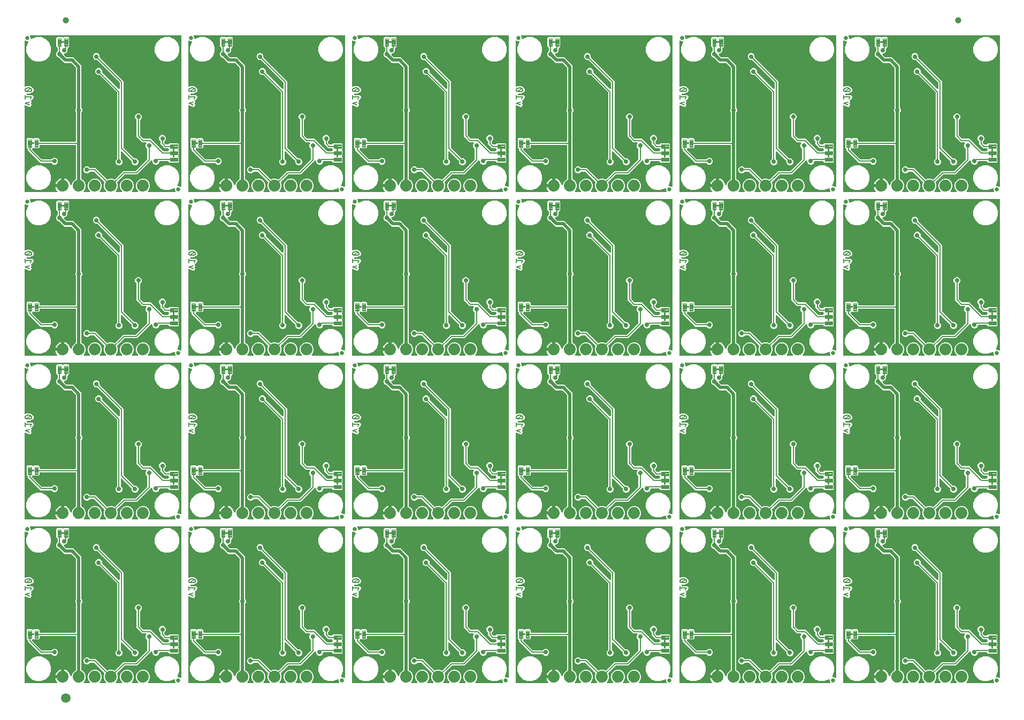
<source format=gbl>
G04 EAGLE Gerber RS-274X export*
G75*
%MOMM*%
%FSLAX34Y34*%
%LPD*%
%INBottom Copper*%
%IPPOS*%
%AMOC8*
5,1,8,0,0,1.08239X$1,22.5*%
G01*
%ADD10C,0.203200*%
%ADD11C,0.099059*%
%ADD12C,1.879600*%
%ADD13C,0.635000*%
%ADD14C,1.000000*%
%ADD15C,1.500000*%
%ADD16C,0.508000*%
%ADD17C,0.736600*%

G36*
X312676Y520972D02*
X312676Y520972D01*
X312814Y520985D01*
X312833Y520992D01*
X312853Y520995D01*
X312982Y521046D01*
X313113Y521093D01*
X313130Y521104D01*
X313148Y521112D01*
X313261Y521193D01*
X313376Y521272D01*
X313390Y521287D01*
X313406Y521298D01*
X313495Y521406D01*
X313587Y521510D01*
X313596Y521528D01*
X313609Y521543D01*
X313668Y521669D01*
X313731Y521794D01*
X313736Y521813D01*
X313744Y521831D01*
X313770Y521968D01*
X313801Y522104D01*
X313800Y522124D01*
X313804Y522143D01*
X313795Y522282D01*
X313791Y522422D01*
X313785Y522441D01*
X313784Y522461D01*
X313741Y522593D01*
X313702Y522727D01*
X313692Y522744D01*
X313686Y522763D01*
X313611Y522881D01*
X313541Y523001D01*
X313522Y523022D01*
X313516Y523032D01*
X313501Y523046D01*
X313496Y523052D01*
X312369Y524603D01*
X311516Y526277D01*
X310935Y528064D01*
X310895Y528321D01*
X321310Y528321D01*
X321428Y528336D01*
X321547Y528343D01*
X321585Y528356D01*
X321625Y528361D01*
X321736Y528404D01*
X321849Y528441D01*
X321883Y528463D01*
X321921Y528478D01*
X322017Y528548D01*
X322118Y528611D01*
X322146Y528641D01*
X322178Y528664D01*
X322254Y528756D01*
X322336Y528843D01*
X322355Y528878D01*
X322381Y528909D01*
X322432Y529017D01*
X322489Y529121D01*
X322500Y529161D01*
X322517Y529197D01*
X322539Y529314D01*
X322569Y529429D01*
X322573Y529490D01*
X322577Y529510D01*
X322575Y529530D01*
X322579Y529590D01*
X322579Y530861D01*
X323850Y530861D01*
X323968Y530876D01*
X324087Y530883D01*
X324125Y530896D01*
X324165Y530901D01*
X324276Y530945D01*
X324389Y530981D01*
X324424Y531003D01*
X324461Y531018D01*
X324557Y531088D01*
X324658Y531151D01*
X324686Y531181D01*
X324719Y531205D01*
X324794Y531296D01*
X324876Y531383D01*
X324896Y531418D01*
X324921Y531450D01*
X324972Y531557D01*
X325030Y531662D01*
X325040Y531701D01*
X325057Y531737D01*
X325079Y531854D01*
X325109Y531969D01*
X325113Y532030D01*
X325117Y532050D01*
X325115Y532070D01*
X325119Y532130D01*
X325119Y542545D01*
X325376Y542505D01*
X327163Y541924D01*
X328837Y541071D01*
X330358Y539966D01*
X331686Y538638D01*
X332791Y537117D01*
X333644Y535443D01*
X334225Y533656D01*
X334300Y533183D01*
X334335Y533060D01*
X334366Y532934D01*
X334380Y532907D01*
X334388Y532878D01*
X334454Y532767D01*
X334514Y532653D01*
X334535Y532630D01*
X334550Y532604D01*
X334642Y532513D01*
X334728Y532417D01*
X334754Y532401D01*
X334775Y532379D01*
X334886Y532313D01*
X334994Y532242D01*
X335023Y532233D01*
X335049Y532217D01*
X335173Y532181D01*
X335295Y532139D01*
X335325Y532137D01*
X335354Y532128D01*
X335483Y532124D01*
X335612Y532114D01*
X335642Y532119D01*
X335672Y532118D01*
X335798Y532146D01*
X335925Y532168D01*
X335953Y532181D01*
X335982Y532187D01*
X336097Y532246D01*
X336215Y532299D01*
X336239Y532318D01*
X336266Y532331D01*
X336362Y532417D01*
X336464Y532498D01*
X336482Y532522D01*
X336504Y532542D01*
X336577Y532648D01*
X336655Y532752D01*
X336674Y532790D01*
X336683Y532804D01*
X336691Y532825D01*
X336726Y532896D01*
X338505Y537191D01*
X341649Y540335D01*
X342878Y540844D01*
X342903Y540859D01*
X342931Y540868D01*
X343041Y540937D01*
X343154Y541002D01*
X343175Y541022D01*
X343200Y541038D01*
X343289Y541133D01*
X343382Y541223D01*
X343398Y541248D01*
X343418Y541270D01*
X343481Y541383D01*
X343549Y541494D01*
X343557Y541522D01*
X343572Y541548D01*
X343604Y541674D01*
X343642Y541798D01*
X343644Y541828D01*
X343651Y541856D01*
X343661Y542017D01*
X343661Y594106D01*
X343646Y594224D01*
X343639Y594343D01*
X343626Y594381D01*
X343621Y594422D01*
X343578Y594532D01*
X343541Y594645D01*
X343519Y594680D01*
X343504Y594717D01*
X343435Y594813D01*
X343371Y594914D01*
X343341Y594942D01*
X343318Y594975D01*
X343226Y595051D01*
X343139Y595132D01*
X343104Y595152D01*
X343073Y595177D01*
X342965Y595228D01*
X342861Y595286D01*
X342821Y595296D01*
X342785Y595313D01*
X342668Y595335D01*
X342553Y595365D01*
X342493Y595369D01*
X342473Y595373D01*
X342452Y595371D01*
X342392Y595375D01*
X287147Y595375D01*
X287029Y595360D01*
X286910Y595353D01*
X286872Y595340D01*
X286831Y595335D01*
X286721Y595292D01*
X286608Y595255D01*
X286573Y595233D01*
X286536Y595218D01*
X286440Y595149D01*
X286339Y595085D01*
X286311Y595055D01*
X286278Y595032D01*
X286202Y594940D01*
X286121Y594853D01*
X286101Y594818D01*
X286076Y594787D01*
X286025Y594679D01*
X285967Y594575D01*
X285957Y594535D01*
X285940Y594499D01*
X285918Y594382D01*
X285888Y594267D01*
X285884Y594207D01*
X285880Y594187D01*
X285882Y594166D01*
X285878Y594106D01*
X285878Y591373D01*
X284546Y590041D01*
X277048Y590041D01*
X276488Y590602D01*
X276394Y590675D01*
X276304Y590754D01*
X276268Y590772D01*
X276236Y590797D01*
X276127Y590844D01*
X276021Y590898D01*
X275982Y590907D01*
X275944Y590923D01*
X275827Y590942D01*
X275711Y590968D01*
X275670Y590967D01*
X275630Y590973D01*
X275512Y590962D01*
X275393Y590958D01*
X275354Y590947D01*
X275314Y590943D01*
X275202Y590903D01*
X275087Y590870D01*
X275052Y590850D01*
X275014Y590836D01*
X274916Y590769D01*
X274813Y590709D01*
X274768Y590669D01*
X274751Y590657D01*
X274738Y590642D01*
X274693Y590602D01*
X274052Y589962D01*
X273979Y589867D01*
X273900Y589778D01*
X273882Y589742D01*
X273857Y589710D01*
X273810Y589601D01*
X273755Y589495D01*
X273747Y589456D01*
X273731Y589418D01*
X273712Y589301D01*
X273686Y589185D01*
X273687Y589144D01*
X273681Y589104D01*
X273692Y588986D01*
X273695Y588867D01*
X273707Y588828D01*
X273711Y588788D01*
X273751Y588676D01*
X273784Y588561D01*
X273804Y588526D01*
X273818Y588488D01*
X273885Y588390D01*
X273945Y588287D01*
X273985Y588242D01*
X273997Y588225D01*
X274012Y588212D01*
X274052Y588166D01*
X289330Y572888D01*
X289408Y572828D01*
X289480Y572760D01*
X289533Y572731D01*
X289581Y572694D01*
X289672Y572654D01*
X289759Y572606D01*
X289817Y572591D01*
X289873Y572567D01*
X289971Y572552D01*
X290067Y572527D01*
X290167Y572521D01*
X290187Y572517D01*
X290199Y572519D01*
X290227Y572517D01*
X304171Y572517D01*
X304269Y572529D01*
X304368Y572532D01*
X304426Y572549D01*
X304486Y572557D01*
X304579Y572593D01*
X304674Y572621D01*
X304726Y572651D01*
X304782Y572674D01*
X304862Y572732D01*
X304948Y572782D01*
X305023Y572848D01*
X305039Y572860D01*
X305047Y572870D01*
X305068Y572888D01*
X306532Y574352D01*
X308540Y575184D01*
X310712Y575184D01*
X312720Y574352D01*
X314256Y572816D01*
X315088Y570808D01*
X315088Y568636D01*
X314256Y566628D01*
X312720Y565092D01*
X310712Y564260D01*
X308540Y564260D01*
X306532Y565092D01*
X305068Y566556D01*
X304990Y566616D01*
X304918Y566684D01*
X304865Y566713D01*
X304817Y566750D01*
X304726Y566790D01*
X304640Y566838D01*
X304581Y566853D01*
X304525Y566877D01*
X304427Y566892D01*
X304332Y566917D01*
X304232Y566923D01*
X304211Y566927D01*
X304199Y566925D01*
X304171Y566927D01*
X287386Y566927D01*
X267588Y586725D01*
X267588Y588772D01*
X267573Y588890D01*
X267566Y589009D01*
X267553Y589047D01*
X267548Y589088D01*
X267505Y589198D01*
X267468Y589311D01*
X267446Y589346D01*
X267431Y589383D01*
X267362Y589479D01*
X267298Y589580D01*
X267268Y589608D01*
X267245Y589641D01*
X267153Y589717D01*
X267066Y589798D01*
X267031Y589818D01*
X267000Y589843D01*
X266892Y589894D01*
X266788Y589952D01*
X266748Y589962D01*
X266712Y589979D01*
X266693Y589983D01*
X265302Y591373D01*
X265302Y604967D01*
X266634Y606299D01*
X274132Y606299D01*
X274693Y605738D01*
X274787Y605665D01*
X274876Y605586D01*
X274912Y605568D01*
X274944Y605543D01*
X275053Y605496D01*
X275159Y605442D01*
X275198Y605433D01*
X275236Y605417D01*
X275353Y605398D01*
X275469Y605372D01*
X275510Y605373D01*
X275550Y605367D01*
X275668Y605378D01*
X275787Y605382D01*
X275826Y605393D01*
X275866Y605397D01*
X275978Y605437D01*
X276093Y605470D01*
X276128Y605490D01*
X276166Y605504D01*
X276264Y605571D01*
X276367Y605631D01*
X276412Y605671D01*
X276429Y605683D01*
X276442Y605698D01*
X276488Y605738D01*
X277048Y606299D01*
X284546Y606299D01*
X285878Y604967D01*
X285878Y602234D01*
X285893Y602116D01*
X285900Y601997D01*
X285913Y601959D01*
X285918Y601918D01*
X285961Y601808D01*
X285998Y601695D01*
X286020Y601660D01*
X286035Y601623D01*
X286104Y601527D01*
X286168Y601426D01*
X286198Y601398D01*
X286221Y601365D01*
X286313Y601289D01*
X286400Y601208D01*
X286435Y601188D01*
X286466Y601163D01*
X286574Y601112D01*
X286678Y601054D01*
X286718Y601044D01*
X286754Y601027D01*
X286871Y601005D01*
X286986Y600975D01*
X287046Y600971D01*
X287066Y600967D01*
X287087Y600969D01*
X287147Y600965D01*
X342392Y600965D01*
X342510Y600980D01*
X342629Y600987D01*
X342667Y601000D01*
X342708Y601005D01*
X342818Y601048D01*
X342931Y601085D01*
X342966Y601107D01*
X343003Y601122D01*
X343099Y601191D01*
X343200Y601255D01*
X343228Y601285D01*
X343261Y601308D01*
X343337Y601400D01*
X343418Y601487D01*
X343438Y601522D01*
X343463Y601553D01*
X343514Y601661D01*
X343572Y601765D01*
X343582Y601805D01*
X343599Y601841D01*
X343621Y601958D01*
X343651Y602073D01*
X343655Y602133D01*
X343659Y602153D01*
X343657Y602174D01*
X343661Y602234D01*
X343661Y646309D01*
X343649Y646407D01*
X343646Y646506D01*
X343629Y646564D01*
X343621Y646624D01*
X343585Y646717D01*
X343557Y646812D01*
X343527Y646864D01*
X343504Y646920D01*
X343446Y647000D01*
X343396Y647086D01*
X343356Y647131D01*
X342518Y649154D01*
X342518Y651326D01*
X343363Y653365D01*
X343418Y653424D01*
X343447Y653477D01*
X343484Y653525D01*
X343524Y653616D01*
X343572Y653702D01*
X343587Y653761D01*
X343611Y653817D01*
X343626Y653915D01*
X343651Y654010D01*
X343657Y654110D01*
X343661Y654131D01*
X343659Y654143D01*
X343661Y654171D01*
X343661Y717013D01*
X343649Y717112D01*
X343646Y717211D01*
X343629Y717269D01*
X343621Y717329D01*
X343585Y717421D01*
X343557Y717516D01*
X343527Y717568D01*
X343504Y717625D01*
X343446Y717705D01*
X343396Y717790D01*
X343330Y717865D01*
X343318Y717882D01*
X343308Y717890D01*
X343290Y717911D01*
X336149Y725052D01*
X336071Y725112D01*
X335998Y725180D01*
X335945Y725209D01*
X335898Y725246D01*
X335807Y725286D01*
X335720Y725334D01*
X335661Y725349D01*
X335606Y725373D01*
X335508Y725388D01*
X335412Y725413D01*
X335312Y725419D01*
X335292Y725423D01*
X335279Y725421D01*
X335251Y725423D01*
X325109Y725423D01*
X317226Y733307D01*
X317148Y733367D01*
X317075Y733435D01*
X317022Y733464D01*
X316975Y733501D01*
X316884Y733541D01*
X316797Y733589D01*
X316738Y733604D01*
X316683Y733628D01*
X316585Y733643D01*
X316489Y733668D01*
X316429Y733672D01*
X314406Y734510D01*
X312870Y736046D01*
X312038Y738054D01*
X312038Y740226D01*
X312870Y742234D01*
X314207Y743571D01*
X314267Y743649D01*
X314335Y743721D01*
X314364Y743774D01*
X314401Y743822D01*
X314441Y743913D01*
X314489Y743999D01*
X314504Y744058D01*
X314528Y744114D01*
X314543Y744212D01*
X314568Y744307D01*
X314574Y744407D01*
X314578Y744428D01*
X314576Y744440D01*
X314578Y744468D01*
X314578Y748792D01*
X314563Y748910D01*
X314556Y749029D01*
X314543Y749067D01*
X314538Y749108D01*
X314495Y749218D01*
X314458Y749331D01*
X314436Y749366D01*
X314421Y749403D01*
X314352Y749499D01*
X314288Y749600D01*
X314258Y749628D01*
X314235Y749661D01*
X314143Y749737D01*
X314056Y749818D01*
X314021Y749838D01*
X313990Y749863D01*
X313882Y749914D01*
X313778Y749972D01*
X313738Y749982D01*
X313702Y749999D01*
X313683Y750003D01*
X312292Y751393D01*
X312292Y764987D01*
X313624Y766319D01*
X321122Y766319D01*
X321682Y765758D01*
X321776Y765685D01*
X321866Y765606D01*
X321902Y765588D01*
X321934Y765563D01*
X322043Y765516D01*
X322149Y765462D01*
X322188Y765453D01*
X322226Y765437D01*
X322343Y765418D01*
X322459Y765392D01*
X322500Y765393D01*
X322540Y765387D01*
X322658Y765398D01*
X322777Y765402D01*
X322816Y765413D01*
X322856Y765417D01*
X322969Y765457D01*
X323083Y765490D01*
X323117Y765510D01*
X323156Y765524D01*
X323254Y765591D01*
X323357Y765651D01*
X323402Y765691D01*
X323419Y765703D01*
X323432Y765718D01*
X323477Y765758D01*
X324038Y766319D01*
X331536Y766319D01*
X332868Y764987D01*
X332868Y751393D01*
X331470Y749995D01*
X331425Y749978D01*
X331312Y749941D01*
X331277Y749919D01*
X331240Y749904D01*
X331144Y749835D01*
X331043Y749771D01*
X331015Y749741D01*
X330982Y749718D01*
X330906Y749626D01*
X330825Y749539D01*
X330805Y749504D01*
X330780Y749473D01*
X330729Y749365D01*
X330671Y749261D01*
X330661Y749221D01*
X330644Y749185D01*
X330622Y749068D01*
X330592Y748953D01*
X330588Y748893D01*
X330584Y748873D01*
X330586Y748852D01*
X330582Y748792D01*
X330582Y747761D01*
X330445Y747625D01*
X330385Y747547D01*
X330317Y747475D01*
X330288Y747422D01*
X330251Y747374D01*
X330211Y747283D01*
X330163Y747196D01*
X330148Y747138D01*
X330124Y747082D01*
X330109Y746984D01*
X330084Y746888D01*
X330078Y746788D01*
X330074Y746768D01*
X330076Y746756D01*
X330074Y746728D01*
X330074Y744658D01*
X329242Y742650D01*
X327706Y741114D01*
X325698Y740282D01*
X325530Y740282D01*
X325392Y740265D01*
X325253Y740252D01*
X325234Y740245D01*
X325214Y740242D01*
X325085Y740191D01*
X324954Y740144D01*
X324937Y740133D01*
X324918Y740125D01*
X324806Y740044D01*
X324691Y739966D01*
X324677Y739950D01*
X324661Y739939D01*
X324572Y739831D01*
X324480Y739727D01*
X324471Y739709D01*
X324458Y739694D01*
X324399Y739568D01*
X324336Y739444D01*
X324331Y739424D01*
X324323Y739406D01*
X324297Y739270D01*
X324266Y739134D01*
X324267Y739113D01*
X324263Y739094D01*
X324272Y738955D01*
X324276Y738816D01*
X324281Y738796D01*
X324283Y738776D01*
X324325Y738644D01*
X324364Y738510D01*
X324374Y738493D01*
X324381Y738474D01*
X324455Y738356D01*
X324526Y738236D01*
X324544Y738215D01*
X324551Y738205D01*
X324566Y738191D01*
X324632Y738116D01*
X328315Y734432D01*
X328393Y734372D01*
X328466Y734304D01*
X328519Y734275D01*
X328566Y734238D01*
X328657Y734198D01*
X328744Y734150D01*
X328803Y734135D01*
X328858Y734111D01*
X328956Y734096D01*
X329052Y734071D01*
X329152Y734065D01*
X329172Y734061D01*
X329185Y734063D01*
X329213Y734061D01*
X339355Y734061D01*
X352299Y721117D01*
X352299Y654171D01*
X352311Y654073D01*
X352314Y653974D01*
X352331Y653916D01*
X352339Y653856D01*
X352375Y653763D01*
X352403Y653668D01*
X352433Y653616D01*
X352456Y653560D01*
X352514Y653480D01*
X352564Y653394D01*
X352604Y653349D01*
X353442Y651326D01*
X353442Y649154D01*
X352597Y647115D01*
X352542Y647056D01*
X352513Y647003D01*
X352476Y646955D01*
X352436Y646864D01*
X352388Y646778D01*
X352373Y646719D01*
X352349Y646663D01*
X352334Y646565D01*
X352309Y646470D01*
X352303Y646370D01*
X352299Y646349D01*
X352301Y646337D01*
X352299Y646309D01*
X352299Y542017D01*
X352302Y541987D01*
X352300Y541958D01*
X352322Y541830D01*
X352339Y541701D01*
X352349Y541674D01*
X352354Y541645D01*
X352408Y541526D01*
X352456Y541406D01*
X352473Y541382D01*
X352485Y541355D01*
X352566Y541253D01*
X352642Y541148D01*
X352665Y541129D01*
X352684Y541106D01*
X352787Y541028D01*
X352887Y540945D01*
X352914Y540933D01*
X352938Y540915D01*
X353082Y540844D01*
X354311Y540335D01*
X357455Y537191D01*
X359157Y533083D01*
X359157Y528637D01*
X357455Y524529D01*
X356048Y523121D01*
X355962Y523012D01*
X355874Y522905D01*
X355865Y522886D01*
X355853Y522870D01*
X355797Y522742D01*
X355738Y522617D01*
X355735Y522597D01*
X355726Y522578D01*
X355705Y522440D01*
X355679Y522304D01*
X355680Y522284D01*
X355677Y522264D01*
X355690Y522125D01*
X355698Y521987D01*
X355705Y521968D01*
X355706Y521948D01*
X355754Y521816D01*
X355796Y521685D01*
X355807Y521667D01*
X355814Y521648D01*
X355892Y521533D01*
X355966Y521416D01*
X355981Y521402D01*
X355993Y521385D01*
X356097Y521293D01*
X356198Y521198D01*
X356216Y521188D01*
X356231Y521175D01*
X356355Y521111D01*
X356477Y521044D01*
X356496Y521039D01*
X356514Y521030D01*
X356650Y521000D01*
X356785Y520965D01*
X356813Y520963D01*
X356825Y520960D01*
X356845Y520961D01*
X356945Y520955D01*
X364415Y520955D01*
X364553Y520972D01*
X364691Y520985D01*
X364710Y520992D01*
X364730Y520995D01*
X364860Y521046D01*
X364990Y521093D01*
X365007Y521104D01*
X365026Y521112D01*
X365138Y521193D01*
X365254Y521271D01*
X365267Y521287D01*
X365283Y521298D01*
X365372Y521406D01*
X365464Y521510D01*
X365473Y521528D01*
X365486Y521543D01*
X365545Y521669D01*
X365609Y521793D01*
X365613Y521813D01*
X365622Y521831D01*
X365648Y521968D01*
X365678Y522103D01*
X365678Y522124D01*
X365681Y522143D01*
X365673Y522282D01*
X365669Y522421D01*
X365663Y522441D01*
X365662Y522461D01*
X365619Y522593D01*
X365580Y522727D01*
X365570Y522744D01*
X365564Y522763D01*
X365489Y522881D01*
X365419Y523001D01*
X365400Y523022D01*
X365394Y523032D01*
X365379Y523046D01*
X365312Y523121D01*
X363905Y524529D01*
X362203Y528637D01*
X362203Y533083D01*
X363905Y537191D01*
X367049Y540335D01*
X371157Y542037D01*
X375603Y542037D01*
X379711Y540335D01*
X382855Y537191D01*
X384557Y533083D01*
X384557Y528637D01*
X382855Y524529D01*
X381448Y523121D01*
X381362Y523012D01*
X381274Y522905D01*
X381265Y522886D01*
X381253Y522870D01*
X381197Y522742D01*
X381138Y522617D01*
X381135Y522597D01*
X381126Y522578D01*
X381105Y522440D01*
X381079Y522304D01*
X381080Y522284D01*
X381077Y522264D01*
X381090Y522125D01*
X381098Y521987D01*
X381105Y521968D01*
X381106Y521948D01*
X381154Y521816D01*
X381196Y521685D01*
X381207Y521667D01*
X381214Y521648D01*
X381292Y521533D01*
X381366Y521416D01*
X381381Y521402D01*
X381393Y521385D01*
X381497Y521293D01*
X381598Y521198D01*
X381616Y521188D01*
X381631Y521175D01*
X381755Y521111D01*
X381877Y521044D01*
X381896Y521039D01*
X381914Y521030D01*
X382050Y521000D01*
X382185Y520965D01*
X382213Y520963D01*
X382225Y520960D01*
X382245Y520961D01*
X382345Y520955D01*
X389815Y520955D01*
X389953Y520972D01*
X390091Y520985D01*
X390110Y520992D01*
X390130Y520995D01*
X390260Y521046D01*
X390390Y521093D01*
X390407Y521104D01*
X390426Y521112D01*
X390538Y521193D01*
X390654Y521271D01*
X390667Y521287D01*
X390683Y521298D01*
X390772Y521406D01*
X390864Y521510D01*
X390873Y521528D01*
X390886Y521543D01*
X390945Y521669D01*
X391009Y521793D01*
X391013Y521813D01*
X391022Y521831D01*
X391048Y521968D01*
X391078Y522103D01*
X391078Y522124D01*
X391081Y522143D01*
X391073Y522282D01*
X391069Y522421D01*
X391063Y522441D01*
X391062Y522461D01*
X391019Y522593D01*
X390980Y522727D01*
X390970Y522744D01*
X390964Y522763D01*
X390889Y522881D01*
X390819Y523001D01*
X390800Y523022D01*
X390794Y523032D01*
X390779Y523046D01*
X390712Y523121D01*
X389305Y524529D01*
X387603Y528637D01*
X387603Y533083D01*
X388744Y535836D01*
X388751Y535864D01*
X388765Y535891D01*
X388793Y536018D01*
X388827Y536143D01*
X388828Y536172D01*
X388834Y536201D01*
X388830Y536331D01*
X388833Y536461D01*
X388826Y536489D01*
X388825Y536519D01*
X388789Y536644D01*
X388758Y536770D01*
X388745Y536796D01*
X388736Y536824D01*
X388670Y536936D01*
X388610Y537051D01*
X388590Y537073D01*
X388575Y537098D01*
X388468Y537219D01*
X372594Y553094D01*
X372516Y553154D01*
X372444Y553222D01*
X372391Y553251D01*
X372343Y553288D01*
X372252Y553328D01*
X372165Y553376D01*
X372107Y553391D01*
X372051Y553415D01*
X371953Y553430D01*
X371857Y553455D01*
X371757Y553461D01*
X371737Y553465D01*
X371725Y553463D01*
X371697Y553465D01*
X366135Y553465D01*
X366037Y553453D01*
X365938Y553450D01*
X365880Y553433D01*
X365820Y553425D01*
X365727Y553389D01*
X365632Y553361D01*
X365580Y553331D01*
X365524Y553308D01*
X365444Y553250D01*
X365358Y553200D01*
X365283Y553134D01*
X365267Y553122D01*
X365259Y553112D01*
X365238Y553094D01*
X363774Y551630D01*
X361766Y550798D01*
X359594Y550798D01*
X357586Y551630D01*
X356050Y553166D01*
X355218Y555174D01*
X355218Y557346D01*
X356050Y559354D01*
X357586Y560890D01*
X359594Y561722D01*
X361766Y561722D01*
X363774Y560890D01*
X365238Y559426D01*
X365316Y559366D01*
X365388Y559298D01*
X365441Y559269D01*
X365489Y559232D01*
X365580Y559192D01*
X365666Y559144D01*
X365725Y559129D01*
X365781Y559105D01*
X365879Y559090D01*
X365974Y559065D01*
X366074Y559059D01*
X366095Y559055D01*
X366107Y559057D01*
X366135Y559055D01*
X374538Y559055D01*
X376546Y557046D01*
X392421Y541172D01*
X392444Y541153D01*
X392463Y541131D01*
X392569Y541056D01*
X392672Y540977D01*
X392699Y540965D01*
X392723Y540948D01*
X392845Y540902D01*
X392964Y540850D01*
X392993Y540846D01*
X393021Y540835D01*
X393150Y540821D01*
X393278Y540800D01*
X393307Y540803D01*
X393337Y540800D01*
X393465Y540818D01*
X393595Y540830D01*
X393622Y540840D01*
X393652Y540844D01*
X393804Y540896D01*
X396557Y542037D01*
X401003Y542037D01*
X403756Y540896D01*
X403784Y540889D01*
X403811Y540875D01*
X403938Y540847D01*
X404063Y540813D01*
X404092Y540812D01*
X404121Y540806D01*
X404251Y540810D01*
X404381Y540807D01*
X404409Y540814D01*
X404439Y540815D01*
X404564Y540851D01*
X404690Y540882D01*
X404716Y540895D01*
X404744Y540904D01*
X404856Y540970D01*
X404971Y541030D01*
X404993Y541050D01*
X405018Y541065D01*
X405139Y541172D01*
X416188Y552220D01*
X418196Y554229D01*
X437483Y554229D01*
X437581Y554241D01*
X437680Y554244D01*
X437738Y554261D01*
X437798Y554269D01*
X437890Y554305D01*
X437985Y554333D01*
X438038Y554363D01*
X438094Y554386D01*
X438174Y554444D01*
X438259Y554494D01*
X438335Y554560D01*
X438351Y554572D01*
X438359Y554582D01*
X438380Y554600D01*
X456066Y572286D01*
X456126Y572364D01*
X456194Y572436D01*
X456223Y572489D01*
X456260Y572537D01*
X456300Y572628D01*
X456348Y572715D01*
X456363Y572773D01*
X456387Y572829D01*
X456402Y572927D01*
X456427Y573023D01*
X456433Y573123D01*
X456437Y573143D01*
X456435Y573155D01*
X456437Y573183D01*
X456437Y588905D01*
X456425Y589003D01*
X456422Y589102D01*
X456405Y589160D01*
X456397Y589220D01*
X456361Y589313D01*
X456333Y589408D01*
X456303Y589460D01*
X456280Y589516D01*
X456222Y589596D01*
X456172Y589682D01*
X456106Y589757D01*
X456094Y589773D01*
X456084Y589781D01*
X456066Y589802D01*
X454602Y591266D01*
X453770Y593274D01*
X453770Y595446D01*
X454602Y597454D01*
X454674Y597526D01*
X454760Y597636D01*
X454848Y597743D01*
X454857Y597762D01*
X454869Y597778D01*
X454925Y597905D01*
X454984Y598031D01*
X454988Y598051D01*
X454996Y598070D01*
X455018Y598207D01*
X455044Y598344D01*
X455042Y598364D01*
X455046Y598384D01*
X455033Y598522D01*
X455024Y598661D01*
X455018Y598680D01*
X455016Y598700D01*
X454969Y598831D01*
X454926Y598963D01*
X454915Y598981D01*
X454908Y599000D01*
X454830Y599115D01*
X454756Y599232D01*
X454741Y599246D01*
X454730Y599263D01*
X454625Y599355D01*
X454524Y599450D01*
X454506Y599460D01*
X454491Y599473D01*
X454367Y599536D01*
X454246Y599604D01*
X454226Y599609D01*
X454208Y599618D01*
X454072Y599648D01*
X453938Y599683D01*
X453910Y599685D01*
X453898Y599688D01*
X453877Y599687D01*
X453777Y599693D01*
X448422Y599693D01*
X439419Y608696D01*
X439419Y634879D01*
X439407Y634977D01*
X439404Y635076D01*
X439387Y635134D01*
X439379Y635194D01*
X439343Y635287D01*
X439315Y635382D01*
X439285Y635434D01*
X439262Y635490D01*
X439204Y635570D01*
X439154Y635656D01*
X439088Y635731D01*
X439076Y635747D01*
X439066Y635755D01*
X439048Y635776D01*
X437758Y637066D01*
X436926Y639074D01*
X436926Y641246D01*
X437758Y643254D01*
X439294Y644790D01*
X441302Y645622D01*
X443474Y645622D01*
X445482Y644790D01*
X447018Y643254D01*
X447850Y641246D01*
X447850Y639074D01*
X447018Y637066D01*
X445380Y635428D01*
X445320Y635350D01*
X445252Y635278D01*
X445223Y635225D01*
X445186Y635177D01*
X445146Y635086D01*
X445098Y635000D01*
X445083Y634941D01*
X445059Y634885D01*
X445044Y634787D01*
X445019Y634692D01*
X445013Y634592D01*
X445009Y634571D01*
X445011Y634559D01*
X445009Y634531D01*
X445009Y611537D01*
X445021Y611439D01*
X445024Y611340D01*
X445041Y611282D01*
X445049Y611222D01*
X445085Y611130D01*
X445113Y611035D01*
X445143Y610982D01*
X445166Y610926D01*
X445224Y610846D01*
X445274Y610761D01*
X445340Y610685D01*
X445352Y610669D01*
X445362Y610661D01*
X445380Y610640D01*
X450366Y605654D01*
X450444Y605594D01*
X450516Y605526D01*
X450569Y605497D01*
X450617Y605460D01*
X450708Y605420D01*
X450795Y605372D01*
X450853Y605357D01*
X450909Y605333D01*
X451007Y605318D01*
X451103Y605293D01*
X451203Y605287D01*
X451223Y605283D01*
X451235Y605285D01*
X451263Y605283D01*
X462422Y605283D01*
X481608Y586096D01*
X481686Y586036D01*
X481758Y585968D01*
X481811Y585939D01*
X481859Y585902D01*
X481950Y585862D01*
X482037Y585814D01*
X482095Y585799D01*
X482151Y585775D01*
X482249Y585760D01*
X482345Y585735D01*
X482445Y585729D01*
X482465Y585725D01*
X482477Y585727D01*
X482505Y585725D01*
X488696Y585725D01*
X488814Y585740D01*
X488933Y585747D01*
X488971Y585760D01*
X489012Y585765D01*
X489122Y585808D01*
X489235Y585845D01*
X489270Y585867D01*
X489307Y585882D01*
X489403Y585951D01*
X489504Y586015D01*
X489532Y586045D01*
X489565Y586068D01*
X489641Y586160D01*
X489722Y586247D01*
X489742Y586282D01*
X489767Y586313D01*
X489818Y586421D01*
X489876Y586525D01*
X489886Y586565D01*
X489903Y586601D01*
X489907Y586620D01*
X490526Y587239D01*
X490599Y587333D01*
X490678Y587423D01*
X490696Y587459D01*
X490721Y587491D01*
X490768Y587600D01*
X490822Y587706D01*
X490831Y587745D01*
X490847Y587783D01*
X490866Y587900D01*
X490892Y588016D01*
X490891Y588057D01*
X490897Y588097D01*
X490886Y588215D01*
X490882Y588334D01*
X490871Y588373D01*
X490867Y588413D01*
X490827Y588526D01*
X490794Y588640D01*
X490774Y588674D01*
X490760Y588713D01*
X490693Y588811D01*
X490633Y588914D01*
X490593Y588959D01*
X490581Y588976D01*
X490566Y588989D01*
X490526Y589034D01*
X489899Y589661D01*
X489882Y589706D01*
X489845Y589819D01*
X489823Y589854D01*
X489808Y589891D01*
X489739Y589987D01*
X489675Y590088D01*
X489645Y590116D01*
X489622Y590149D01*
X489530Y590225D01*
X489443Y590306D01*
X489408Y590326D01*
X489377Y590351D01*
X489269Y590402D01*
X489165Y590460D01*
X489125Y590470D01*
X489089Y590487D01*
X488972Y590509D01*
X488857Y590539D01*
X488797Y590543D01*
X488777Y590547D01*
X488756Y590545D01*
X488696Y590549D01*
X483728Y590549D01*
X477519Y596758D01*
X477519Y600335D01*
X477507Y600433D01*
X477504Y600532D01*
X477487Y600590D01*
X477479Y600650D01*
X477443Y600743D01*
X477415Y600838D01*
X477385Y600890D01*
X477362Y600946D01*
X477304Y601026D01*
X477254Y601112D01*
X477188Y601187D01*
X477176Y601203D01*
X477166Y601211D01*
X477148Y601232D01*
X475684Y602696D01*
X474852Y604704D01*
X474852Y606876D01*
X475684Y608884D01*
X477220Y610420D01*
X479228Y611252D01*
X481400Y611252D01*
X483408Y610420D01*
X484944Y608884D01*
X485776Y606876D01*
X485776Y604704D01*
X484944Y602696D01*
X483480Y601232D01*
X483420Y601154D01*
X483352Y601082D01*
X483323Y601029D01*
X483286Y600981D01*
X483246Y600890D01*
X483198Y600804D01*
X483183Y600745D01*
X483159Y600689D01*
X483144Y600591D01*
X483119Y600496D01*
X483113Y600396D01*
X483109Y600375D01*
X483111Y600363D01*
X483109Y600335D01*
X483109Y599599D01*
X483121Y599501D01*
X483124Y599402D01*
X483141Y599344D01*
X483149Y599284D01*
X483185Y599192D01*
X483213Y599097D01*
X483243Y599044D01*
X483266Y598988D01*
X483324Y598908D01*
X483374Y598823D01*
X483440Y598747D01*
X483452Y598731D01*
X483462Y598723D01*
X483480Y598702D01*
X485672Y596510D01*
X485750Y596450D01*
X485822Y596382D01*
X485875Y596353D01*
X485923Y596316D01*
X486014Y596276D01*
X486101Y596228D01*
X486159Y596213D01*
X486215Y596189D01*
X486313Y596174D01*
X486409Y596149D01*
X486509Y596143D01*
X486529Y596139D01*
X486541Y596141D01*
X486569Y596139D01*
X488696Y596139D01*
X488814Y596154D01*
X488933Y596161D01*
X488971Y596174D01*
X489012Y596179D01*
X489122Y596222D01*
X489235Y596259D01*
X489270Y596281D01*
X489307Y596296D01*
X489403Y596365D01*
X489504Y596429D01*
X489532Y596459D01*
X489565Y596482D01*
X489641Y596574D01*
X489722Y596661D01*
X489742Y596696D01*
X489767Y596727D01*
X489818Y596835D01*
X489876Y596939D01*
X489886Y596979D01*
X489903Y597015D01*
X489907Y597034D01*
X491297Y598425D01*
X504891Y598425D01*
X506223Y597093D01*
X506223Y589595D01*
X505662Y589034D01*
X505589Y588940D01*
X505510Y588851D01*
X505492Y588815D01*
X505467Y588783D01*
X505420Y588674D01*
X505366Y588568D01*
X505357Y588529D01*
X505341Y588491D01*
X505322Y588374D01*
X505296Y588258D01*
X505297Y588217D01*
X505291Y588177D01*
X505302Y588059D01*
X505306Y587940D01*
X505317Y587901D01*
X505321Y587861D01*
X505361Y587749D01*
X505394Y587634D01*
X505414Y587599D01*
X505428Y587561D01*
X505495Y587463D01*
X505555Y587360D01*
X505595Y587315D01*
X505607Y587298D01*
X505622Y587285D01*
X505662Y587239D01*
X506223Y586679D01*
X506223Y579181D01*
X505662Y578620D01*
X505589Y578526D01*
X505510Y578437D01*
X505492Y578401D01*
X505467Y578369D01*
X505420Y578260D01*
X505366Y578154D01*
X505357Y578115D01*
X505341Y578077D01*
X505322Y577960D01*
X505296Y577844D01*
X505297Y577803D01*
X505291Y577763D01*
X505302Y577645D01*
X505306Y577526D01*
X505317Y577487D01*
X505321Y577447D01*
X505361Y577335D01*
X505394Y577220D01*
X505414Y577185D01*
X505428Y577147D01*
X505495Y577049D01*
X505555Y576946D01*
X505595Y576901D01*
X505607Y576884D01*
X505622Y576871D01*
X505662Y576825D01*
X506223Y576265D01*
X506223Y568767D01*
X504891Y567435D01*
X491297Y567435D01*
X489899Y568833D01*
X489882Y568878D01*
X489845Y568991D01*
X489823Y569026D01*
X489808Y569063D01*
X489739Y569159D01*
X489675Y569260D01*
X489645Y569288D01*
X489622Y569321D01*
X489530Y569397D01*
X489443Y569478D01*
X489408Y569498D01*
X489377Y569523D01*
X489269Y569574D01*
X489165Y569632D01*
X489125Y569642D01*
X489089Y569659D01*
X488972Y569681D01*
X488857Y569711D01*
X488797Y569715D01*
X488777Y569719D01*
X488756Y569717D01*
X488696Y569721D01*
X476554Y569721D01*
X476525Y569718D01*
X476496Y569720D01*
X476368Y569698D01*
X476239Y569681D01*
X476211Y569671D01*
X476182Y569666D01*
X476064Y569612D01*
X475943Y569564D01*
X475919Y569547D01*
X475892Y569535D01*
X475791Y569454D01*
X475686Y569378D01*
X475667Y569355D01*
X475644Y569336D01*
X475566Y569233D01*
X475483Y569133D01*
X475470Y569106D01*
X475453Y569082D01*
X475382Y568938D01*
X474530Y566882D01*
X472994Y565346D01*
X470986Y564514D01*
X468814Y564514D01*
X466806Y565346D01*
X465270Y566882D01*
X464438Y568890D01*
X464438Y569690D01*
X464421Y569827D01*
X464408Y569966D01*
X464401Y569985D01*
X464398Y570005D01*
X464347Y570134D01*
X464300Y570265D01*
X464289Y570282D01*
X464281Y570301D01*
X464200Y570413D01*
X464122Y570528D01*
X464106Y570542D01*
X464095Y570558D01*
X463987Y570647D01*
X463883Y570739D01*
X463865Y570748D01*
X463850Y570761D01*
X463724Y570820D01*
X463600Y570884D01*
X463580Y570888D01*
X463562Y570897D01*
X463426Y570923D01*
X463290Y570953D01*
X463269Y570953D01*
X463250Y570956D01*
X463111Y570948D01*
X462972Y570944D01*
X462952Y570938D01*
X462932Y570937D01*
X462800Y570894D01*
X462666Y570855D01*
X462649Y570845D01*
X462630Y570839D01*
X462512Y570764D01*
X462392Y570694D01*
X462371Y570675D01*
X462361Y570668D01*
X462347Y570654D01*
X462272Y570587D01*
X440324Y548639D01*
X421037Y548639D01*
X420939Y548627D01*
X420840Y548624D01*
X420782Y548607D01*
X420722Y548599D01*
X420630Y548563D01*
X420535Y548535D01*
X420482Y548505D01*
X420426Y548482D01*
X420346Y548424D01*
X420261Y548374D01*
X420185Y548308D01*
X420169Y548296D01*
X420161Y548286D01*
X420140Y548268D01*
X409092Y537219D01*
X409073Y537196D01*
X409051Y537177D01*
X408976Y537071D01*
X408897Y536968D01*
X408885Y536941D01*
X408868Y536917D01*
X408822Y536795D01*
X408770Y536676D01*
X408766Y536647D01*
X408755Y536619D01*
X408741Y536490D01*
X408720Y536362D01*
X408723Y536333D01*
X408720Y536303D01*
X408738Y536175D01*
X408750Y536045D01*
X408760Y536018D01*
X408764Y535988D01*
X408816Y535836D01*
X409957Y533083D01*
X409957Y528637D01*
X408255Y524529D01*
X406848Y523121D01*
X406762Y523012D01*
X406674Y522905D01*
X406665Y522886D01*
X406653Y522870D01*
X406597Y522742D01*
X406538Y522617D01*
X406535Y522597D01*
X406526Y522578D01*
X406505Y522440D01*
X406479Y522304D01*
X406480Y522284D01*
X406477Y522264D01*
X406490Y522125D01*
X406498Y521987D01*
X406505Y521968D01*
X406506Y521948D01*
X406554Y521816D01*
X406596Y521685D01*
X406607Y521667D01*
X406614Y521648D01*
X406692Y521533D01*
X406766Y521416D01*
X406781Y521402D01*
X406793Y521385D01*
X406897Y521293D01*
X406998Y521198D01*
X407016Y521188D01*
X407031Y521175D01*
X407155Y521111D01*
X407277Y521044D01*
X407296Y521039D01*
X407314Y521030D01*
X407450Y521000D01*
X407585Y520965D01*
X407613Y520963D01*
X407625Y520960D01*
X407645Y520961D01*
X407745Y520955D01*
X415215Y520955D01*
X415353Y520972D01*
X415491Y520985D01*
X415510Y520992D01*
X415530Y520995D01*
X415660Y521046D01*
X415790Y521093D01*
X415807Y521104D01*
X415826Y521112D01*
X415938Y521193D01*
X416054Y521271D01*
X416067Y521287D01*
X416083Y521298D01*
X416172Y521406D01*
X416264Y521510D01*
X416273Y521528D01*
X416286Y521543D01*
X416345Y521669D01*
X416409Y521793D01*
X416413Y521813D01*
X416422Y521831D01*
X416448Y521968D01*
X416478Y522103D01*
X416478Y522124D01*
X416481Y522143D01*
X416473Y522282D01*
X416469Y522421D01*
X416463Y522441D01*
X416462Y522461D01*
X416419Y522593D01*
X416380Y522727D01*
X416370Y522744D01*
X416364Y522763D01*
X416289Y522881D01*
X416219Y523001D01*
X416200Y523022D01*
X416194Y523032D01*
X416179Y523046D01*
X416112Y523121D01*
X414705Y524529D01*
X413003Y528637D01*
X413003Y533083D01*
X414705Y537191D01*
X417849Y540335D01*
X421957Y542037D01*
X426403Y542037D01*
X430511Y540335D01*
X433655Y537191D01*
X435357Y533083D01*
X435357Y528637D01*
X433655Y524529D01*
X432248Y523121D01*
X432162Y523012D01*
X432074Y522905D01*
X432065Y522886D01*
X432053Y522870D01*
X431997Y522742D01*
X431938Y522617D01*
X431935Y522597D01*
X431926Y522578D01*
X431905Y522440D01*
X431879Y522304D01*
X431880Y522284D01*
X431877Y522264D01*
X431890Y522125D01*
X431898Y521987D01*
X431905Y521968D01*
X431906Y521948D01*
X431954Y521816D01*
X431996Y521685D01*
X432007Y521667D01*
X432014Y521648D01*
X432092Y521533D01*
X432166Y521416D01*
X432181Y521402D01*
X432193Y521385D01*
X432297Y521293D01*
X432398Y521198D01*
X432416Y521188D01*
X432431Y521175D01*
X432555Y521111D01*
X432677Y521044D01*
X432696Y521039D01*
X432714Y521030D01*
X432850Y521000D01*
X432985Y520965D01*
X433013Y520963D01*
X433025Y520960D01*
X433045Y520961D01*
X433145Y520955D01*
X440615Y520955D01*
X440753Y520972D01*
X440891Y520985D01*
X440910Y520992D01*
X440930Y520995D01*
X441060Y521046D01*
X441190Y521093D01*
X441207Y521104D01*
X441226Y521112D01*
X441338Y521193D01*
X441454Y521271D01*
X441467Y521287D01*
X441483Y521298D01*
X441572Y521406D01*
X441664Y521510D01*
X441673Y521528D01*
X441686Y521543D01*
X441745Y521669D01*
X441809Y521793D01*
X441813Y521813D01*
X441822Y521831D01*
X441848Y521968D01*
X441878Y522103D01*
X441878Y522124D01*
X441881Y522143D01*
X441873Y522282D01*
X441869Y522421D01*
X441863Y522441D01*
X441862Y522461D01*
X441819Y522593D01*
X441780Y522727D01*
X441770Y522744D01*
X441764Y522763D01*
X441689Y522881D01*
X441619Y523001D01*
X441600Y523022D01*
X441594Y523032D01*
X441579Y523046D01*
X441512Y523121D01*
X440105Y524529D01*
X438403Y528637D01*
X438403Y533083D01*
X440105Y537191D01*
X443249Y540335D01*
X447357Y542037D01*
X451803Y542037D01*
X455911Y540335D01*
X459055Y537191D01*
X460757Y533083D01*
X460757Y528637D01*
X459055Y524529D01*
X457648Y523121D01*
X457562Y523012D01*
X457474Y522905D01*
X457465Y522886D01*
X457453Y522870D01*
X457397Y522742D01*
X457338Y522617D01*
X457335Y522597D01*
X457326Y522578D01*
X457305Y522440D01*
X457279Y522304D01*
X457280Y522284D01*
X457277Y522264D01*
X457290Y522125D01*
X457298Y521987D01*
X457305Y521968D01*
X457306Y521948D01*
X457354Y521816D01*
X457396Y521685D01*
X457407Y521667D01*
X457414Y521648D01*
X457492Y521533D01*
X457566Y521416D01*
X457581Y521402D01*
X457593Y521385D01*
X457697Y521293D01*
X457798Y521198D01*
X457816Y521188D01*
X457831Y521175D01*
X457955Y521111D01*
X458077Y521044D01*
X458096Y521039D01*
X458114Y521030D01*
X458250Y521000D01*
X458385Y520965D01*
X458413Y520963D01*
X458425Y520960D01*
X458445Y520961D01*
X458545Y520955D01*
X500092Y520955D01*
X500141Y520961D01*
X500191Y520959D01*
X500298Y520981D01*
X500408Y520995D01*
X500454Y521013D01*
X500502Y521023D01*
X500601Y521071D01*
X500703Y521112D01*
X500743Y521141D01*
X500788Y521163D01*
X500872Y521234D01*
X500961Y521298D01*
X500992Y521337D01*
X501030Y521369D01*
X501093Y521459D01*
X501163Y521543D01*
X501185Y521588D01*
X501213Y521629D01*
X501252Y521732D01*
X501299Y521831D01*
X501308Y521880D01*
X501326Y521926D01*
X501338Y522036D01*
X501359Y522143D01*
X501356Y522193D01*
X501361Y522242D01*
X501346Y522351D01*
X501339Y522461D01*
X501324Y522508D01*
X501317Y522557D01*
X501265Y522710D01*
X500506Y524541D01*
X500506Y525803D01*
X500500Y525852D01*
X500502Y525902D01*
X500480Y526009D01*
X500466Y526119D01*
X500448Y526165D01*
X500438Y526213D01*
X500390Y526312D01*
X500349Y526414D01*
X500320Y526454D01*
X500298Y526499D01*
X500227Y526583D01*
X500163Y526672D01*
X500124Y526703D01*
X500092Y526741D01*
X500002Y526804D01*
X499918Y526874D01*
X499873Y526896D01*
X499832Y526924D01*
X499729Y526963D01*
X499630Y527010D01*
X499581Y527019D01*
X499535Y527037D01*
X499425Y527049D01*
X499318Y527070D01*
X499268Y527067D01*
X499219Y527072D01*
X499110Y527057D01*
X499000Y527050D01*
X498953Y527035D01*
X498904Y527028D01*
X498751Y526976D01*
X491571Y524001D01*
X483789Y524001D01*
X476601Y526979D01*
X471099Y532481D01*
X468121Y539669D01*
X468121Y547451D01*
X471099Y554639D01*
X476601Y560141D01*
X483789Y563119D01*
X491571Y563119D01*
X498759Y560141D01*
X504261Y554639D01*
X507239Y547450D01*
X507239Y539669D01*
X504164Y532248D01*
X504162Y532239D01*
X504158Y532231D01*
X504156Y532223D01*
X504117Y532142D01*
X504114Y532123D01*
X504106Y532105D01*
X504084Y531966D01*
X504057Y531829D01*
X504059Y531810D01*
X504056Y531791D01*
X504069Y531651D01*
X504077Y531512D01*
X504083Y531494D01*
X504085Y531474D01*
X504132Y531343D01*
X504175Y531210D01*
X504186Y531193D01*
X504192Y531175D01*
X504271Y531059D01*
X504345Y530941D01*
X504360Y530927D01*
X504371Y530911D01*
X504475Y530819D01*
X504577Y530723D01*
X504594Y530714D01*
X504609Y530701D01*
X504733Y530637D01*
X504856Y530569D01*
X504874Y530565D01*
X504892Y530556D01*
X505028Y530525D01*
X505163Y530490D01*
X505190Y530488D01*
X505202Y530486D01*
X505222Y530486D01*
X505324Y530480D01*
X506445Y530480D01*
X508357Y529688D01*
X508369Y529679D01*
X508497Y529623D01*
X508623Y529564D01*
X508643Y529560D01*
X508661Y529552D01*
X508799Y529530D01*
X508936Y529504D01*
X508955Y529505D01*
X508975Y529502D01*
X509114Y529515D01*
X509253Y529524D01*
X509272Y529530D01*
X509292Y529532D01*
X509423Y529579D01*
X509555Y529622D01*
X509572Y529632D01*
X509591Y529639D01*
X509706Y529717D01*
X509824Y529792D01*
X509838Y529806D01*
X509854Y529818D01*
X509946Y529922D01*
X510042Y530023D01*
X510052Y530041D01*
X510065Y530056D01*
X510128Y530180D01*
X510196Y530302D01*
X510201Y530321D01*
X510210Y530339D01*
X510240Y530475D01*
X510275Y530610D01*
X510277Y530638D01*
X510279Y530649D01*
X510279Y530670D01*
X510285Y530771D01*
X510285Y768096D01*
X510270Y768214D01*
X510263Y768333D01*
X510250Y768371D01*
X510245Y768412D01*
X510202Y768522D01*
X510165Y768635D01*
X510143Y768670D01*
X510128Y768707D01*
X510059Y768803D01*
X509995Y768904D01*
X509965Y768932D01*
X509942Y768965D01*
X509850Y769041D01*
X509763Y769122D01*
X509728Y769142D01*
X509697Y769167D01*
X509589Y769218D01*
X509485Y769276D01*
X509445Y769286D01*
X509409Y769303D01*
X509292Y769325D01*
X509177Y769355D01*
X509117Y769359D01*
X509097Y769363D01*
X509076Y769361D01*
X509016Y769365D01*
X271945Y769365D01*
X271806Y769348D01*
X271668Y769335D01*
X271649Y769328D01*
X271629Y769325D01*
X271500Y769274D01*
X271368Y769227D01*
X271352Y769216D01*
X271333Y769208D01*
X271220Y769126D01*
X271105Y769048D01*
X271092Y769033D01*
X271076Y769022D01*
X270987Y768914D01*
X270895Y768810D01*
X270886Y768792D01*
X270873Y768777D01*
X270814Y768651D01*
X270751Y768526D01*
X270746Y768507D01*
X270738Y768489D01*
X270712Y768352D01*
X270681Y768216D01*
X270682Y768196D01*
X270678Y768177D01*
X270687Y768037D01*
X270691Y767898D01*
X270696Y767879D01*
X270698Y767859D01*
X270741Y767727D01*
X270779Y767593D01*
X270790Y767576D01*
X270796Y767557D01*
X270844Y767480D01*
X271654Y765525D01*
X271654Y764517D01*
X271660Y764468D01*
X271658Y764418D01*
X271680Y764311D01*
X271694Y764201D01*
X271712Y764155D01*
X271722Y764107D01*
X271770Y764008D01*
X271811Y763906D01*
X271840Y763866D01*
X271862Y763821D01*
X271933Y763737D01*
X271997Y763648D01*
X272036Y763617D01*
X272068Y763579D01*
X272158Y763516D01*
X272242Y763446D01*
X272287Y763424D01*
X272328Y763396D01*
X272431Y763357D01*
X272530Y763310D01*
X272579Y763301D01*
X272625Y763283D01*
X272735Y763271D01*
X272842Y763250D01*
X272892Y763253D01*
X272941Y763248D01*
X273050Y763263D01*
X273160Y763270D01*
X273207Y763285D01*
X273256Y763292D01*
X273409Y763344D01*
X280589Y766319D01*
X288371Y766319D01*
X295559Y763341D01*
X301061Y757839D01*
X304039Y750651D01*
X304039Y742869D01*
X301061Y735681D01*
X295559Y730179D01*
X288371Y727201D01*
X280589Y727201D01*
X273401Y730179D01*
X267899Y735681D01*
X264921Y742869D01*
X264921Y750651D01*
X267896Y757831D01*
X267908Y757876D01*
X267925Y757912D01*
X267925Y757914D01*
X267930Y757924D01*
X267951Y758032D01*
X267980Y758138D01*
X267980Y758188D01*
X267990Y758237D01*
X267983Y758346D01*
X267985Y758456D01*
X267973Y758504D01*
X267970Y758554D01*
X267936Y758658D01*
X267911Y758765D01*
X267887Y758809D01*
X267872Y758856D01*
X267813Y758949D01*
X267762Y759046D01*
X267728Y759083D01*
X267702Y759125D01*
X267622Y759200D01*
X267548Y759282D01*
X267506Y759309D01*
X267470Y759343D01*
X267374Y759396D01*
X267282Y759456D01*
X267235Y759473D01*
X267192Y759497D01*
X267085Y759524D01*
X266981Y759560D01*
X266932Y759564D01*
X266884Y759576D01*
X266723Y759586D01*
X265715Y759586D01*
X263803Y760378D01*
X263791Y760387D01*
X263663Y760443D01*
X263537Y760502D01*
X263517Y760506D01*
X263499Y760514D01*
X263361Y760536D01*
X263224Y760562D01*
X263205Y760561D01*
X263185Y760564D01*
X263046Y760551D01*
X262907Y760542D01*
X262888Y760536D01*
X262868Y760534D01*
X262737Y760487D01*
X262605Y760444D01*
X262588Y760434D01*
X262569Y760427D01*
X262454Y760349D01*
X262336Y760274D01*
X262322Y760260D01*
X262306Y760248D01*
X262214Y760144D01*
X262118Y760043D01*
X262108Y760025D01*
X262095Y760010D01*
X262032Y759886D01*
X261964Y759764D01*
X261959Y759745D01*
X261950Y759727D01*
X261920Y759591D01*
X261885Y759456D01*
X261883Y759428D01*
X261881Y759417D01*
X261881Y759396D01*
X261875Y759295D01*
X261875Y688897D01*
X261886Y688810D01*
X261887Y688721D01*
X261906Y688652D01*
X261915Y688582D01*
X261947Y688500D01*
X261970Y688414D01*
X262005Y688352D01*
X262032Y688286D01*
X262083Y688215D01*
X262127Y688138D01*
X262177Y688086D01*
X262218Y688029D01*
X262286Y687972D01*
X262348Y687909D01*
X262408Y687871D01*
X262463Y687826D01*
X262543Y687788D01*
X262618Y687742D01*
X262687Y687721D01*
X262751Y687690D01*
X262838Y687674D01*
X262922Y687647D01*
X262993Y687644D01*
X263063Y687630D01*
X263152Y687636D01*
X263240Y687632D01*
X263310Y687646D01*
X263381Y687650D01*
X263465Y687677D01*
X263551Y687695D01*
X263671Y687744D01*
X263683Y687748D01*
X263688Y687751D01*
X263700Y687756D01*
X265550Y688658D01*
X270898Y688658D01*
X272143Y688051D01*
X272273Y688007D01*
X272401Y687958D01*
X272432Y687953D01*
X272445Y687948D01*
X272465Y687947D01*
X272559Y687930D01*
X272653Y687920D01*
X272671Y687894D01*
X272762Y687816D01*
X272806Y687774D01*
X272806Y687773D01*
X272847Y687734D01*
X272882Y687714D01*
X272913Y687687D01*
X273053Y687608D01*
X273075Y687597D01*
X273078Y687596D01*
X273116Y687580D01*
X273123Y687576D01*
X273132Y687574D01*
X273220Y687537D01*
X274495Y687100D01*
X276353Y684499D01*
X276353Y681302D01*
X274495Y678700D01*
X273220Y678263D01*
X273216Y678261D01*
X273075Y678204D01*
X270898Y677142D01*
X266954Y677142D01*
X266836Y677127D01*
X266717Y677120D01*
X266679Y677107D01*
X266638Y677102D01*
X266528Y677058D01*
X266415Y677022D01*
X266380Y677000D01*
X266343Y676985D01*
X266247Y676915D01*
X266146Y676852D01*
X266118Y676822D01*
X266085Y676798D01*
X266009Y676707D01*
X265928Y676620D01*
X265908Y676585D01*
X265883Y676553D01*
X265832Y676446D01*
X265774Y676341D01*
X265764Y676302D01*
X265747Y676266D01*
X265725Y676149D01*
X265695Y676034D01*
X265691Y675973D01*
X265687Y675953D01*
X265689Y675933D01*
X265685Y675873D01*
X265685Y675534D01*
X265700Y675416D01*
X265707Y675297D01*
X265720Y675259D01*
X265725Y675219D01*
X265768Y675108D01*
X265805Y674995D01*
X265827Y674961D01*
X265842Y674923D01*
X265911Y674827D01*
X265975Y674726D01*
X266005Y674698D01*
X266028Y674666D01*
X266120Y674590D01*
X266207Y674508D01*
X266242Y674489D01*
X266273Y674463D01*
X266381Y674412D01*
X266485Y674355D01*
X266525Y674344D01*
X266561Y674327D01*
X266678Y674305D01*
X266793Y674275D01*
X266853Y674271D01*
X266873Y674267D01*
X266894Y674269D01*
X266954Y674265D01*
X273333Y674265D01*
X273347Y674267D01*
X273473Y674273D01*
X274454Y674382D01*
X274462Y674377D01*
X274490Y674369D01*
X274515Y674355D01*
X274641Y674322D01*
X274666Y674314D01*
X275375Y673606D01*
X275386Y673597D01*
X275480Y673512D01*
X276251Y672895D01*
X276253Y672886D01*
X276266Y672861D01*
X276274Y672833D01*
X276341Y672721D01*
X276353Y672698D01*
X276353Y671695D01*
X276355Y671681D01*
X276360Y671555D01*
X276470Y670574D01*
X276465Y670566D01*
X276456Y670539D01*
X276442Y670513D01*
X276410Y670387D01*
X276402Y670362D01*
X275693Y669653D01*
X275685Y669642D01*
X275600Y669549D01*
X272749Y665985D01*
X272710Y665922D01*
X272664Y665865D01*
X272627Y665787D01*
X272583Y665714D01*
X272561Y665643D01*
X272530Y665576D01*
X272515Y665492D01*
X272489Y665410D01*
X272486Y665336D01*
X272473Y665263D01*
X272478Y665178D01*
X272474Y665092D01*
X272489Y665020D01*
X272495Y664946D01*
X272536Y664791D01*
X273019Y663339D01*
X272225Y661751D01*
X272215Y661723D01*
X272200Y661697D01*
X272163Y661573D01*
X272120Y661451D01*
X272117Y661421D01*
X272108Y661393D01*
X272103Y661263D01*
X272092Y661134D01*
X272097Y661105D01*
X272096Y661075D01*
X272123Y660948D01*
X272144Y660820D01*
X272156Y660793D01*
X272162Y660764D01*
X272225Y660616D01*
X273019Y659027D01*
X272287Y656831D01*
X270216Y655795D01*
X263545Y658019D01*
X263541Y658020D01*
X263537Y658022D01*
X263387Y658050D01*
X263233Y658081D01*
X263229Y658081D01*
X263224Y658081D01*
X263072Y658072D01*
X262916Y658063D01*
X262912Y658062D01*
X262907Y658062D01*
X262761Y658014D01*
X262613Y657967D01*
X262609Y657965D01*
X262605Y657964D01*
X262474Y657881D01*
X262343Y657799D01*
X262340Y657796D01*
X262336Y657793D01*
X262230Y657681D01*
X262123Y657569D01*
X262121Y657565D01*
X262118Y657562D01*
X262044Y657428D01*
X261968Y657292D01*
X261967Y657287D01*
X261964Y657283D01*
X261926Y657136D01*
X261886Y656984D01*
X261886Y656980D01*
X261885Y656975D01*
X261875Y656815D01*
X261875Y522224D01*
X261890Y522106D01*
X261897Y521987D01*
X261910Y521949D01*
X261915Y521908D01*
X261958Y521798D01*
X261995Y521685D01*
X262017Y521650D01*
X262032Y521613D01*
X262101Y521517D01*
X262165Y521416D01*
X262195Y521388D01*
X262218Y521355D01*
X262310Y521279D01*
X262397Y521198D01*
X262432Y521178D01*
X262463Y521153D01*
X262571Y521102D01*
X262675Y521044D01*
X262715Y521034D01*
X262751Y521017D01*
X262868Y520995D01*
X262983Y520965D01*
X263043Y520961D01*
X263063Y520957D01*
X263084Y520959D01*
X263144Y520955D01*
X312537Y520955D01*
X312676Y520972D01*
G37*
G36*
X312676Y780052D02*
X312676Y780052D01*
X312814Y780065D01*
X312833Y780072D01*
X312853Y780075D01*
X312982Y780126D01*
X313113Y780173D01*
X313130Y780184D01*
X313148Y780192D01*
X313261Y780273D01*
X313376Y780352D01*
X313390Y780367D01*
X313406Y780378D01*
X313495Y780486D01*
X313587Y780590D01*
X313596Y780608D01*
X313609Y780623D01*
X313668Y780749D01*
X313731Y780874D01*
X313736Y780893D01*
X313744Y780911D01*
X313770Y781048D01*
X313801Y781184D01*
X313800Y781204D01*
X313804Y781223D01*
X313795Y781362D01*
X313791Y781502D01*
X313785Y781521D01*
X313784Y781541D01*
X313741Y781673D01*
X313702Y781807D01*
X313692Y781824D01*
X313686Y781843D01*
X313611Y781961D01*
X313541Y782081D01*
X313522Y782102D01*
X313516Y782112D01*
X313501Y782126D01*
X313496Y782132D01*
X312369Y783683D01*
X311516Y785357D01*
X310935Y787144D01*
X310895Y787401D01*
X321310Y787401D01*
X321428Y787416D01*
X321547Y787423D01*
X321585Y787436D01*
X321625Y787441D01*
X321736Y787484D01*
X321849Y787521D01*
X321883Y787543D01*
X321921Y787558D01*
X322017Y787628D01*
X322118Y787691D01*
X322146Y787721D01*
X322178Y787744D01*
X322254Y787836D01*
X322336Y787923D01*
X322355Y787958D01*
X322381Y787989D01*
X322432Y788097D01*
X322489Y788201D01*
X322500Y788241D01*
X322517Y788277D01*
X322539Y788394D01*
X322569Y788509D01*
X322573Y788570D01*
X322577Y788590D01*
X322575Y788610D01*
X322579Y788670D01*
X322579Y789941D01*
X323850Y789941D01*
X323968Y789956D01*
X324087Y789963D01*
X324125Y789976D01*
X324165Y789981D01*
X324276Y790025D01*
X324389Y790061D01*
X324424Y790083D01*
X324461Y790098D01*
X324557Y790168D01*
X324658Y790231D01*
X324686Y790261D01*
X324719Y790285D01*
X324794Y790376D01*
X324876Y790463D01*
X324896Y790498D01*
X324921Y790530D01*
X324972Y790637D01*
X325030Y790742D01*
X325040Y790781D01*
X325057Y790817D01*
X325079Y790934D01*
X325109Y791049D01*
X325113Y791110D01*
X325117Y791130D01*
X325115Y791150D01*
X325119Y791210D01*
X325119Y801625D01*
X325376Y801585D01*
X327163Y801004D01*
X328837Y800151D01*
X330358Y799046D01*
X331686Y797718D01*
X332791Y796197D01*
X333644Y794523D01*
X334225Y792736D01*
X334300Y792263D01*
X334335Y792140D01*
X334366Y792014D01*
X334380Y791987D01*
X334388Y791958D01*
X334454Y791847D01*
X334514Y791733D01*
X334535Y791710D01*
X334550Y791684D01*
X334641Y791593D01*
X334728Y791497D01*
X334754Y791481D01*
X334775Y791459D01*
X334886Y791394D01*
X334994Y791322D01*
X335023Y791313D01*
X335049Y791297D01*
X335173Y791261D01*
X335295Y791219D01*
X335325Y791217D01*
X335354Y791208D01*
X335483Y791204D01*
X335612Y791194D01*
X335642Y791199D01*
X335672Y791198D01*
X335798Y791226D01*
X335925Y791248D01*
X335953Y791261D01*
X335982Y791267D01*
X336098Y791326D01*
X336215Y791379D01*
X336239Y791398D01*
X336266Y791412D01*
X336363Y791497D01*
X336464Y791578D01*
X336482Y791602D01*
X336504Y791622D01*
X336577Y791729D01*
X336655Y791832D01*
X336674Y791870D01*
X336683Y791884D01*
X336691Y791905D01*
X336726Y791976D01*
X338505Y796271D01*
X341649Y799415D01*
X342878Y799924D01*
X342903Y799939D01*
X342931Y799948D01*
X343041Y800018D01*
X343154Y800082D01*
X343175Y800102D01*
X343200Y800118D01*
X343289Y800213D01*
X343382Y800303D01*
X343398Y800328D01*
X343418Y800350D01*
X343481Y800463D01*
X343549Y800574D01*
X343557Y800602D01*
X343572Y800628D01*
X343604Y800754D01*
X343642Y800878D01*
X343644Y800908D01*
X343651Y800936D01*
X343661Y801097D01*
X343661Y853186D01*
X343646Y853304D01*
X343639Y853423D01*
X343626Y853461D01*
X343621Y853502D01*
X343578Y853612D01*
X343541Y853725D01*
X343519Y853760D01*
X343504Y853797D01*
X343435Y853893D01*
X343371Y853994D01*
X343341Y854022D01*
X343318Y854055D01*
X343226Y854131D01*
X343139Y854212D01*
X343104Y854232D01*
X343073Y854257D01*
X342965Y854308D01*
X342861Y854366D01*
X342821Y854376D01*
X342785Y854393D01*
X342668Y854415D01*
X342553Y854445D01*
X342493Y854449D01*
X342473Y854453D01*
X342452Y854451D01*
X342392Y854455D01*
X287147Y854455D01*
X287029Y854440D01*
X286910Y854433D01*
X286872Y854420D01*
X286831Y854415D01*
X286721Y854372D01*
X286608Y854335D01*
X286573Y854313D01*
X286536Y854298D01*
X286440Y854229D01*
X286339Y854165D01*
X286311Y854135D01*
X286278Y854112D01*
X286202Y854020D01*
X286121Y853933D01*
X286101Y853898D01*
X286076Y853867D01*
X286025Y853759D01*
X285967Y853655D01*
X285957Y853615D01*
X285940Y853579D01*
X285918Y853462D01*
X285888Y853347D01*
X285884Y853287D01*
X285880Y853267D01*
X285882Y853246D01*
X285878Y853186D01*
X285878Y850453D01*
X284546Y849121D01*
X277048Y849121D01*
X276487Y849682D01*
X276393Y849755D01*
X276304Y849834D01*
X276268Y849852D01*
X276236Y849877D01*
X276127Y849924D01*
X276021Y849978D01*
X275982Y849987D01*
X275944Y850003D01*
X275827Y850022D01*
X275711Y850048D01*
X275670Y850047D01*
X275630Y850053D01*
X275512Y850042D01*
X275393Y850038D01*
X275354Y850027D01*
X275314Y850023D01*
X275201Y849983D01*
X275087Y849950D01*
X275052Y849930D01*
X275014Y849916D01*
X274916Y849849D01*
X274813Y849789D01*
X274768Y849749D01*
X274751Y849737D01*
X274738Y849722D01*
X274692Y849682D01*
X274052Y849041D01*
X273979Y848947D01*
X273900Y848858D01*
X273882Y848822D01*
X273857Y848790D01*
X273810Y848681D01*
X273755Y848575D01*
X273747Y848536D01*
X273731Y848498D01*
X273712Y848381D01*
X273686Y848265D01*
X273687Y848224D01*
X273681Y848184D01*
X273692Y848066D01*
X273695Y847947D01*
X273707Y847908D01*
X273711Y847868D01*
X273751Y847755D01*
X273784Y847641D01*
X273804Y847606D01*
X273818Y847568D01*
X273885Y847470D01*
X273945Y847367D01*
X273985Y847322D01*
X273997Y847305D01*
X274012Y847292D01*
X274052Y847246D01*
X289330Y831968D01*
X289408Y831908D01*
X289480Y831840D01*
X289533Y831811D01*
X289581Y831774D01*
X289672Y831734D01*
X289759Y831686D01*
X289817Y831671D01*
X289873Y831647D01*
X289971Y831632D01*
X290067Y831607D01*
X290167Y831601D01*
X290187Y831597D01*
X290199Y831599D01*
X290227Y831597D01*
X304171Y831597D01*
X304269Y831609D01*
X304368Y831612D01*
X304426Y831629D01*
X304486Y831637D01*
X304579Y831673D01*
X304674Y831701D01*
X304726Y831731D01*
X304782Y831754D01*
X304862Y831812D01*
X304948Y831862D01*
X305023Y831928D01*
X305039Y831940D01*
X305047Y831950D01*
X305068Y831968D01*
X306532Y833432D01*
X308540Y834264D01*
X310712Y834264D01*
X312720Y833432D01*
X314256Y831896D01*
X315088Y829888D01*
X315088Y827716D01*
X314256Y825708D01*
X312720Y824172D01*
X310712Y823340D01*
X308540Y823340D01*
X306532Y824172D01*
X305068Y825636D01*
X304990Y825696D01*
X304918Y825764D01*
X304865Y825793D01*
X304817Y825830D01*
X304726Y825870D01*
X304640Y825918D01*
X304581Y825933D01*
X304525Y825957D01*
X304427Y825972D01*
X304332Y825997D01*
X304232Y826003D01*
X304211Y826007D01*
X304199Y826005D01*
X304171Y826007D01*
X287386Y826007D01*
X267588Y845805D01*
X267588Y847852D01*
X267573Y847970D01*
X267566Y848089D01*
X267553Y848127D01*
X267548Y848168D01*
X267505Y848278D01*
X267468Y848391D01*
X267446Y848426D01*
X267431Y848463D01*
X267362Y848559D01*
X267298Y848660D01*
X267268Y848688D01*
X267245Y848721D01*
X267153Y848797D01*
X267066Y848878D01*
X267031Y848898D01*
X267000Y848923D01*
X266892Y848974D01*
X266788Y849032D01*
X266748Y849042D01*
X266712Y849059D01*
X266693Y849063D01*
X265302Y850453D01*
X265302Y864047D01*
X266634Y865379D01*
X274132Y865379D01*
X274692Y864818D01*
X274786Y864745D01*
X274876Y864666D01*
X274912Y864648D01*
X274944Y864623D01*
X275053Y864576D01*
X275159Y864522D01*
X275198Y864513D01*
X275236Y864497D01*
X275353Y864478D01*
X275469Y864452D01*
X275510Y864453D01*
X275550Y864447D01*
X275668Y864458D01*
X275787Y864462D01*
X275826Y864473D01*
X275866Y864477D01*
X275979Y864517D01*
X276093Y864550D01*
X276127Y864570D01*
X276166Y864584D01*
X276264Y864651D01*
X276367Y864711D01*
X276412Y864751D01*
X276429Y864763D01*
X276442Y864778D01*
X276487Y864818D01*
X277048Y865379D01*
X284546Y865379D01*
X285878Y864047D01*
X285878Y861314D01*
X285893Y861196D01*
X285900Y861077D01*
X285913Y861039D01*
X285918Y860998D01*
X285961Y860888D01*
X285998Y860775D01*
X286020Y860740D01*
X286035Y860703D01*
X286104Y860607D01*
X286168Y860506D01*
X286198Y860478D01*
X286221Y860445D01*
X286313Y860369D01*
X286400Y860288D01*
X286435Y860268D01*
X286466Y860243D01*
X286574Y860192D01*
X286678Y860134D01*
X286718Y860124D01*
X286754Y860107D01*
X286871Y860085D01*
X286986Y860055D01*
X287046Y860051D01*
X287066Y860047D01*
X287087Y860049D01*
X287147Y860045D01*
X342392Y860045D01*
X342510Y860060D01*
X342629Y860067D01*
X342667Y860080D01*
X342708Y860085D01*
X342818Y860128D01*
X342931Y860165D01*
X342966Y860187D01*
X343003Y860202D01*
X343099Y860271D01*
X343200Y860335D01*
X343228Y860365D01*
X343261Y860388D01*
X343337Y860480D01*
X343418Y860567D01*
X343438Y860602D01*
X343463Y860633D01*
X343514Y860741D01*
X343572Y860845D01*
X343582Y860885D01*
X343599Y860921D01*
X343621Y861038D01*
X343651Y861153D01*
X343655Y861213D01*
X343659Y861233D01*
X343657Y861254D01*
X343661Y861314D01*
X343661Y905389D01*
X343649Y905487D01*
X343646Y905586D01*
X343629Y905644D01*
X343621Y905704D01*
X343585Y905797D01*
X343557Y905892D01*
X343527Y905944D01*
X343504Y906000D01*
X343446Y906080D01*
X343396Y906166D01*
X343356Y906211D01*
X342518Y908234D01*
X342518Y910406D01*
X343363Y912445D01*
X343418Y912504D01*
X343447Y912557D01*
X343484Y912605D01*
X343524Y912696D01*
X343572Y912782D01*
X343587Y912841D01*
X343611Y912897D01*
X343626Y912995D01*
X343651Y913090D01*
X343657Y913190D01*
X343661Y913211D01*
X343659Y913223D01*
X343661Y913251D01*
X343661Y976093D01*
X343649Y976192D01*
X343646Y976291D01*
X343629Y976349D01*
X343621Y976409D01*
X343585Y976501D01*
X343557Y976596D01*
X343527Y976648D01*
X343504Y976705D01*
X343446Y976785D01*
X343396Y976870D01*
X343330Y976945D01*
X343318Y976962D01*
X343308Y976970D01*
X343290Y976991D01*
X336149Y984132D01*
X336071Y984192D01*
X335998Y984260D01*
X335945Y984289D01*
X335898Y984326D01*
X335807Y984366D01*
X335720Y984414D01*
X335661Y984429D01*
X335606Y984453D01*
X335508Y984468D01*
X335412Y984493D01*
X335312Y984499D01*
X335292Y984503D01*
X335279Y984501D01*
X335251Y984503D01*
X325109Y984503D01*
X317226Y992387D01*
X317148Y992447D01*
X317075Y992515D01*
X317022Y992544D01*
X316975Y992581D01*
X316884Y992621D01*
X316797Y992669D01*
X316738Y992684D01*
X316683Y992708D01*
X316585Y992723D01*
X316489Y992748D01*
X316429Y992752D01*
X314406Y993590D01*
X312870Y995126D01*
X312038Y997134D01*
X312038Y999306D01*
X312870Y1001314D01*
X314207Y1002651D01*
X314267Y1002729D01*
X314335Y1002801D01*
X314364Y1002854D01*
X314401Y1002902D01*
X314441Y1002993D01*
X314489Y1003079D01*
X314504Y1003138D01*
X314528Y1003194D01*
X314543Y1003292D01*
X314568Y1003387D01*
X314574Y1003487D01*
X314578Y1003508D01*
X314576Y1003520D01*
X314578Y1003548D01*
X314578Y1007872D01*
X314563Y1007990D01*
X314556Y1008109D01*
X314543Y1008147D01*
X314538Y1008188D01*
X314495Y1008298D01*
X314458Y1008411D01*
X314436Y1008446D01*
X314421Y1008483D01*
X314352Y1008579D01*
X314288Y1008680D01*
X314258Y1008708D01*
X314235Y1008741D01*
X314143Y1008817D01*
X314056Y1008898D01*
X314021Y1008918D01*
X313990Y1008943D01*
X313882Y1008994D01*
X313778Y1009052D01*
X313738Y1009062D01*
X313702Y1009079D01*
X313683Y1009083D01*
X312292Y1010473D01*
X312292Y1024067D01*
X313624Y1025399D01*
X321122Y1025399D01*
X321683Y1024838D01*
X321777Y1024765D01*
X321866Y1024686D01*
X321902Y1024668D01*
X321934Y1024643D01*
X322043Y1024596D01*
X322149Y1024542D01*
X322188Y1024533D01*
X322226Y1024517D01*
X322343Y1024498D01*
X322459Y1024472D01*
X322500Y1024473D01*
X322540Y1024467D01*
X322658Y1024478D01*
X322777Y1024482D01*
X322816Y1024493D01*
X322856Y1024497D01*
X322968Y1024537D01*
X323083Y1024570D01*
X323118Y1024590D01*
X323156Y1024604D01*
X323254Y1024671D01*
X323357Y1024731D01*
X323402Y1024771D01*
X323419Y1024783D01*
X323432Y1024798D01*
X323478Y1024838D01*
X324038Y1025399D01*
X331536Y1025399D01*
X332868Y1024067D01*
X332868Y1010473D01*
X331470Y1009075D01*
X331425Y1009058D01*
X331312Y1009021D01*
X331277Y1008999D01*
X331240Y1008984D01*
X331144Y1008915D01*
X331043Y1008851D01*
X331015Y1008821D01*
X330982Y1008798D01*
X330906Y1008706D01*
X330825Y1008619D01*
X330805Y1008584D01*
X330780Y1008553D01*
X330729Y1008445D01*
X330671Y1008341D01*
X330661Y1008301D01*
X330644Y1008265D01*
X330622Y1008148D01*
X330592Y1008033D01*
X330588Y1007973D01*
X330584Y1007953D01*
X330586Y1007932D01*
X330582Y1007872D01*
X330582Y1006841D01*
X330445Y1006705D01*
X330385Y1006627D01*
X330317Y1006555D01*
X330288Y1006502D01*
X330251Y1006454D01*
X330211Y1006363D01*
X330163Y1006276D01*
X330148Y1006218D01*
X330124Y1006162D01*
X330109Y1006064D01*
X330084Y1005968D01*
X330078Y1005868D01*
X330074Y1005848D01*
X330076Y1005836D01*
X330074Y1005808D01*
X330074Y1003738D01*
X329242Y1001730D01*
X327706Y1000194D01*
X325698Y999362D01*
X325530Y999362D01*
X325392Y999345D01*
X325253Y999332D01*
X325234Y999325D01*
X325214Y999322D01*
X325085Y999271D01*
X324954Y999224D01*
X324937Y999213D01*
X324918Y999205D01*
X324806Y999124D01*
X324691Y999046D01*
X324677Y999030D01*
X324661Y999019D01*
X324572Y998911D01*
X324480Y998807D01*
X324471Y998789D01*
X324458Y998774D01*
X324399Y998648D01*
X324336Y998524D01*
X324331Y998504D01*
X324323Y998486D01*
X324297Y998350D01*
X324266Y998214D01*
X324267Y998193D01*
X324263Y998174D01*
X324272Y998035D01*
X324276Y997896D01*
X324281Y997876D01*
X324283Y997856D01*
X324325Y997724D01*
X324364Y997590D01*
X324374Y997573D01*
X324381Y997554D01*
X324455Y997436D01*
X324526Y997316D01*
X324544Y997295D01*
X324551Y997285D01*
X324566Y997271D01*
X324632Y997196D01*
X328315Y993512D01*
X328393Y993452D01*
X328466Y993384D01*
X328519Y993355D01*
X328566Y993318D01*
X328657Y993278D01*
X328744Y993230D01*
X328803Y993215D01*
X328858Y993191D01*
X328956Y993176D01*
X329052Y993151D01*
X329152Y993145D01*
X329172Y993141D01*
X329185Y993143D01*
X329213Y993141D01*
X339355Y993141D01*
X352299Y980197D01*
X352299Y913251D01*
X352311Y913153D01*
X352314Y913054D01*
X352331Y912996D01*
X352339Y912936D01*
X352375Y912843D01*
X352403Y912748D01*
X352433Y912696D01*
X352456Y912640D01*
X352514Y912560D01*
X352564Y912474D01*
X352604Y912429D01*
X353442Y910406D01*
X353442Y908234D01*
X352597Y906195D01*
X352542Y906136D01*
X352513Y906083D01*
X352476Y906035D01*
X352436Y905944D01*
X352388Y905858D01*
X352373Y905799D01*
X352349Y905743D01*
X352334Y905645D01*
X352309Y905550D01*
X352303Y905450D01*
X352299Y905429D01*
X352301Y905417D01*
X352299Y905389D01*
X352299Y801097D01*
X352302Y801068D01*
X352300Y801038D01*
X352322Y800910D01*
X352339Y800781D01*
X352349Y800754D01*
X352354Y800725D01*
X352408Y800606D01*
X352456Y800486D01*
X352473Y800462D01*
X352485Y800435D01*
X352566Y800334D01*
X352642Y800228D01*
X352665Y800209D01*
X352684Y800186D01*
X352787Y800108D01*
X352887Y800025D01*
X352914Y800013D01*
X352938Y799995D01*
X353082Y799924D01*
X354311Y799415D01*
X357455Y796271D01*
X359157Y792163D01*
X359157Y787717D01*
X357455Y783609D01*
X356048Y782201D01*
X355962Y782092D01*
X355874Y781985D01*
X355865Y781966D01*
X355853Y781950D01*
X355797Y781822D01*
X355738Y781697D01*
X355735Y781677D01*
X355726Y781658D01*
X355705Y781520D01*
X355679Y781384D01*
X355680Y781364D01*
X355677Y781344D01*
X355690Y781205D01*
X355698Y781067D01*
X355705Y781048D01*
X355706Y781028D01*
X355754Y780896D01*
X355796Y780765D01*
X355807Y780747D01*
X355814Y780728D01*
X355892Y780613D01*
X355966Y780496D01*
X355981Y780482D01*
X355993Y780465D01*
X356097Y780373D01*
X356198Y780278D01*
X356216Y780268D01*
X356231Y780255D01*
X356355Y780191D01*
X356477Y780124D01*
X356496Y780119D01*
X356514Y780110D01*
X356650Y780080D01*
X356785Y780045D01*
X356813Y780043D01*
X356825Y780040D01*
X356845Y780041D01*
X356945Y780035D01*
X364415Y780035D01*
X364553Y780052D01*
X364691Y780065D01*
X364710Y780072D01*
X364730Y780075D01*
X364860Y780126D01*
X364990Y780173D01*
X365007Y780184D01*
X365026Y780192D01*
X365138Y780273D01*
X365254Y780351D01*
X365267Y780367D01*
X365283Y780378D01*
X365372Y780486D01*
X365464Y780590D01*
X365473Y780608D01*
X365486Y780623D01*
X365545Y780749D01*
X365609Y780873D01*
X365613Y780893D01*
X365622Y780911D01*
X365648Y781048D01*
X365678Y781183D01*
X365678Y781204D01*
X365681Y781223D01*
X365673Y781362D01*
X365669Y781501D01*
X365663Y781521D01*
X365662Y781541D01*
X365619Y781673D01*
X365580Y781807D01*
X365570Y781824D01*
X365564Y781843D01*
X365489Y781961D01*
X365419Y782081D01*
X365400Y782102D01*
X365394Y782112D01*
X365379Y782126D01*
X365312Y782201D01*
X363905Y783609D01*
X362203Y787717D01*
X362203Y792163D01*
X363905Y796271D01*
X367049Y799415D01*
X371157Y801117D01*
X375603Y801117D01*
X379711Y799415D01*
X382855Y796271D01*
X384557Y792163D01*
X384557Y787717D01*
X382855Y783609D01*
X381448Y782201D01*
X381362Y782092D01*
X381274Y781985D01*
X381265Y781966D01*
X381253Y781950D01*
X381197Y781822D01*
X381138Y781697D01*
X381135Y781677D01*
X381126Y781658D01*
X381105Y781520D01*
X381079Y781384D01*
X381080Y781364D01*
X381077Y781344D01*
X381090Y781205D01*
X381098Y781067D01*
X381105Y781048D01*
X381106Y781028D01*
X381154Y780896D01*
X381196Y780765D01*
X381207Y780747D01*
X381214Y780728D01*
X381292Y780613D01*
X381366Y780496D01*
X381381Y780482D01*
X381393Y780465D01*
X381497Y780373D01*
X381598Y780278D01*
X381616Y780268D01*
X381631Y780255D01*
X381755Y780191D01*
X381877Y780124D01*
X381896Y780119D01*
X381914Y780110D01*
X382050Y780080D01*
X382185Y780045D01*
X382213Y780043D01*
X382225Y780040D01*
X382245Y780041D01*
X382345Y780035D01*
X389815Y780035D01*
X389953Y780052D01*
X390091Y780065D01*
X390110Y780072D01*
X390130Y780075D01*
X390260Y780126D01*
X390390Y780173D01*
X390407Y780184D01*
X390426Y780192D01*
X390538Y780273D01*
X390654Y780351D01*
X390667Y780367D01*
X390683Y780378D01*
X390772Y780486D01*
X390864Y780590D01*
X390873Y780608D01*
X390886Y780623D01*
X390945Y780749D01*
X391009Y780873D01*
X391013Y780893D01*
X391022Y780911D01*
X391048Y781048D01*
X391078Y781183D01*
X391078Y781204D01*
X391081Y781223D01*
X391073Y781362D01*
X391069Y781501D01*
X391063Y781521D01*
X391062Y781541D01*
X391019Y781673D01*
X390980Y781807D01*
X390970Y781824D01*
X390964Y781843D01*
X390889Y781961D01*
X390819Y782081D01*
X390800Y782102D01*
X390794Y782112D01*
X390779Y782126D01*
X390712Y782201D01*
X389305Y783609D01*
X387603Y787717D01*
X387603Y792163D01*
X388744Y794916D01*
X388751Y794944D01*
X388765Y794971D01*
X388793Y795098D01*
X388827Y795223D01*
X388828Y795252D01*
X388834Y795281D01*
X388830Y795411D01*
X388833Y795541D01*
X388826Y795569D01*
X388825Y795599D01*
X388789Y795724D01*
X388758Y795850D01*
X388745Y795876D01*
X388736Y795904D01*
X388670Y796016D01*
X388610Y796131D01*
X388590Y796153D01*
X388575Y796178D01*
X388468Y796299D01*
X372594Y812174D01*
X372516Y812234D01*
X372444Y812302D01*
X372391Y812331D01*
X372343Y812368D01*
X372252Y812408D01*
X372165Y812456D01*
X372107Y812471D01*
X372051Y812495D01*
X371953Y812510D01*
X371857Y812535D01*
X371757Y812541D01*
X371737Y812545D01*
X371725Y812543D01*
X371697Y812545D01*
X366135Y812545D01*
X366037Y812533D01*
X365938Y812530D01*
X365880Y812513D01*
X365820Y812505D01*
X365727Y812469D01*
X365632Y812441D01*
X365580Y812411D01*
X365524Y812388D01*
X365444Y812330D01*
X365358Y812280D01*
X365283Y812214D01*
X365267Y812202D01*
X365259Y812192D01*
X365238Y812174D01*
X363774Y810710D01*
X361766Y809878D01*
X359594Y809878D01*
X357586Y810710D01*
X356050Y812246D01*
X355218Y814254D01*
X355218Y816426D01*
X356050Y818434D01*
X357586Y819970D01*
X359594Y820802D01*
X361766Y820802D01*
X363774Y819970D01*
X365238Y818506D01*
X365316Y818446D01*
X365388Y818378D01*
X365441Y818349D01*
X365489Y818312D01*
X365580Y818272D01*
X365666Y818224D01*
X365725Y818209D01*
X365781Y818185D01*
X365879Y818170D01*
X365974Y818145D01*
X366074Y818139D01*
X366095Y818135D01*
X366107Y818137D01*
X366135Y818135D01*
X374538Y818135D01*
X376546Y816126D01*
X392421Y800252D01*
X392444Y800233D01*
X392463Y800211D01*
X392569Y800136D01*
X392672Y800057D01*
X392699Y800045D01*
X392723Y800028D01*
X392845Y799982D01*
X392964Y799930D01*
X392993Y799926D01*
X393021Y799915D01*
X393150Y799901D01*
X393278Y799880D01*
X393307Y799883D01*
X393337Y799880D01*
X393465Y799898D01*
X393595Y799910D01*
X393622Y799920D01*
X393652Y799924D01*
X393804Y799976D01*
X396557Y801117D01*
X401003Y801117D01*
X403756Y799976D01*
X403784Y799969D01*
X403811Y799955D01*
X403938Y799927D01*
X404063Y799893D01*
X404092Y799892D01*
X404121Y799886D01*
X404251Y799890D01*
X404381Y799887D01*
X404409Y799894D01*
X404439Y799895D01*
X404564Y799931D01*
X404690Y799962D01*
X404716Y799975D01*
X404744Y799984D01*
X404856Y800050D01*
X404971Y800110D01*
X404993Y800130D01*
X405018Y800145D01*
X405139Y800252D01*
X416188Y811300D01*
X418196Y813309D01*
X437483Y813309D01*
X437581Y813321D01*
X437680Y813324D01*
X437738Y813341D01*
X437798Y813349D01*
X437890Y813385D01*
X437985Y813413D01*
X438038Y813443D01*
X438094Y813466D01*
X438174Y813524D01*
X438259Y813574D01*
X438335Y813640D01*
X438351Y813652D01*
X438359Y813662D01*
X438380Y813680D01*
X456066Y831366D01*
X456126Y831444D01*
X456194Y831516D01*
X456223Y831569D01*
X456260Y831617D01*
X456300Y831708D01*
X456348Y831795D01*
X456363Y831853D01*
X456387Y831909D01*
X456402Y832007D01*
X456427Y832103D01*
X456433Y832203D01*
X456437Y832223D01*
X456435Y832235D01*
X456437Y832263D01*
X456437Y847985D01*
X456425Y848083D01*
X456422Y848182D01*
X456405Y848240D01*
X456397Y848300D01*
X456361Y848393D01*
X456333Y848488D01*
X456303Y848540D01*
X456280Y848596D01*
X456222Y848676D01*
X456172Y848762D01*
X456106Y848837D01*
X456094Y848853D01*
X456084Y848861D01*
X456066Y848882D01*
X454602Y850346D01*
X453770Y852354D01*
X453770Y854526D01*
X454602Y856534D01*
X454674Y856606D01*
X454760Y856716D01*
X454848Y856823D01*
X454857Y856842D01*
X454869Y856858D01*
X454925Y856985D01*
X454984Y857111D01*
X454988Y857131D01*
X454996Y857150D01*
X455018Y857287D01*
X455044Y857424D01*
X455042Y857444D01*
X455046Y857464D01*
X455033Y857602D01*
X455024Y857741D01*
X455018Y857760D01*
X455016Y857780D01*
X454969Y857911D01*
X454926Y858043D01*
X454915Y858061D01*
X454908Y858080D01*
X454830Y858195D01*
X454756Y858312D01*
X454741Y858326D01*
X454730Y858343D01*
X454625Y858435D01*
X454524Y858530D01*
X454506Y858540D01*
X454491Y858553D01*
X454367Y858616D01*
X454246Y858684D01*
X454226Y858689D01*
X454208Y858698D01*
X454072Y858728D01*
X453938Y858763D01*
X453910Y858765D01*
X453898Y858768D01*
X453877Y858767D01*
X453777Y858773D01*
X448422Y858773D01*
X439419Y867776D01*
X439419Y893959D01*
X439407Y894057D01*
X439404Y894156D01*
X439387Y894214D01*
X439379Y894274D01*
X439343Y894367D01*
X439315Y894462D01*
X439285Y894514D01*
X439262Y894570D01*
X439204Y894650D01*
X439154Y894736D01*
X439088Y894811D01*
X439076Y894827D01*
X439066Y894835D01*
X439048Y894856D01*
X437758Y896146D01*
X436926Y898154D01*
X436926Y900326D01*
X437758Y902334D01*
X439294Y903870D01*
X441302Y904702D01*
X443474Y904702D01*
X445482Y903870D01*
X447018Y902334D01*
X447850Y900326D01*
X447850Y898154D01*
X447018Y896146D01*
X445380Y894508D01*
X445320Y894430D01*
X445252Y894358D01*
X445223Y894305D01*
X445186Y894257D01*
X445146Y894166D01*
X445098Y894080D01*
X445083Y894021D01*
X445059Y893965D01*
X445044Y893867D01*
X445019Y893772D01*
X445013Y893672D01*
X445009Y893651D01*
X445011Y893639D01*
X445009Y893611D01*
X445009Y870617D01*
X445021Y870519D01*
X445024Y870420D01*
X445041Y870362D01*
X445049Y870302D01*
X445085Y870210D01*
X445113Y870115D01*
X445143Y870062D01*
X445166Y870006D01*
X445224Y869926D01*
X445274Y869841D01*
X445340Y869765D01*
X445352Y869749D01*
X445362Y869741D01*
X445380Y869720D01*
X450366Y864734D01*
X450444Y864674D01*
X450516Y864606D01*
X450569Y864577D01*
X450617Y864540D01*
X450708Y864500D01*
X450795Y864452D01*
X450853Y864437D01*
X450909Y864413D01*
X451007Y864398D01*
X451103Y864373D01*
X451203Y864367D01*
X451223Y864363D01*
X451235Y864365D01*
X451263Y864363D01*
X462422Y864363D01*
X481608Y845176D01*
X481686Y845116D01*
X481758Y845048D01*
X481811Y845019D01*
X481859Y844982D01*
X481950Y844942D01*
X482037Y844894D01*
X482095Y844879D01*
X482151Y844855D01*
X482249Y844840D01*
X482345Y844815D01*
X482445Y844809D01*
X482465Y844805D01*
X482477Y844807D01*
X482505Y844805D01*
X488696Y844805D01*
X488814Y844820D01*
X488933Y844827D01*
X488971Y844840D01*
X489012Y844845D01*
X489122Y844888D01*
X489235Y844925D01*
X489270Y844947D01*
X489307Y844962D01*
X489403Y845031D01*
X489504Y845095D01*
X489532Y845125D01*
X489565Y845148D01*
X489641Y845240D01*
X489722Y845327D01*
X489742Y845362D01*
X489767Y845393D01*
X489818Y845501D01*
X489876Y845605D01*
X489886Y845645D01*
X489903Y845681D01*
X489907Y845700D01*
X490526Y846319D01*
X490599Y846413D01*
X490678Y846503D01*
X490696Y846539D01*
X490721Y846571D01*
X490768Y846680D01*
X490822Y846786D01*
X490831Y846825D01*
X490847Y846863D01*
X490866Y846980D01*
X490892Y847096D01*
X490891Y847137D01*
X490897Y847177D01*
X490886Y847295D01*
X490882Y847414D01*
X490871Y847453D01*
X490867Y847493D01*
X490827Y847606D01*
X490794Y847720D01*
X490774Y847754D01*
X490760Y847793D01*
X490693Y847891D01*
X490633Y847994D01*
X490593Y848039D01*
X490581Y848056D01*
X490566Y848069D01*
X490526Y848114D01*
X489899Y848741D01*
X489882Y848786D01*
X489845Y848899D01*
X489823Y848934D01*
X489808Y848971D01*
X489739Y849067D01*
X489675Y849168D01*
X489645Y849196D01*
X489622Y849229D01*
X489530Y849305D01*
X489443Y849386D01*
X489408Y849406D01*
X489377Y849431D01*
X489269Y849482D01*
X489165Y849540D01*
X489125Y849550D01*
X489089Y849567D01*
X488972Y849589D01*
X488857Y849619D01*
X488797Y849623D01*
X488777Y849627D01*
X488756Y849625D01*
X488696Y849629D01*
X483728Y849629D01*
X477519Y855838D01*
X477519Y859415D01*
X477507Y859513D01*
X477504Y859612D01*
X477487Y859670D01*
X477479Y859730D01*
X477443Y859823D01*
X477415Y859918D01*
X477385Y859970D01*
X477362Y860026D01*
X477304Y860106D01*
X477254Y860192D01*
X477188Y860267D01*
X477176Y860283D01*
X477166Y860291D01*
X477148Y860312D01*
X475684Y861776D01*
X474852Y863784D01*
X474852Y865956D01*
X475684Y867964D01*
X477220Y869500D01*
X479228Y870332D01*
X481400Y870332D01*
X483408Y869500D01*
X484944Y867964D01*
X485776Y865956D01*
X485776Y863784D01*
X484944Y861776D01*
X483480Y860312D01*
X483420Y860234D01*
X483352Y860162D01*
X483323Y860109D01*
X483286Y860061D01*
X483246Y859970D01*
X483198Y859884D01*
X483183Y859825D01*
X483159Y859769D01*
X483144Y859671D01*
X483119Y859576D01*
X483113Y859476D01*
X483109Y859455D01*
X483111Y859443D01*
X483109Y859415D01*
X483109Y858679D01*
X483121Y858581D01*
X483124Y858482D01*
X483141Y858424D01*
X483149Y858364D01*
X483185Y858272D01*
X483213Y858177D01*
X483243Y858124D01*
X483266Y858068D01*
X483324Y857988D01*
X483374Y857903D01*
X483440Y857827D01*
X483452Y857811D01*
X483462Y857803D01*
X483480Y857782D01*
X485672Y855590D01*
X485750Y855530D01*
X485822Y855462D01*
X485875Y855433D01*
X485923Y855396D01*
X486014Y855356D01*
X486101Y855308D01*
X486159Y855293D01*
X486215Y855269D01*
X486313Y855254D01*
X486409Y855229D01*
X486509Y855223D01*
X486529Y855219D01*
X486541Y855221D01*
X486569Y855219D01*
X488696Y855219D01*
X488814Y855234D01*
X488933Y855241D01*
X488971Y855254D01*
X489012Y855259D01*
X489122Y855302D01*
X489235Y855339D01*
X489270Y855361D01*
X489307Y855376D01*
X489403Y855445D01*
X489504Y855509D01*
X489532Y855539D01*
X489565Y855562D01*
X489641Y855654D01*
X489722Y855741D01*
X489742Y855776D01*
X489767Y855807D01*
X489818Y855915D01*
X489876Y856019D01*
X489886Y856059D01*
X489903Y856095D01*
X489907Y856114D01*
X491297Y857505D01*
X504891Y857505D01*
X506223Y856173D01*
X506223Y848675D01*
X505662Y848114D01*
X505589Y848020D01*
X505510Y847931D01*
X505492Y847895D01*
X505467Y847863D01*
X505420Y847754D01*
X505366Y847648D01*
X505357Y847609D01*
X505341Y847571D01*
X505322Y847454D01*
X505296Y847338D01*
X505297Y847297D01*
X505291Y847257D01*
X505302Y847139D01*
X505306Y847020D01*
X505317Y846981D01*
X505321Y846941D01*
X505361Y846829D01*
X505394Y846714D01*
X505414Y846679D01*
X505428Y846641D01*
X505495Y846543D01*
X505555Y846440D01*
X505595Y846395D01*
X505607Y846378D01*
X505622Y846365D01*
X505662Y846319D01*
X506223Y845759D01*
X506223Y838261D01*
X505662Y837700D01*
X505589Y837606D01*
X505510Y837517D01*
X505492Y837481D01*
X505467Y837449D01*
X505420Y837340D01*
X505366Y837234D01*
X505357Y837195D01*
X505341Y837157D01*
X505322Y837040D01*
X505296Y836924D01*
X505297Y836883D01*
X505291Y836843D01*
X505302Y836725D01*
X505306Y836606D01*
X505317Y836567D01*
X505321Y836527D01*
X505361Y836415D01*
X505394Y836300D01*
X505414Y836265D01*
X505428Y836227D01*
X505495Y836129D01*
X505555Y836026D01*
X505595Y835981D01*
X505607Y835964D01*
X505622Y835951D01*
X505662Y835905D01*
X506223Y835345D01*
X506223Y827847D01*
X504891Y826515D01*
X491297Y826515D01*
X489899Y827913D01*
X489882Y827958D01*
X489845Y828071D01*
X489823Y828106D01*
X489808Y828143D01*
X489739Y828239D01*
X489675Y828340D01*
X489645Y828368D01*
X489622Y828401D01*
X489530Y828477D01*
X489443Y828558D01*
X489408Y828578D01*
X489377Y828603D01*
X489269Y828654D01*
X489165Y828712D01*
X489125Y828722D01*
X489089Y828739D01*
X488972Y828761D01*
X488857Y828791D01*
X488797Y828795D01*
X488777Y828799D01*
X488756Y828797D01*
X488696Y828801D01*
X476554Y828801D01*
X476525Y828798D01*
X476496Y828800D01*
X476368Y828778D01*
X476239Y828761D01*
X476211Y828751D01*
X476182Y828746D01*
X476064Y828692D01*
X475943Y828644D01*
X475919Y828627D01*
X475892Y828615D01*
X475791Y828534D01*
X475686Y828458D01*
X475667Y828435D01*
X475644Y828416D01*
X475566Y828313D01*
X475483Y828213D01*
X475470Y828186D01*
X475453Y828162D01*
X475382Y828018D01*
X474530Y825962D01*
X472994Y824426D01*
X470986Y823594D01*
X468814Y823594D01*
X466806Y824426D01*
X465270Y825962D01*
X464438Y827970D01*
X464438Y828770D01*
X464421Y828907D01*
X464408Y829046D01*
X464401Y829065D01*
X464398Y829085D01*
X464347Y829214D01*
X464300Y829345D01*
X464289Y829362D01*
X464281Y829381D01*
X464200Y829493D01*
X464122Y829608D01*
X464106Y829622D01*
X464095Y829638D01*
X463987Y829727D01*
X463883Y829819D01*
X463865Y829828D01*
X463850Y829841D01*
X463724Y829900D01*
X463600Y829964D01*
X463580Y829968D01*
X463562Y829977D01*
X463426Y830003D01*
X463290Y830033D01*
X463269Y830033D01*
X463250Y830036D01*
X463111Y830028D01*
X462972Y830024D01*
X462952Y830018D01*
X462932Y830017D01*
X462800Y829974D01*
X462666Y829935D01*
X462649Y829925D01*
X462630Y829919D01*
X462512Y829844D01*
X462392Y829774D01*
X462371Y829755D01*
X462361Y829748D01*
X462347Y829734D01*
X462272Y829667D01*
X440324Y807719D01*
X421037Y807719D01*
X420939Y807707D01*
X420840Y807704D01*
X420782Y807687D01*
X420722Y807679D01*
X420630Y807643D01*
X420535Y807615D01*
X420482Y807585D01*
X420426Y807562D01*
X420346Y807504D01*
X420261Y807454D01*
X420185Y807388D01*
X420169Y807376D01*
X420161Y807366D01*
X420140Y807348D01*
X409092Y796299D01*
X409073Y796276D01*
X409051Y796257D01*
X408976Y796151D01*
X408897Y796048D01*
X408885Y796021D01*
X408868Y795997D01*
X408822Y795875D01*
X408770Y795756D01*
X408766Y795727D01*
X408755Y795699D01*
X408741Y795570D01*
X408720Y795442D01*
X408723Y795413D01*
X408720Y795383D01*
X408738Y795255D01*
X408750Y795125D01*
X408760Y795098D01*
X408764Y795068D01*
X408816Y794916D01*
X409957Y792163D01*
X409957Y787717D01*
X408255Y783609D01*
X406848Y782201D01*
X406762Y782092D01*
X406674Y781985D01*
X406665Y781966D01*
X406653Y781950D01*
X406597Y781822D01*
X406538Y781697D01*
X406535Y781677D01*
X406526Y781658D01*
X406505Y781520D01*
X406479Y781384D01*
X406480Y781364D01*
X406477Y781344D01*
X406490Y781205D01*
X406498Y781067D01*
X406505Y781048D01*
X406506Y781028D01*
X406554Y780896D01*
X406596Y780765D01*
X406607Y780747D01*
X406614Y780728D01*
X406692Y780613D01*
X406766Y780496D01*
X406781Y780482D01*
X406793Y780465D01*
X406897Y780373D01*
X406998Y780278D01*
X407016Y780268D01*
X407031Y780255D01*
X407155Y780191D01*
X407277Y780124D01*
X407296Y780119D01*
X407314Y780110D01*
X407450Y780080D01*
X407585Y780045D01*
X407613Y780043D01*
X407625Y780040D01*
X407645Y780041D01*
X407745Y780035D01*
X415215Y780035D01*
X415353Y780052D01*
X415491Y780065D01*
X415510Y780072D01*
X415530Y780075D01*
X415660Y780126D01*
X415790Y780173D01*
X415807Y780184D01*
X415826Y780192D01*
X415938Y780273D01*
X416054Y780351D01*
X416067Y780367D01*
X416083Y780378D01*
X416172Y780486D01*
X416264Y780590D01*
X416273Y780608D01*
X416286Y780623D01*
X416345Y780749D01*
X416409Y780873D01*
X416413Y780893D01*
X416422Y780911D01*
X416448Y781048D01*
X416478Y781183D01*
X416478Y781204D01*
X416481Y781223D01*
X416473Y781362D01*
X416469Y781501D01*
X416463Y781521D01*
X416462Y781541D01*
X416419Y781673D01*
X416380Y781807D01*
X416370Y781824D01*
X416364Y781843D01*
X416289Y781961D01*
X416219Y782081D01*
X416200Y782102D01*
X416194Y782112D01*
X416179Y782126D01*
X416112Y782201D01*
X414705Y783609D01*
X413003Y787717D01*
X413003Y792163D01*
X414705Y796271D01*
X417849Y799415D01*
X421957Y801117D01*
X426403Y801117D01*
X430511Y799415D01*
X433655Y796271D01*
X435357Y792163D01*
X435357Y787717D01*
X433655Y783609D01*
X432248Y782201D01*
X432162Y782092D01*
X432074Y781985D01*
X432065Y781966D01*
X432053Y781950D01*
X431997Y781822D01*
X431938Y781697D01*
X431935Y781677D01*
X431926Y781658D01*
X431905Y781520D01*
X431879Y781384D01*
X431880Y781364D01*
X431877Y781344D01*
X431890Y781205D01*
X431898Y781067D01*
X431905Y781048D01*
X431906Y781028D01*
X431954Y780896D01*
X431996Y780765D01*
X432007Y780747D01*
X432014Y780728D01*
X432092Y780613D01*
X432166Y780496D01*
X432181Y780482D01*
X432193Y780465D01*
X432297Y780373D01*
X432398Y780278D01*
X432416Y780268D01*
X432431Y780255D01*
X432555Y780191D01*
X432677Y780124D01*
X432696Y780119D01*
X432714Y780110D01*
X432850Y780080D01*
X432985Y780045D01*
X433013Y780043D01*
X433025Y780040D01*
X433045Y780041D01*
X433145Y780035D01*
X440615Y780035D01*
X440753Y780052D01*
X440891Y780065D01*
X440910Y780072D01*
X440930Y780075D01*
X441060Y780126D01*
X441190Y780173D01*
X441207Y780184D01*
X441226Y780192D01*
X441338Y780273D01*
X441454Y780351D01*
X441467Y780367D01*
X441483Y780378D01*
X441572Y780486D01*
X441664Y780590D01*
X441673Y780608D01*
X441686Y780623D01*
X441745Y780749D01*
X441809Y780873D01*
X441813Y780893D01*
X441822Y780911D01*
X441848Y781048D01*
X441878Y781183D01*
X441878Y781204D01*
X441881Y781223D01*
X441873Y781362D01*
X441869Y781501D01*
X441863Y781521D01*
X441862Y781541D01*
X441819Y781673D01*
X441780Y781807D01*
X441770Y781824D01*
X441764Y781843D01*
X441689Y781961D01*
X441619Y782081D01*
X441600Y782102D01*
X441594Y782112D01*
X441579Y782126D01*
X441512Y782201D01*
X440105Y783609D01*
X438403Y787717D01*
X438403Y792163D01*
X440105Y796271D01*
X443249Y799415D01*
X447357Y801117D01*
X451803Y801117D01*
X455911Y799415D01*
X459055Y796271D01*
X460757Y792163D01*
X460757Y787717D01*
X459055Y783609D01*
X457648Y782201D01*
X457562Y782092D01*
X457474Y781985D01*
X457465Y781966D01*
X457453Y781950D01*
X457397Y781822D01*
X457338Y781697D01*
X457335Y781677D01*
X457326Y781658D01*
X457305Y781520D01*
X457279Y781384D01*
X457280Y781364D01*
X457277Y781344D01*
X457290Y781205D01*
X457298Y781067D01*
X457305Y781048D01*
X457306Y781028D01*
X457354Y780896D01*
X457396Y780765D01*
X457407Y780747D01*
X457414Y780728D01*
X457492Y780613D01*
X457566Y780496D01*
X457581Y780482D01*
X457593Y780465D01*
X457697Y780373D01*
X457798Y780278D01*
X457816Y780268D01*
X457831Y780255D01*
X457955Y780191D01*
X458077Y780124D01*
X458096Y780119D01*
X458114Y780110D01*
X458250Y780080D01*
X458385Y780045D01*
X458413Y780043D01*
X458425Y780040D01*
X458445Y780041D01*
X458545Y780035D01*
X500092Y780035D01*
X500141Y780041D01*
X500191Y780039D01*
X500298Y780061D01*
X500408Y780075D01*
X500454Y780093D01*
X500502Y780103D01*
X500601Y780151D01*
X500703Y780192D01*
X500743Y780221D01*
X500788Y780243D01*
X500872Y780314D01*
X500961Y780378D01*
X500992Y780417D01*
X501030Y780449D01*
X501093Y780539D01*
X501163Y780623D01*
X501185Y780668D01*
X501213Y780709D01*
X501252Y780812D01*
X501299Y780911D01*
X501308Y780960D01*
X501326Y781006D01*
X501338Y781116D01*
X501359Y781223D01*
X501356Y781273D01*
X501361Y781322D01*
X501346Y781431D01*
X501339Y781541D01*
X501324Y781588D01*
X501317Y781637D01*
X501265Y781790D01*
X500506Y783621D01*
X500506Y784883D01*
X500500Y784932D01*
X500502Y784982D01*
X500480Y785089D01*
X500466Y785199D01*
X500448Y785245D01*
X500438Y785293D01*
X500390Y785392D01*
X500349Y785494D01*
X500320Y785534D01*
X500298Y785579D01*
X500227Y785663D01*
X500163Y785752D01*
X500124Y785783D01*
X500092Y785821D01*
X500002Y785884D01*
X499918Y785954D01*
X499873Y785976D01*
X499832Y786004D01*
X499729Y786043D01*
X499630Y786090D01*
X499581Y786099D01*
X499535Y786117D01*
X499425Y786129D01*
X499318Y786150D01*
X499268Y786147D01*
X499219Y786152D01*
X499110Y786137D01*
X499000Y786130D01*
X498953Y786115D01*
X498904Y786108D01*
X498751Y786056D01*
X491571Y783081D01*
X483789Y783081D01*
X476601Y786059D01*
X471099Y791561D01*
X468121Y798749D01*
X468121Y806531D01*
X471099Y813719D01*
X476601Y819221D01*
X483790Y822199D01*
X491571Y822199D01*
X498759Y819221D01*
X504261Y813719D01*
X507239Y806531D01*
X507239Y798749D01*
X504164Y791328D01*
X504162Y791319D01*
X504158Y791311D01*
X504156Y791303D01*
X504117Y791222D01*
X504114Y791203D01*
X504106Y791185D01*
X504084Y791046D01*
X504057Y790909D01*
X504059Y790890D01*
X504056Y790871D01*
X504069Y790731D01*
X504077Y790592D01*
X504083Y790574D01*
X504085Y790554D01*
X504132Y790423D01*
X504175Y790290D01*
X504186Y790273D01*
X504192Y790255D01*
X504271Y790139D01*
X504345Y790021D01*
X504360Y790007D01*
X504371Y789991D01*
X504475Y789899D01*
X504577Y789803D01*
X504594Y789794D01*
X504609Y789781D01*
X504733Y789717D01*
X504856Y789649D01*
X504874Y789645D01*
X504892Y789636D01*
X505028Y789605D01*
X505163Y789570D01*
X505190Y789568D01*
X505202Y789566D01*
X505222Y789566D01*
X505324Y789560D01*
X506445Y789560D01*
X508357Y788768D01*
X508369Y788759D01*
X508497Y788703D01*
X508623Y788644D01*
X508643Y788640D01*
X508661Y788632D01*
X508799Y788610D01*
X508936Y788584D01*
X508955Y788585D01*
X508975Y788582D01*
X509114Y788595D01*
X509253Y788604D01*
X509272Y788610D01*
X509292Y788612D01*
X509423Y788659D01*
X509555Y788702D01*
X509572Y788712D01*
X509591Y788719D01*
X509706Y788797D01*
X509824Y788872D01*
X509838Y788886D01*
X509854Y788898D01*
X509946Y789002D01*
X510042Y789103D01*
X510052Y789121D01*
X510065Y789136D01*
X510128Y789260D01*
X510196Y789382D01*
X510201Y789401D01*
X510210Y789419D01*
X510240Y789555D01*
X510275Y789690D01*
X510277Y789718D01*
X510279Y789729D01*
X510279Y789750D01*
X510285Y789851D01*
X510285Y1027176D01*
X510270Y1027294D01*
X510263Y1027413D01*
X510250Y1027451D01*
X510245Y1027492D01*
X510202Y1027602D01*
X510165Y1027715D01*
X510143Y1027750D01*
X510128Y1027787D01*
X510059Y1027883D01*
X509995Y1027984D01*
X509965Y1028012D01*
X509942Y1028045D01*
X509850Y1028121D01*
X509763Y1028202D01*
X509728Y1028222D01*
X509697Y1028247D01*
X509589Y1028298D01*
X509485Y1028356D01*
X509445Y1028366D01*
X509409Y1028383D01*
X509292Y1028405D01*
X509177Y1028435D01*
X509117Y1028439D01*
X509097Y1028443D01*
X509076Y1028441D01*
X509016Y1028445D01*
X271945Y1028445D01*
X271806Y1028428D01*
X271668Y1028415D01*
X271649Y1028408D01*
X271629Y1028405D01*
X271500Y1028354D01*
X271368Y1028307D01*
X271352Y1028296D01*
X271333Y1028288D01*
X271220Y1028206D01*
X271105Y1028128D01*
X271092Y1028113D01*
X271076Y1028102D01*
X270987Y1027994D01*
X270895Y1027890D01*
X270886Y1027872D01*
X270873Y1027857D01*
X270814Y1027731D01*
X270751Y1027606D01*
X270746Y1027587D01*
X270738Y1027569D01*
X270712Y1027432D01*
X270681Y1027296D01*
X270682Y1027276D01*
X270678Y1027257D01*
X270687Y1027117D01*
X270691Y1026978D01*
X270696Y1026959D01*
X270698Y1026939D01*
X270741Y1026807D01*
X270779Y1026673D01*
X270790Y1026656D01*
X270796Y1026637D01*
X270844Y1026560D01*
X271654Y1024605D01*
X271654Y1023597D01*
X271660Y1023548D01*
X271658Y1023498D01*
X271680Y1023391D01*
X271694Y1023281D01*
X271712Y1023235D01*
X271722Y1023187D01*
X271770Y1023088D01*
X271811Y1022986D01*
X271840Y1022946D01*
X271862Y1022901D01*
X271933Y1022817D01*
X271997Y1022728D01*
X272036Y1022697D01*
X272068Y1022659D01*
X272158Y1022596D01*
X272242Y1022526D01*
X272287Y1022504D01*
X272328Y1022476D01*
X272431Y1022437D01*
X272530Y1022390D01*
X272579Y1022381D01*
X272625Y1022363D01*
X272735Y1022351D01*
X272842Y1022330D01*
X272892Y1022333D01*
X272941Y1022328D01*
X273050Y1022343D01*
X273160Y1022350D01*
X273207Y1022365D01*
X273256Y1022372D01*
X273409Y1022424D01*
X280589Y1025399D01*
X288371Y1025399D01*
X295559Y1022421D01*
X301061Y1016919D01*
X304039Y1009730D01*
X304039Y1001949D01*
X301061Y994761D01*
X295559Y989259D01*
X288371Y986281D01*
X280589Y986281D01*
X273401Y989259D01*
X267899Y994761D01*
X264921Y1001949D01*
X264921Y1009731D01*
X267896Y1016911D01*
X267908Y1016956D01*
X267925Y1016992D01*
X267925Y1016994D01*
X267930Y1017004D01*
X267951Y1017112D01*
X267980Y1017218D01*
X267980Y1017268D01*
X267990Y1017317D01*
X267983Y1017426D01*
X267985Y1017536D01*
X267973Y1017584D01*
X267970Y1017634D01*
X267936Y1017738D01*
X267911Y1017845D01*
X267887Y1017889D01*
X267872Y1017936D01*
X267813Y1018029D01*
X267762Y1018126D01*
X267728Y1018163D01*
X267702Y1018205D01*
X267622Y1018280D01*
X267548Y1018362D01*
X267506Y1018389D01*
X267470Y1018423D01*
X267374Y1018476D01*
X267282Y1018536D01*
X267235Y1018553D01*
X267192Y1018577D01*
X267085Y1018604D01*
X266981Y1018640D01*
X266932Y1018644D01*
X266884Y1018656D01*
X266723Y1018666D01*
X265715Y1018666D01*
X263803Y1019458D01*
X263791Y1019467D01*
X263663Y1019523D01*
X263537Y1019582D01*
X263517Y1019586D01*
X263499Y1019594D01*
X263361Y1019616D01*
X263224Y1019642D01*
X263205Y1019641D01*
X263185Y1019644D01*
X263046Y1019631D01*
X262907Y1019622D01*
X262888Y1019616D01*
X262868Y1019614D01*
X262737Y1019567D01*
X262605Y1019524D01*
X262588Y1019514D01*
X262569Y1019507D01*
X262454Y1019429D01*
X262336Y1019354D01*
X262322Y1019340D01*
X262306Y1019328D01*
X262214Y1019224D01*
X262118Y1019123D01*
X262108Y1019105D01*
X262095Y1019090D01*
X262032Y1018966D01*
X261964Y1018844D01*
X261959Y1018825D01*
X261950Y1018807D01*
X261920Y1018671D01*
X261885Y1018536D01*
X261883Y1018508D01*
X261881Y1018497D01*
X261881Y1018476D01*
X261875Y1018375D01*
X261875Y947977D01*
X261886Y947890D01*
X261887Y947801D01*
X261906Y947732D01*
X261915Y947662D01*
X261947Y947580D01*
X261970Y947494D01*
X262005Y947432D01*
X262032Y947366D01*
X262083Y947295D01*
X262127Y947218D01*
X262177Y947166D01*
X262218Y947109D01*
X262286Y947052D01*
X262348Y946989D01*
X262408Y946951D01*
X262463Y946906D01*
X262543Y946868D01*
X262618Y946822D01*
X262687Y946801D01*
X262751Y946770D01*
X262838Y946754D01*
X262922Y946727D01*
X262993Y946724D01*
X263063Y946710D01*
X263152Y946716D01*
X263240Y946712D01*
X263310Y946726D01*
X263381Y946730D01*
X263465Y946757D01*
X263551Y946775D01*
X263671Y946824D01*
X263683Y946828D01*
X263688Y946831D01*
X263700Y946836D01*
X265550Y947738D01*
X270898Y947738D01*
X272143Y947131D01*
X272273Y947087D01*
X272401Y947038D01*
X272432Y947033D01*
X272445Y947028D01*
X272466Y947027D01*
X272560Y947010D01*
X272653Y947000D01*
X272672Y946973D01*
X272762Y946896D01*
X272847Y946814D01*
X272883Y946793D01*
X272914Y946767D01*
X273054Y946687D01*
X273075Y946677D01*
X273079Y946675D01*
X273116Y946660D01*
X273123Y946656D01*
X273131Y946654D01*
X273220Y946617D01*
X274495Y946180D01*
X276353Y943579D01*
X276353Y940382D01*
X274495Y937780D01*
X273220Y937343D01*
X273216Y937341D01*
X273075Y937284D01*
X270898Y936222D01*
X266954Y936222D01*
X266836Y936207D01*
X266717Y936200D01*
X266679Y936187D01*
X266638Y936182D01*
X266528Y936138D01*
X266415Y936102D01*
X266380Y936080D01*
X266343Y936065D01*
X266247Y935995D01*
X266146Y935932D01*
X266118Y935902D01*
X266085Y935878D01*
X266009Y935787D01*
X265928Y935700D01*
X265908Y935665D01*
X265883Y935633D01*
X265832Y935526D01*
X265774Y935421D01*
X265764Y935382D01*
X265747Y935346D01*
X265725Y935229D01*
X265695Y935114D01*
X265691Y935053D01*
X265687Y935033D01*
X265689Y935013D01*
X265685Y934953D01*
X265685Y934614D01*
X265700Y934496D01*
X265707Y934377D01*
X265720Y934339D01*
X265725Y934299D01*
X265768Y934188D01*
X265805Y934075D01*
X265827Y934041D01*
X265842Y934003D01*
X265911Y933907D01*
X265975Y933806D01*
X266005Y933778D01*
X266028Y933746D01*
X266120Y933670D01*
X266207Y933588D01*
X266242Y933569D01*
X266273Y933543D01*
X266381Y933492D01*
X266485Y933435D01*
X266525Y933424D01*
X266561Y933407D01*
X266678Y933385D01*
X266793Y933355D01*
X266853Y933351D01*
X266873Y933347D01*
X266894Y933349D01*
X266954Y933345D01*
X273333Y933345D01*
X273347Y933347D01*
X273473Y933353D01*
X274454Y933462D01*
X274462Y933457D01*
X274490Y933449D01*
X274515Y933435D01*
X274641Y933402D01*
X274666Y933394D01*
X275375Y932686D01*
X275386Y932677D01*
X275480Y932592D01*
X276251Y931975D01*
X276253Y931966D01*
X276266Y931941D01*
X276274Y931913D01*
X276341Y931801D01*
X276353Y931778D01*
X276353Y930775D01*
X276355Y930761D01*
X276360Y930635D01*
X276470Y929654D01*
X276465Y929646D01*
X276456Y929619D01*
X276442Y929593D01*
X276410Y929467D01*
X276402Y929442D01*
X275693Y928733D01*
X275685Y928722D01*
X275600Y928629D01*
X272749Y925065D01*
X272710Y925002D01*
X272664Y924945D01*
X272627Y924867D01*
X272583Y924794D01*
X272561Y924723D01*
X272530Y924656D01*
X272515Y924572D01*
X272489Y924490D01*
X272486Y924416D01*
X272473Y924343D01*
X272478Y924258D01*
X272474Y924172D01*
X272489Y924100D01*
X272495Y924026D01*
X272536Y923871D01*
X273019Y922419D01*
X272225Y920831D01*
X272215Y920803D01*
X272200Y920777D01*
X272163Y920653D01*
X272120Y920531D01*
X272117Y920501D01*
X272108Y920473D01*
X272103Y920343D01*
X272092Y920214D01*
X272097Y920185D01*
X272096Y920155D01*
X272123Y920028D01*
X272144Y919900D01*
X272156Y919873D01*
X272162Y919844D01*
X272225Y919696D01*
X273019Y918107D01*
X272287Y915911D01*
X270216Y914875D01*
X263545Y917099D01*
X263541Y917100D01*
X263537Y917102D01*
X263387Y917130D01*
X263233Y917161D01*
X263229Y917161D01*
X263224Y917161D01*
X263072Y917152D01*
X262916Y917143D01*
X262912Y917142D01*
X262907Y917142D01*
X262761Y917094D01*
X262613Y917047D01*
X262609Y917045D01*
X262605Y917044D01*
X262474Y916961D01*
X262343Y916879D01*
X262340Y916876D01*
X262336Y916873D01*
X262230Y916761D01*
X262123Y916649D01*
X262121Y916645D01*
X262118Y916642D01*
X262044Y916508D01*
X261968Y916372D01*
X261967Y916367D01*
X261964Y916363D01*
X261926Y916216D01*
X261886Y916064D01*
X261886Y916060D01*
X261885Y916055D01*
X261875Y915895D01*
X261875Y781304D01*
X261890Y781186D01*
X261897Y781067D01*
X261910Y781029D01*
X261915Y780988D01*
X261958Y780878D01*
X261995Y780765D01*
X262017Y780730D01*
X262032Y780693D01*
X262101Y780597D01*
X262165Y780496D01*
X262195Y780468D01*
X262218Y780435D01*
X262310Y780359D01*
X262397Y780278D01*
X262432Y780258D01*
X262463Y780233D01*
X262571Y780182D01*
X262675Y780124D01*
X262715Y780114D01*
X262751Y780097D01*
X262868Y780075D01*
X262983Y780045D01*
X263043Y780041D01*
X263063Y780037D01*
X263084Y780039D01*
X263144Y780035D01*
X312537Y780035D01*
X312676Y780052D01*
G37*
G36*
X312676Y261892D02*
X312676Y261892D01*
X312814Y261905D01*
X312833Y261912D01*
X312853Y261915D01*
X312982Y261966D01*
X313113Y262013D01*
X313130Y262024D01*
X313148Y262032D01*
X313261Y262113D01*
X313376Y262192D01*
X313390Y262207D01*
X313406Y262218D01*
X313495Y262326D01*
X313587Y262430D01*
X313596Y262448D01*
X313609Y262463D01*
X313668Y262589D01*
X313731Y262714D01*
X313736Y262733D01*
X313744Y262751D01*
X313770Y262888D01*
X313801Y263024D01*
X313800Y263044D01*
X313804Y263063D01*
X313795Y263202D01*
X313791Y263342D01*
X313785Y263361D01*
X313784Y263381D01*
X313741Y263513D01*
X313702Y263647D01*
X313692Y263664D01*
X313686Y263683D01*
X313611Y263801D01*
X313541Y263921D01*
X313522Y263942D01*
X313516Y263952D01*
X313501Y263966D01*
X313496Y263972D01*
X312369Y265523D01*
X311516Y267197D01*
X310935Y268984D01*
X310895Y269241D01*
X321310Y269241D01*
X321428Y269256D01*
X321547Y269263D01*
X321585Y269276D01*
X321625Y269281D01*
X321736Y269324D01*
X321849Y269361D01*
X321883Y269383D01*
X321921Y269398D01*
X322017Y269468D01*
X322118Y269531D01*
X322146Y269561D01*
X322178Y269584D01*
X322254Y269676D01*
X322336Y269763D01*
X322355Y269798D01*
X322381Y269829D01*
X322432Y269937D01*
X322489Y270041D01*
X322500Y270081D01*
X322517Y270117D01*
X322539Y270234D01*
X322569Y270349D01*
X322573Y270410D01*
X322577Y270430D01*
X322575Y270450D01*
X322579Y270510D01*
X322579Y271781D01*
X323850Y271781D01*
X323968Y271796D01*
X324087Y271803D01*
X324125Y271816D01*
X324165Y271821D01*
X324276Y271865D01*
X324389Y271901D01*
X324424Y271923D01*
X324461Y271938D01*
X324557Y272008D01*
X324658Y272071D01*
X324686Y272101D01*
X324719Y272125D01*
X324794Y272216D01*
X324876Y272303D01*
X324896Y272338D01*
X324921Y272370D01*
X324972Y272477D01*
X325030Y272582D01*
X325040Y272621D01*
X325057Y272657D01*
X325079Y272774D01*
X325109Y272889D01*
X325113Y272950D01*
X325117Y272970D01*
X325115Y272990D01*
X325119Y273050D01*
X325119Y283465D01*
X325376Y283425D01*
X327163Y282844D01*
X328837Y281991D01*
X330358Y280886D01*
X331686Y279558D01*
X332791Y278037D01*
X333644Y276363D01*
X334225Y274576D01*
X334300Y274103D01*
X334335Y273980D01*
X334366Y273854D01*
X334380Y273827D01*
X334388Y273798D01*
X334454Y273687D01*
X334514Y273573D01*
X334535Y273550D01*
X334550Y273524D01*
X334642Y273433D01*
X334728Y273337D01*
X334754Y273321D01*
X334775Y273299D01*
X334886Y273233D01*
X334994Y273162D01*
X335023Y273153D01*
X335049Y273137D01*
X335173Y273101D01*
X335295Y273059D01*
X335325Y273057D01*
X335354Y273048D01*
X335483Y273044D01*
X335612Y273034D01*
X335642Y273039D01*
X335672Y273038D01*
X335798Y273066D01*
X335925Y273088D01*
X335953Y273101D01*
X335982Y273107D01*
X336097Y273166D01*
X336215Y273219D01*
X336239Y273238D01*
X336266Y273251D01*
X336362Y273337D01*
X336464Y273418D01*
X336482Y273442D01*
X336504Y273462D01*
X336577Y273568D01*
X336655Y273672D01*
X336674Y273710D01*
X336683Y273724D01*
X336691Y273745D01*
X336726Y273816D01*
X338505Y278111D01*
X341649Y281255D01*
X342878Y281764D01*
X342903Y281779D01*
X342931Y281788D01*
X343041Y281857D01*
X343154Y281922D01*
X343175Y281942D01*
X343200Y281958D01*
X343289Y282053D01*
X343382Y282143D01*
X343398Y282168D01*
X343418Y282190D01*
X343481Y282303D01*
X343549Y282414D01*
X343557Y282442D01*
X343572Y282468D01*
X343604Y282594D01*
X343642Y282718D01*
X343644Y282748D01*
X343651Y282776D01*
X343661Y282937D01*
X343661Y335026D01*
X343646Y335144D01*
X343639Y335263D01*
X343626Y335301D01*
X343621Y335342D01*
X343578Y335452D01*
X343541Y335565D01*
X343519Y335600D01*
X343504Y335637D01*
X343435Y335733D01*
X343371Y335834D01*
X343341Y335862D01*
X343318Y335895D01*
X343226Y335971D01*
X343139Y336052D01*
X343104Y336072D01*
X343073Y336097D01*
X342965Y336148D01*
X342861Y336206D01*
X342821Y336216D01*
X342785Y336233D01*
X342668Y336255D01*
X342553Y336285D01*
X342493Y336289D01*
X342473Y336293D01*
X342452Y336291D01*
X342392Y336295D01*
X287147Y336295D01*
X287029Y336280D01*
X286910Y336273D01*
X286872Y336260D01*
X286831Y336255D01*
X286721Y336212D01*
X286608Y336175D01*
X286573Y336153D01*
X286536Y336138D01*
X286440Y336069D01*
X286339Y336005D01*
X286311Y335975D01*
X286278Y335952D01*
X286202Y335860D01*
X286121Y335773D01*
X286101Y335738D01*
X286076Y335707D01*
X286025Y335599D01*
X285967Y335495D01*
X285957Y335455D01*
X285940Y335419D01*
X285918Y335302D01*
X285888Y335187D01*
X285884Y335127D01*
X285880Y335107D01*
X285882Y335086D01*
X285878Y335026D01*
X285878Y332293D01*
X284546Y330961D01*
X277048Y330961D01*
X276487Y331522D01*
X276393Y331595D01*
X276304Y331674D01*
X276268Y331692D01*
X276236Y331717D01*
X276127Y331764D01*
X276021Y331818D01*
X275982Y331827D01*
X275944Y331843D01*
X275827Y331862D01*
X275711Y331888D01*
X275670Y331887D01*
X275630Y331893D01*
X275512Y331882D01*
X275393Y331878D01*
X275354Y331867D01*
X275314Y331863D01*
X275201Y331823D01*
X275087Y331790D01*
X275052Y331770D01*
X275014Y331756D01*
X274916Y331689D01*
X274813Y331629D01*
X274768Y331589D01*
X274751Y331577D01*
X274738Y331562D01*
X274692Y331522D01*
X274052Y330881D01*
X273979Y330787D01*
X273900Y330698D01*
X273882Y330662D01*
X273857Y330630D01*
X273810Y330521D01*
X273755Y330415D01*
X273747Y330376D01*
X273731Y330338D01*
X273712Y330221D01*
X273686Y330105D01*
X273687Y330064D01*
X273681Y330024D01*
X273692Y329906D01*
X273695Y329787D01*
X273707Y329748D01*
X273711Y329708D01*
X273751Y329595D01*
X273784Y329481D01*
X273804Y329446D01*
X273818Y329408D01*
X273885Y329310D01*
X273945Y329207D01*
X273985Y329162D01*
X273997Y329145D01*
X274012Y329132D01*
X274052Y329086D01*
X289330Y313808D01*
X289408Y313748D01*
X289480Y313680D01*
X289533Y313651D01*
X289581Y313614D01*
X289672Y313574D01*
X289759Y313526D01*
X289817Y313511D01*
X289873Y313487D01*
X289971Y313472D01*
X290067Y313447D01*
X290167Y313441D01*
X290187Y313437D01*
X290199Y313439D01*
X290227Y313437D01*
X304171Y313437D01*
X304269Y313449D01*
X304368Y313452D01*
X304426Y313469D01*
X304486Y313477D01*
X304579Y313513D01*
X304674Y313541D01*
X304726Y313571D01*
X304782Y313594D01*
X304862Y313652D01*
X304948Y313702D01*
X305023Y313768D01*
X305039Y313780D01*
X305047Y313790D01*
X305068Y313808D01*
X306532Y315272D01*
X308540Y316104D01*
X310712Y316104D01*
X312720Y315272D01*
X314256Y313736D01*
X315088Y311728D01*
X315088Y309556D01*
X314256Y307548D01*
X312720Y306012D01*
X310712Y305180D01*
X308540Y305180D01*
X306532Y306012D01*
X305068Y307476D01*
X304990Y307536D01*
X304918Y307604D01*
X304865Y307633D01*
X304817Y307670D01*
X304726Y307710D01*
X304640Y307758D01*
X304581Y307773D01*
X304525Y307797D01*
X304427Y307812D01*
X304332Y307837D01*
X304232Y307843D01*
X304211Y307847D01*
X304199Y307845D01*
X304171Y307847D01*
X287386Y307847D01*
X267588Y327645D01*
X267588Y329692D01*
X267573Y329810D01*
X267566Y329929D01*
X267553Y329967D01*
X267548Y330008D01*
X267505Y330118D01*
X267468Y330231D01*
X267446Y330266D01*
X267431Y330303D01*
X267362Y330399D01*
X267298Y330500D01*
X267268Y330528D01*
X267245Y330561D01*
X267153Y330637D01*
X267066Y330718D01*
X267031Y330738D01*
X267000Y330763D01*
X266892Y330814D01*
X266788Y330872D01*
X266748Y330882D01*
X266712Y330899D01*
X266693Y330903D01*
X265302Y332293D01*
X265302Y345887D01*
X266634Y347219D01*
X274132Y347219D01*
X274692Y346658D01*
X274786Y346585D01*
X274876Y346506D01*
X274912Y346488D01*
X274944Y346463D01*
X275053Y346416D01*
X275159Y346362D01*
X275198Y346353D01*
X275236Y346337D01*
X275353Y346318D01*
X275469Y346292D01*
X275510Y346293D01*
X275550Y346287D01*
X275668Y346298D01*
X275787Y346302D01*
X275826Y346313D01*
X275866Y346317D01*
X275979Y346357D01*
X276093Y346390D01*
X276127Y346410D01*
X276166Y346424D01*
X276264Y346491D01*
X276367Y346551D01*
X276412Y346591D01*
X276429Y346603D01*
X276442Y346618D01*
X276487Y346658D01*
X277048Y347219D01*
X284546Y347219D01*
X285878Y345887D01*
X285878Y343154D01*
X285893Y343036D01*
X285900Y342917D01*
X285913Y342879D01*
X285918Y342838D01*
X285961Y342728D01*
X285998Y342615D01*
X286020Y342580D01*
X286035Y342543D01*
X286104Y342447D01*
X286168Y342346D01*
X286198Y342318D01*
X286221Y342285D01*
X286313Y342209D01*
X286400Y342128D01*
X286435Y342108D01*
X286466Y342083D01*
X286574Y342032D01*
X286678Y341974D01*
X286718Y341964D01*
X286754Y341947D01*
X286871Y341925D01*
X286986Y341895D01*
X287046Y341891D01*
X287066Y341887D01*
X287087Y341889D01*
X287147Y341885D01*
X342392Y341885D01*
X342510Y341900D01*
X342629Y341907D01*
X342667Y341920D01*
X342708Y341925D01*
X342818Y341968D01*
X342931Y342005D01*
X342966Y342027D01*
X343003Y342042D01*
X343099Y342111D01*
X343200Y342175D01*
X343228Y342205D01*
X343261Y342228D01*
X343337Y342320D01*
X343418Y342407D01*
X343438Y342442D01*
X343463Y342473D01*
X343514Y342581D01*
X343572Y342685D01*
X343582Y342725D01*
X343599Y342761D01*
X343621Y342878D01*
X343651Y342993D01*
X343655Y343053D01*
X343659Y343073D01*
X343657Y343094D01*
X343661Y343154D01*
X343661Y387229D01*
X343649Y387327D01*
X343646Y387426D01*
X343629Y387484D01*
X343621Y387544D01*
X343585Y387637D01*
X343557Y387732D01*
X343527Y387784D01*
X343504Y387840D01*
X343446Y387920D01*
X343396Y388006D01*
X343356Y388051D01*
X342518Y390074D01*
X342518Y392246D01*
X343363Y394285D01*
X343418Y394344D01*
X343447Y394397D01*
X343484Y394445D01*
X343524Y394536D01*
X343572Y394622D01*
X343587Y394681D01*
X343611Y394737D01*
X343626Y394835D01*
X343651Y394930D01*
X343657Y395030D01*
X343661Y395051D01*
X343659Y395063D01*
X343661Y395091D01*
X343661Y457933D01*
X343649Y458032D01*
X343646Y458131D01*
X343629Y458189D01*
X343621Y458249D01*
X343585Y458341D01*
X343557Y458436D01*
X343527Y458488D01*
X343504Y458545D01*
X343446Y458625D01*
X343396Y458710D01*
X343330Y458785D01*
X343318Y458802D01*
X343308Y458810D01*
X343290Y458831D01*
X336149Y465972D01*
X336071Y466032D01*
X335998Y466100D01*
X335945Y466129D01*
X335898Y466166D01*
X335807Y466206D01*
X335720Y466254D01*
X335661Y466269D01*
X335606Y466293D01*
X335508Y466308D01*
X335412Y466333D01*
X335312Y466339D01*
X335292Y466343D01*
X335279Y466341D01*
X335251Y466343D01*
X325109Y466343D01*
X317226Y474227D01*
X317148Y474287D01*
X317075Y474355D01*
X317022Y474384D01*
X316975Y474421D01*
X316884Y474461D01*
X316797Y474509D01*
X316738Y474524D01*
X316683Y474548D01*
X316585Y474563D01*
X316489Y474588D01*
X316429Y474592D01*
X314406Y475430D01*
X312870Y476966D01*
X312038Y478974D01*
X312038Y481146D01*
X312870Y483154D01*
X314207Y484491D01*
X314267Y484569D01*
X314335Y484641D01*
X314364Y484694D01*
X314401Y484742D01*
X314441Y484833D01*
X314489Y484919D01*
X314504Y484978D01*
X314528Y485034D01*
X314543Y485132D01*
X314568Y485227D01*
X314574Y485327D01*
X314578Y485348D01*
X314576Y485360D01*
X314578Y485388D01*
X314578Y489712D01*
X314563Y489830D01*
X314556Y489949D01*
X314543Y489987D01*
X314538Y490028D01*
X314495Y490138D01*
X314458Y490251D01*
X314436Y490286D01*
X314421Y490323D01*
X314352Y490419D01*
X314288Y490520D01*
X314258Y490548D01*
X314235Y490581D01*
X314143Y490657D01*
X314056Y490738D01*
X314021Y490758D01*
X313990Y490783D01*
X313882Y490834D01*
X313778Y490892D01*
X313738Y490902D01*
X313702Y490919D01*
X313683Y490923D01*
X312292Y492313D01*
X312292Y505907D01*
X313624Y507239D01*
X321122Y507239D01*
X321682Y506678D01*
X321776Y506605D01*
X321866Y506526D01*
X321902Y506508D01*
X321934Y506483D01*
X322043Y506436D01*
X322149Y506382D01*
X322188Y506373D01*
X322226Y506357D01*
X322343Y506338D01*
X322459Y506312D01*
X322500Y506313D01*
X322540Y506307D01*
X322658Y506318D01*
X322777Y506322D01*
X322816Y506333D01*
X322856Y506337D01*
X322969Y506377D01*
X323083Y506410D01*
X323117Y506430D01*
X323156Y506444D01*
X323254Y506511D01*
X323357Y506571D01*
X323402Y506611D01*
X323419Y506623D01*
X323432Y506638D01*
X323477Y506678D01*
X324038Y507239D01*
X331536Y507239D01*
X332868Y505907D01*
X332868Y492313D01*
X331470Y490915D01*
X331425Y490898D01*
X331312Y490861D01*
X331277Y490839D01*
X331240Y490824D01*
X331144Y490755D01*
X331043Y490691D01*
X331015Y490661D01*
X330982Y490638D01*
X330906Y490546D01*
X330825Y490459D01*
X330805Y490424D01*
X330780Y490393D01*
X330729Y490285D01*
X330671Y490181D01*
X330661Y490141D01*
X330644Y490105D01*
X330622Y489988D01*
X330592Y489873D01*
X330588Y489813D01*
X330584Y489793D01*
X330586Y489772D01*
X330582Y489712D01*
X330582Y488681D01*
X330445Y488545D01*
X330385Y488467D01*
X330317Y488395D01*
X330288Y488342D01*
X330251Y488294D01*
X330211Y488203D01*
X330163Y488116D01*
X330148Y488058D01*
X330124Y488002D01*
X330109Y487904D01*
X330084Y487808D01*
X330078Y487708D01*
X330074Y487688D01*
X330076Y487676D01*
X330074Y487648D01*
X330074Y485578D01*
X329242Y483570D01*
X327706Y482034D01*
X325698Y481202D01*
X325530Y481202D01*
X325392Y481185D01*
X325253Y481172D01*
X325234Y481165D01*
X325214Y481162D01*
X325085Y481111D01*
X324954Y481064D01*
X324937Y481053D01*
X324918Y481045D01*
X324806Y480964D01*
X324691Y480886D01*
X324677Y480870D01*
X324661Y480859D01*
X324572Y480751D01*
X324480Y480647D01*
X324471Y480629D01*
X324458Y480614D01*
X324399Y480488D01*
X324336Y480364D01*
X324331Y480344D01*
X324323Y480326D01*
X324297Y480190D01*
X324266Y480054D01*
X324267Y480033D01*
X324263Y480014D01*
X324272Y479875D01*
X324276Y479736D01*
X324281Y479716D01*
X324283Y479696D01*
X324325Y479564D01*
X324364Y479430D01*
X324374Y479413D01*
X324381Y479394D01*
X324455Y479276D01*
X324526Y479156D01*
X324544Y479135D01*
X324551Y479125D01*
X324566Y479111D01*
X324632Y479036D01*
X328315Y475352D01*
X328393Y475292D01*
X328466Y475224D01*
X328519Y475195D01*
X328566Y475158D01*
X328657Y475118D01*
X328744Y475070D01*
X328803Y475055D01*
X328858Y475031D01*
X328956Y475016D01*
X329052Y474991D01*
X329152Y474985D01*
X329172Y474981D01*
X329185Y474983D01*
X329213Y474981D01*
X339355Y474981D01*
X352299Y462037D01*
X352299Y395091D01*
X352311Y394993D01*
X352314Y394894D01*
X352331Y394836D01*
X352339Y394776D01*
X352375Y394683D01*
X352403Y394588D01*
X352433Y394536D01*
X352456Y394480D01*
X352514Y394400D01*
X352564Y394314D01*
X352604Y394269D01*
X353442Y392246D01*
X353442Y390074D01*
X352597Y388035D01*
X352542Y387976D01*
X352513Y387923D01*
X352476Y387875D01*
X352436Y387784D01*
X352388Y387698D01*
X352373Y387639D01*
X352349Y387583D01*
X352334Y387485D01*
X352309Y387390D01*
X352303Y387290D01*
X352299Y387269D01*
X352301Y387257D01*
X352299Y387229D01*
X352299Y282937D01*
X352302Y282907D01*
X352300Y282878D01*
X352322Y282750D01*
X352339Y282621D01*
X352349Y282594D01*
X352354Y282565D01*
X352408Y282446D01*
X352456Y282326D01*
X352473Y282302D01*
X352485Y282275D01*
X352566Y282173D01*
X352642Y282068D01*
X352665Y282049D01*
X352684Y282026D01*
X352787Y281948D01*
X352887Y281865D01*
X352914Y281853D01*
X352938Y281835D01*
X353082Y281764D01*
X354311Y281255D01*
X357455Y278111D01*
X359157Y274003D01*
X359157Y269557D01*
X357455Y265449D01*
X356048Y264041D01*
X355962Y263932D01*
X355874Y263825D01*
X355865Y263806D01*
X355853Y263790D01*
X355797Y263662D01*
X355738Y263537D01*
X355735Y263517D01*
X355726Y263498D01*
X355705Y263360D01*
X355679Y263224D01*
X355680Y263204D01*
X355677Y263184D01*
X355690Y263045D01*
X355698Y262907D01*
X355705Y262888D01*
X355706Y262868D01*
X355754Y262736D01*
X355796Y262605D01*
X355807Y262587D01*
X355814Y262568D01*
X355892Y262453D01*
X355966Y262336D01*
X355981Y262322D01*
X355993Y262305D01*
X356097Y262213D01*
X356198Y262118D01*
X356216Y262108D01*
X356231Y262095D01*
X356355Y262031D01*
X356477Y261964D01*
X356496Y261959D01*
X356514Y261950D01*
X356650Y261920D01*
X356785Y261885D01*
X356813Y261883D01*
X356825Y261880D01*
X356845Y261881D01*
X356945Y261875D01*
X364415Y261875D01*
X364553Y261892D01*
X364691Y261905D01*
X364710Y261912D01*
X364730Y261915D01*
X364860Y261966D01*
X364990Y262013D01*
X365007Y262024D01*
X365026Y262032D01*
X365138Y262113D01*
X365254Y262191D01*
X365267Y262207D01*
X365283Y262218D01*
X365372Y262326D01*
X365464Y262430D01*
X365473Y262448D01*
X365486Y262463D01*
X365545Y262589D01*
X365609Y262713D01*
X365613Y262733D01*
X365622Y262751D01*
X365648Y262888D01*
X365678Y263023D01*
X365678Y263044D01*
X365681Y263063D01*
X365673Y263202D01*
X365669Y263341D01*
X365663Y263361D01*
X365662Y263381D01*
X365619Y263513D01*
X365580Y263647D01*
X365570Y263664D01*
X365564Y263683D01*
X365489Y263801D01*
X365419Y263921D01*
X365400Y263942D01*
X365394Y263952D01*
X365379Y263966D01*
X365312Y264041D01*
X363905Y265449D01*
X362203Y269557D01*
X362203Y274003D01*
X363905Y278111D01*
X367049Y281255D01*
X371157Y282957D01*
X375603Y282957D01*
X379711Y281255D01*
X382855Y278111D01*
X384557Y274003D01*
X384557Y269557D01*
X382855Y265449D01*
X381448Y264041D01*
X381362Y263932D01*
X381274Y263825D01*
X381265Y263806D01*
X381253Y263790D01*
X381197Y263662D01*
X381138Y263537D01*
X381135Y263517D01*
X381126Y263498D01*
X381105Y263360D01*
X381079Y263224D01*
X381080Y263204D01*
X381077Y263184D01*
X381090Y263045D01*
X381098Y262907D01*
X381105Y262888D01*
X381106Y262868D01*
X381154Y262736D01*
X381196Y262605D01*
X381207Y262587D01*
X381214Y262568D01*
X381292Y262453D01*
X381366Y262336D01*
X381381Y262322D01*
X381393Y262305D01*
X381497Y262213D01*
X381598Y262118D01*
X381616Y262108D01*
X381631Y262095D01*
X381755Y262031D01*
X381877Y261964D01*
X381896Y261959D01*
X381914Y261950D01*
X382050Y261920D01*
X382185Y261885D01*
X382213Y261883D01*
X382225Y261880D01*
X382245Y261881D01*
X382345Y261875D01*
X389815Y261875D01*
X389953Y261892D01*
X390091Y261905D01*
X390110Y261912D01*
X390130Y261915D01*
X390260Y261966D01*
X390390Y262013D01*
X390407Y262024D01*
X390426Y262032D01*
X390538Y262113D01*
X390654Y262191D01*
X390667Y262207D01*
X390683Y262218D01*
X390772Y262326D01*
X390864Y262430D01*
X390873Y262448D01*
X390886Y262463D01*
X390945Y262589D01*
X391009Y262713D01*
X391013Y262733D01*
X391022Y262751D01*
X391048Y262888D01*
X391078Y263023D01*
X391078Y263044D01*
X391081Y263063D01*
X391073Y263202D01*
X391069Y263341D01*
X391063Y263361D01*
X391062Y263381D01*
X391019Y263513D01*
X390980Y263647D01*
X390970Y263664D01*
X390964Y263683D01*
X390889Y263801D01*
X390819Y263921D01*
X390800Y263942D01*
X390794Y263952D01*
X390779Y263966D01*
X390712Y264041D01*
X389305Y265449D01*
X387603Y269557D01*
X387603Y274003D01*
X388744Y276756D01*
X388751Y276784D01*
X388765Y276811D01*
X388793Y276938D01*
X388827Y277063D01*
X388828Y277092D01*
X388834Y277121D01*
X388830Y277251D01*
X388833Y277381D01*
X388826Y277409D01*
X388825Y277439D01*
X388789Y277564D01*
X388758Y277690D01*
X388745Y277716D01*
X388736Y277744D01*
X388670Y277856D01*
X388610Y277971D01*
X388590Y277993D01*
X388575Y278018D01*
X388468Y278139D01*
X372594Y294014D01*
X372516Y294074D01*
X372444Y294142D01*
X372391Y294171D01*
X372343Y294208D01*
X372252Y294248D01*
X372165Y294296D01*
X372107Y294311D01*
X372051Y294335D01*
X371953Y294350D01*
X371857Y294375D01*
X371757Y294381D01*
X371737Y294385D01*
X371725Y294383D01*
X371697Y294385D01*
X366135Y294385D01*
X366037Y294373D01*
X365938Y294370D01*
X365880Y294353D01*
X365820Y294345D01*
X365727Y294309D01*
X365632Y294281D01*
X365580Y294251D01*
X365524Y294228D01*
X365444Y294170D01*
X365358Y294120D01*
X365283Y294054D01*
X365267Y294042D01*
X365259Y294032D01*
X365238Y294014D01*
X363774Y292550D01*
X361766Y291718D01*
X359594Y291718D01*
X357586Y292550D01*
X356050Y294086D01*
X355218Y296094D01*
X355218Y298266D01*
X356050Y300274D01*
X357586Y301810D01*
X359594Y302642D01*
X361766Y302642D01*
X363774Y301810D01*
X365238Y300346D01*
X365316Y300286D01*
X365388Y300218D01*
X365441Y300189D01*
X365489Y300152D01*
X365580Y300112D01*
X365666Y300064D01*
X365725Y300049D01*
X365781Y300025D01*
X365879Y300010D01*
X365974Y299985D01*
X366074Y299979D01*
X366095Y299975D01*
X366107Y299977D01*
X366135Y299975D01*
X374538Y299975D01*
X376546Y297966D01*
X392421Y282092D01*
X392444Y282073D01*
X392463Y282051D01*
X392569Y281976D01*
X392672Y281897D01*
X392699Y281885D01*
X392723Y281868D01*
X392845Y281822D01*
X392964Y281770D01*
X392993Y281766D01*
X393021Y281755D01*
X393150Y281741D01*
X393278Y281720D01*
X393307Y281723D01*
X393337Y281720D01*
X393465Y281738D01*
X393595Y281750D01*
X393622Y281760D01*
X393652Y281764D01*
X393804Y281816D01*
X396557Y282957D01*
X401003Y282957D01*
X403756Y281816D01*
X403784Y281809D01*
X403811Y281795D01*
X403938Y281767D01*
X404063Y281733D01*
X404092Y281732D01*
X404121Y281726D01*
X404251Y281730D01*
X404381Y281727D01*
X404409Y281734D01*
X404439Y281735D01*
X404564Y281771D01*
X404690Y281802D01*
X404716Y281815D01*
X404744Y281824D01*
X404856Y281890D01*
X404971Y281950D01*
X404993Y281970D01*
X405018Y281985D01*
X405139Y282092D01*
X416188Y293140D01*
X418196Y295149D01*
X437483Y295149D01*
X437581Y295161D01*
X437680Y295164D01*
X437738Y295181D01*
X437798Y295189D01*
X437890Y295225D01*
X437985Y295253D01*
X438038Y295283D01*
X438094Y295306D01*
X438174Y295364D01*
X438259Y295414D01*
X438335Y295480D01*
X438351Y295492D01*
X438359Y295502D01*
X438380Y295520D01*
X456066Y313206D01*
X456126Y313284D01*
X456194Y313356D01*
X456223Y313409D01*
X456260Y313457D01*
X456300Y313548D01*
X456348Y313635D01*
X456363Y313693D01*
X456387Y313749D01*
X456402Y313847D01*
X456427Y313943D01*
X456433Y314043D01*
X456437Y314063D01*
X456435Y314075D01*
X456437Y314103D01*
X456437Y329825D01*
X456425Y329923D01*
X456422Y330022D01*
X456405Y330080D01*
X456397Y330140D01*
X456361Y330233D01*
X456333Y330328D01*
X456303Y330380D01*
X456280Y330436D01*
X456222Y330516D01*
X456172Y330602D01*
X456106Y330677D01*
X456094Y330693D01*
X456084Y330701D01*
X456066Y330722D01*
X454602Y332186D01*
X453770Y334194D01*
X453770Y336366D01*
X454602Y338374D01*
X454674Y338446D01*
X454760Y338556D01*
X454848Y338663D01*
X454857Y338682D01*
X454869Y338698D01*
X454925Y338825D01*
X454984Y338951D01*
X454988Y338971D01*
X454996Y338990D01*
X455018Y339127D01*
X455044Y339264D01*
X455042Y339284D01*
X455046Y339304D01*
X455033Y339442D01*
X455024Y339581D01*
X455018Y339600D01*
X455016Y339620D01*
X454969Y339751D01*
X454926Y339883D01*
X454915Y339901D01*
X454908Y339920D01*
X454830Y340035D01*
X454756Y340152D01*
X454741Y340166D01*
X454730Y340183D01*
X454625Y340275D01*
X454524Y340370D01*
X454506Y340380D01*
X454491Y340393D01*
X454367Y340456D01*
X454246Y340524D01*
X454226Y340529D01*
X454208Y340538D01*
X454072Y340568D01*
X453938Y340603D01*
X453910Y340605D01*
X453898Y340608D01*
X453877Y340607D01*
X453777Y340613D01*
X448422Y340613D01*
X439419Y349616D01*
X439419Y375799D01*
X439407Y375897D01*
X439404Y375996D01*
X439387Y376054D01*
X439379Y376114D01*
X439343Y376207D01*
X439315Y376302D01*
X439285Y376354D01*
X439262Y376410D01*
X439204Y376490D01*
X439154Y376576D01*
X439088Y376651D01*
X439076Y376667D01*
X439066Y376675D01*
X439048Y376696D01*
X437758Y377986D01*
X436926Y379994D01*
X436926Y382166D01*
X437758Y384174D01*
X439294Y385710D01*
X441302Y386542D01*
X443474Y386542D01*
X445482Y385710D01*
X447018Y384174D01*
X447850Y382166D01*
X447850Y379994D01*
X447018Y377986D01*
X445380Y376348D01*
X445320Y376270D01*
X445252Y376198D01*
X445223Y376145D01*
X445186Y376097D01*
X445146Y376006D01*
X445098Y375920D01*
X445083Y375861D01*
X445059Y375805D01*
X445044Y375707D01*
X445019Y375612D01*
X445013Y375512D01*
X445009Y375491D01*
X445011Y375479D01*
X445009Y375451D01*
X445009Y352457D01*
X445021Y352359D01*
X445024Y352260D01*
X445041Y352202D01*
X445049Y352142D01*
X445085Y352050D01*
X445113Y351955D01*
X445143Y351902D01*
X445166Y351846D01*
X445224Y351766D01*
X445274Y351681D01*
X445340Y351605D01*
X445352Y351589D01*
X445362Y351581D01*
X445380Y351560D01*
X450366Y346574D01*
X450444Y346514D01*
X450516Y346446D01*
X450569Y346417D01*
X450617Y346380D01*
X450708Y346340D01*
X450795Y346292D01*
X450853Y346277D01*
X450909Y346253D01*
X451007Y346238D01*
X451103Y346213D01*
X451203Y346207D01*
X451223Y346203D01*
X451235Y346205D01*
X451263Y346203D01*
X462422Y346203D01*
X481608Y327016D01*
X481686Y326956D01*
X481758Y326888D01*
X481811Y326859D01*
X481859Y326822D01*
X481950Y326782D01*
X482037Y326734D01*
X482095Y326719D01*
X482151Y326695D01*
X482249Y326680D01*
X482345Y326655D01*
X482445Y326649D01*
X482465Y326645D01*
X482477Y326647D01*
X482505Y326645D01*
X488696Y326645D01*
X488814Y326660D01*
X488933Y326667D01*
X488971Y326680D01*
X489012Y326685D01*
X489122Y326728D01*
X489235Y326765D01*
X489270Y326787D01*
X489307Y326802D01*
X489403Y326871D01*
X489504Y326935D01*
X489532Y326965D01*
X489565Y326988D01*
X489641Y327080D01*
X489722Y327167D01*
X489742Y327202D01*
X489767Y327233D01*
X489818Y327341D01*
X489876Y327445D01*
X489886Y327485D01*
X489903Y327521D01*
X489907Y327540D01*
X490526Y328159D01*
X490599Y328253D01*
X490678Y328343D01*
X490696Y328379D01*
X490721Y328411D01*
X490768Y328520D01*
X490822Y328626D01*
X490831Y328665D01*
X490847Y328703D01*
X490866Y328820D01*
X490892Y328936D01*
X490891Y328977D01*
X490897Y329017D01*
X490886Y329135D01*
X490882Y329254D01*
X490871Y329293D01*
X490867Y329333D01*
X490827Y329446D01*
X490794Y329560D01*
X490774Y329594D01*
X490760Y329633D01*
X490693Y329731D01*
X490633Y329834D01*
X490593Y329879D01*
X490581Y329896D01*
X490566Y329909D01*
X490526Y329954D01*
X489899Y330581D01*
X489882Y330626D01*
X489845Y330739D01*
X489823Y330774D01*
X489808Y330811D01*
X489739Y330907D01*
X489675Y331008D01*
X489645Y331036D01*
X489622Y331069D01*
X489530Y331145D01*
X489443Y331226D01*
X489408Y331246D01*
X489377Y331271D01*
X489269Y331322D01*
X489165Y331380D01*
X489125Y331390D01*
X489089Y331407D01*
X488972Y331429D01*
X488857Y331459D01*
X488797Y331463D01*
X488777Y331467D01*
X488756Y331465D01*
X488696Y331469D01*
X483728Y331469D01*
X477519Y337678D01*
X477519Y341255D01*
X477507Y341353D01*
X477504Y341452D01*
X477487Y341510D01*
X477479Y341570D01*
X477443Y341663D01*
X477415Y341758D01*
X477385Y341810D01*
X477362Y341866D01*
X477304Y341946D01*
X477254Y342032D01*
X477188Y342107D01*
X477176Y342123D01*
X477166Y342131D01*
X477148Y342152D01*
X475684Y343616D01*
X474852Y345624D01*
X474852Y347796D01*
X475684Y349804D01*
X477220Y351340D01*
X479228Y352172D01*
X481400Y352172D01*
X483408Y351340D01*
X484944Y349804D01*
X485776Y347796D01*
X485776Y345624D01*
X484944Y343616D01*
X483480Y342152D01*
X483420Y342074D01*
X483352Y342002D01*
X483323Y341949D01*
X483286Y341901D01*
X483246Y341810D01*
X483198Y341724D01*
X483183Y341665D01*
X483159Y341609D01*
X483144Y341511D01*
X483119Y341416D01*
X483113Y341316D01*
X483109Y341295D01*
X483111Y341283D01*
X483109Y341255D01*
X483109Y340519D01*
X483121Y340421D01*
X483124Y340322D01*
X483141Y340264D01*
X483149Y340204D01*
X483185Y340112D01*
X483213Y340017D01*
X483243Y339964D01*
X483266Y339908D01*
X483324Y339828D01*
X483374Y339743D01*
X483440Y339667D01*
X483452Y339651D01*
X483462Y339643D01*
X483480Y339622D01*
X485672Y337430D01*
X485750Y337370D01*
X485822Y337302D01*
X485875Y337273D01*
X485923Y337236D01*
X486014Y337196D01*
X486101Y337148D01*
X486159Y337133D01*
X486215Y337109D01*
X486313Y337094D01*
X486409Y337069D01*
X486509Y337063D01*
X486529Y337059D01*
X486541Y337061D01*
X486569Y337059D01*
X488696Y337059D01*
X488814Y337074D01*
X488933Y337081D01*
X488971Y337094D01*
X489012Y337099D01*
X489122Y337142D01*
X489235Y337179D01*
X489270Y337201D01*
X489307Y337216D01*
X489403Y337285D01*
X489504Y337349D01*
X489532Y337379D01*
X489565Y337402D01*
X489641Y337494D01*
X489722Y337581D01*
X489742Y337616D01*
X489767Y337647D01*
X489818Y337755D01*
X489876Y337859D01*
X489886Y337899D01*
X489903Y337935D01*
X489907Y337954D01*
X491297Y339345D01*
X504891Y339345D01*
X506223Y338013D01*
X506223Y330515D01*
X505662Y329954D01*
X505589Y329860D01*
X505510Y329771D01*
X505492Y329735D01*
X505467Y329703D01*
X505420Y329594D01*
X505366Y329488D01*
X505357Y329449D01*
X505341Y329411D01*
X505322Y329294D01*
X505296Y329178D01*
X505297Y329137D01*
X505291Y329097D01*
X505302Y328979D01*
X505306Y328860D01*
X505317Y328821D01*
X505321Y328781D01*
X505361Y328669D01*
X505394Y328554D01*
X505414Y328519D01*
X505428Y328481D01*
X505495Y328383D01*
X505555Y328280D01*
X505595Y328235D01*
X505607Y328218D01*
X505622Y328205D01*
X505662Y328159D01*
X506223Y327599D01*
X506223Y320101D01*
X505662Y319541D01*
X505589Y319447D01*
X505510Y319357D01*
X505492Y319321D01*
X505467Y319289D01*
X505420Y319180D01*
X505366Y319074D01*
X505357Y319035D01*
X505341Y318997D01*
X505322Y318880D01*
X505296Y318764D01*
X505297Y318723D01*
X505291Y318683D01*
X505302Y318565D01*
X505306Y318446D01*
X505317Y318407D01*
X505321Y318367D01*
X505361Y318254D01*
X505394Y318140D01*
X505414Y318106D01*
X505428Y318067D01*
X505495Y317969D01*
X505555Y317866D01*
X505595Y317821D01*
X505607Y317804D01*
X505622Y317791D01*
X505662Y317746D01*
X506223Y317185D01*
X506223Y309687D01*
X504891Y308355D01*
X491297Y308355D01*
X489899Y309753D01*
X489882Y309798D01*
X489845Y309911D01*
X489823Y309946D01*
X489808Y309983D01*
X489739Y310079D01*
X489675Y310180D01*
X489645Y310208D01*
X489622Y310241D01*
X489530Y310317D01*
X489443Y310398D01*
X489408Y310418D01*
X489377Y310443D01*
X489269Y310494D01*
X489165Y310552D01*
X489125Y310562D01*
X489089Y310579D01*
X488972Y310601D01*
X488857Y310631D01*
X488797Y310635D01*
X488777Y310639D01*
X488756Y310637D01*
X488696Y310641D01*
X476554Y310641D01*
X476525Y310638D01*
X476496Y310640D01*
X476368Y310618D01*
X476239Y310601D01*
X476211Y310591D01*
X476182Y310586D01*
X476064Y310532D01*
X475943Y310484D01*
X475919Y310467D01*
X475892Y310455D01*
X475791Y310374D01*
X475686Y310298D01*
X475667Y310275D01*
X475644Y310256D01*
X475566Y310153D01*
X475483Y310053D01*
X475470Y310026D01*
X475453Y310002D01*
X475382Y309858D01*
X474530Y307802D01*
X472994Y306266D01*
X470986Y305434D01*
X468814Y305434D01*
X466806Y306266D01*
X465270Y307802D01*
X464438Y309810D01*
X464438Y310610D01*
X464421Y310747D01*
X464408Y310886D01*
X464401Y310905D01*
X464398Y310925D01*
X464347Y311054D01*
X464300Y311185D01*
X464289Y311202D01*
X464281Y311221D01*
X464200Y311333D01*
X464122Y311448D01*
X464106Y311462D01*
X464095Y311478D01*
X463987Y311567D01*
X463883Y311659D01*
X463865Y311668D01*
X463850Y311681D01*
X463724Y311740D01*
X463600Y311804D01*
X463580Y311808D01*
X463562Y311817D01*
X463426Y311843D01*
X463290Y311873D01*
X463269Y311873D01*
X463250Y311876D01*
X463111Y311868D01*
X462972Y311864D01*
X462952Y311858D01*
X462932Y311857D01*
X462800Y311814D01*
X462666Y311775D01*
X462649Y311765D01*
X462630Y311759D01*
X462512Y311684D01*
X462392Y311614D01*
X462371Y311595D01*
X462361Y311588D01*
X462347Y311574D01*
X462272Y311507D01*
X440324Y289559D01*
X421037Y289559D01*
X420939Y289547D01*
X420840Y289544D01*
X420782Y289527D01*
X420722Y289519D01*
X420630Y289483D01*
X420535Y289455D01*
X420482Y289425D01*
X420426Y289402D01*
X420346Y289344D01*
X420261Y289294D01*
X420185Y289228D01*
X420169Y289216D01*
X420161Y289206D01*
X420140Y289188D01*
X409092Y278139D01*
X409073Y278116D01*
X409051Y278097D01*
X408976Y277991D01*
X408897Y277888D01*
X408885Y277861D01*
X408868Y277837D01*
X408822Y277715D01*
X408770Y277596D01*
X408766Y277567D01*
X408755Y277539D01*
X408741Y277410D01*
X408720Y277282D01*
X408723Y277253D01*
X408720Y277223D01*
X408738Y277095D01*
X408750Y276965D01*
X408760Y276938D01*
X408764Y276908D01*
X408816Y276756D01*
X409957Y274003D01*
X409957Y269557D01*
X408255Y265449D01*
X406848Y264041D01*
X406762Y263932D01*
X406674Y263825D01*
X406665Y263806D01*
X406653Y263790D01*
X406597Y263662D01*
X406538Y263537D01*
X406535Y263517D01*
X406526Y263498D01*
X406505Y263360D01*
X406479Y263224D01*
X406480Y263204D01*
X406477Y263184D01*
X406490Y263045D01*
X406498Y262907D01*
X406505Y262888D01*
X406506Y262868D01*
X406554Y262736D01*
X406596Y262605D01*
X406607Y262587D01*
X406614Y262568D01*
X406692Y262453D01*
X406766Y262336D01*
X406781Y262322D01*
X406793Y262305D01*
X406897Y262213D01*
X406998Y262118D01*
X407016Y262108D01*
X407031Y262095D01*
X407155Y262031D01*
X407277Y261964D01*
X407296Y261959D01*
X407314Y261950D01*
X407450Y261920D01*
X407585Y261885D01*
X407613Y261883D01*
X407625Y261880D01*
X407645Y261881D01*
X407745Y261875D01*
X415215Y261875D01*
X415353Y261892D01*
X415491Y261905D01*
X415510Y261912D01*
X415530Y261915D01*
X415660Y261966D01*
X415790Y262013D01*
X415807Y262024D01*
X415826Y262032D01*
X415938Y262113D01*
X416054Y262191D01*
X416067Y262207D01*
X416083Y262218D01*
X416172Y262326D01*
X416264Y262430D01*
X416273Y262448D01*
X416286Y262463D01*
X416345Y262589D01*
X416409Y262713D01*
X416413Y262733D01*
X416422Y262751D01*
X416448Y262888D01*
X416478Y263023D01*
X416478Y263044D01*
X416481Y263063D01*
X416473Y263202D01*
X416469Y263341D01*
X416463Y263361D01*
X416462Y263381D01*
X416419Y263513D01*
X416380Y263647D01*
X416370Y263664D01*
X416364Y263683D01*
X416289Y263801D01*
X416219Y263921D01*
X416200Y263942D01*
X416194Y263952D01*
X416179Y263966D01*
X416112Y264041D01*
X414705Y265449D01*
X413003Y269557D01*
X413003Y274003D01*
X414705Y278111D01*
X417849Y281255D01*
X421957Y282957D01*
X426403Y282957D01*
X430511Y281255D01*
X433655Y278111D01*
X435357Y274003D01*
X435357Y269557D01*
X433655Y265449D01*
X432248Y264041D01*
X432162Y263932D01*
X432074Y263825D01*
X432065Y263806D01*
X432053Y263790D01*
X431997Y263662D01*
X431938Y263537D01*
X431935Y263517D01*
X431926Y263498D01*
X431905Y263360D01*
X431879Y263224D01*
X431880Y263204D01*
X431877Y263184D01*
X431890Y263045D01*
X431898Y262907D01*
X431905Y262888D01*
X431906Y262868D01*
X431954Y262736D01*
X431996Y262605D01*
X432007Y262587D01*
X432014Y262568D01*
X432092Y262453D01*
X432166Y262336D01*
X432181Y262322D01*
X432193Y262305D01*
X432297Y262213D01*
X432398Y262118D01*
X432416Y262108D01*
X432431Y262095D01*
X432555Y262031D01*
X432677Y261964D01*
X432696Y261959D01*
X432714Y261950D01*
X432850Y261920D01*
X432985Y261885D01*
X433013Y261883D01*
X433025Y261880D01*
X433045Y261881D01*
X433145Y261875D01*
X440615Y261875D01*
X440753Y261892D01*
X440891Y261905D01*
X440910Y261912D01*
X440930Y261915D01*
X441060Y261966D01*
X441190Y262013D01*
X441207Y262024D01*
X441226Y262032D01*
X441338Y262113D01*
X441454Y262191D01*
X441467Y262207D01*
X441483Y262218D01*
X441572Y262326D01*
X441664Y262430D01*
X441673Y262448D01*
X441686Y262463D01*
X441745Y262589D01*
X441809Y262713D01*
X441813Y262733D01*
X441822Y262751D01*
X441848Y262888D01*
X441878Y263023D01*
X441878Y263044D01*
X441881Y263063D01*
X441873Y263202D01*
X441869Y263341D01*
X441863Y263361D01*
X441862Y263381D01*
X441819Y263513D01*
X441780Y263647D01*
X441770Y263664D01*
X441764Y263683D01*
X441689Y263801D01*
X441619Y263921D01*
X441600Y263942D01*
X441594Y263952D01*
X441579Y263966D01*
X441512Y264041D01*
X440105Y265449D01*
X438403Y269557D01*
X438403Y274003D01*
X440105Y278111D01*
X443249Y281255D01*
X447357Y282957D01*
X451803Y282957D01*
X455911Y281255D01*
X459055Y278111D01*
X460757Y274003D01*
X460757Y269557D01*
X459055Y265449D01*
X457648Y264041D01*
X457562Y263932D01*
X457474Y263825D01*
X457465Y263806D01*
X457453Y263790D01*
X457397Y263662D01*
X457338Y263537D01*
X457335Y263517D01*
X457326Y263498D01*
X457305Y263360D01*
X457279Y263224D01*
X457280Y263204D01*
X457277Y263184D01*
X457290Y263045D01*
X457298Y262907D01*
X457305Y262888D01*
X457306Y262868D01*
X457354Y262736D01*
X457396Y262605D01*
X457407Y262587D01*
X457414Y262568D01*
X457492Y262453D01*
X457566Y262336D01*
X457581Y262322D01*
X457593Y262305D01*
X457697Y262213D01*
X457798Y262118D01*
X457816Y262108D01*
X457831Y262095D01*
X457955Y262031D01*
X458077Y261964D01*
X458096Y261959D01*
X458114Y261950D01*
X458250Y261920D01*
X458385Y261885D01*
X458413Y261883D01*
X458425Y261880D01*
X458445Y261881D01*
X458545Y261875D01*
X500092Y261875D01*
X500141Y261881D01*
X500191Y261879D01*
X500298Y261901D01*
X500408Y261915D01*
X500454Y261933D01*
X500502Y261943D01*
X500601Y261991D01*
X500703Y262032D01*
X500743Y262061D01*
X500788Y262083D01*
X500872Y262154D01*
X500961Y262218D01*
X500992Y262257D01*
X501030Y262289D01*
X501093Y262379D01*
X501163Y262463D01*
X501185Y262508D01*
X501213Y262549D01*
X501252Y262652D01*
X501299Y262751D01*
X501308Y262800D01*
X501326Y262846D01*
X501338Y262956D01*
X501359Y263063D01*
X501356Y263113D01*
X501361Y263162D01*
X501346Y263271D01*
X501339Y263381D01*
X501324Y263428D01*
X501317Y263477D01*
X501265Y263630D01*
X500506Y265461D01*
X500506Y266723D01*
X500500Y266772D01*
X500502Y266822D01*
X500480Y266929D01*
X500466Y267039D01*
X500448Y267085D01*
X500438Y267133D01*
X500390Y267232D01*
X500349Y267334D01*
X500320Y267374D01*
X500298Y267419D01*
X500227Y267503D01*
X500163Y267592D01*
X500124Y267623D01*
X500092Y267661D01*
X500002Y267724D01*
X499918Y267794D01*
X499873Y267816D01*
X499832Y267844D01*
X499729Y267883D01*
X499630Y267930D01*
X499581Y267939D01*
X499535Y267957D01*
X499425Y267969D01*
X499318Y267990D01*
X499268Y267987D01*
X499219Y267992D01*
X499110Y267977D01*
X499000Y267970D01*
X498953Y267955D01*
X498904Y267948D01*
X498751Y267896D01*
X491570Y264921D01*
X483789Y264921D01*
X476601Y267899D01*
X471099Y273401D01*
X468121Y280589D01*
X468121Y288371D01*
X471099Y295559D01*
X476601Y301061D01*
X483789Y304039D01*
X491571Y304039D01*
X498759Y301061D01*
X504261Y295559D01*
X507239Y288371D01*
X507239Y280589D01*
X504164Y273168D01*
X504162Y273159D01*
X504158Y273151D01*
X504156Y273143D01*
X504117Y273062D01*
X504113Y273042D01*
X504105Y273023D01*
X504083Y272885D01*
X504057Y272749D01*
X504059Y272729D01*
X504056Y272709D01*
X504069Y272570D01*
X504077Y272432D01*
X504083Y272413D01*
X504085Y272393D01*
X504133Y272261D01*
X504175Y272130D01*
X504186Y272112D01*
X504193Y272093D01*
X504271Y271978D01*
X504345Y271861D01*
X504360Y271847D01*
X504372Y271830D01*
X504476Y271738D01*
X504577Y271643D01*
X504595Y271633D01*
X504610Y271620D01*
X504734Y271556D01*
X504856Y271489D01*
X504875Y271484D01*
X504893Y271475D01*
X505029Y271445D01*
X505163Y271410D01*
X505192Y271408D01*
X505204Y271405D01*
X505224Y271406D01*
X505324Y271400D01*
X506445Y271400D01*
X508357Y270608D01*
X508369Y270599D01*
X508497Y270543D01*
X508623Y270484D01*
X508643Y270480D01*
X508661Y270472D01*
X508799Y270450D01*
X508936Y270424D01*
X508955Y270425D01*
X508975Y270422D01*
X509114Y270435D01*
X509253Y270444D01*
X509272Y270450D01*
X509292Y270452D01*
X509423Y270499D01*
X509555Y270542D01*
X509572Y270552D01*
X509591Y270559D01*
X509706Y270637D01*
X509824Y270712D01*
X509838Y270726D01*
X509854Y270738D01*
X509946Y270842D01*
X510042Y270943D01*
X510052Y270961D01*
X510065Y270976D01*
X510128Y271100D01*
X510196Y271222D01*
X510201Y271241D01*
X510210Y271259D01*
X510240Y271395D01*
X510275Y271530D01*
X510277Y271558D01*
X510279Y271569D01*
X510279Y271590D01*
X510285Y271691D01*
X510285Y509016D01*
X510270Y509134D01*
X510263Y509253D01*
X510250Y509291D01*
X510245Y509332D01*
X510202Y509442D01*
X510165Y509555D01*
X510143Y509590D01*
X510128Y509627D01*
X510059Y509723D01*
X509995Y509824D01*
X509965Y509852D01*
X509942Y509885D01*
X509850Y509961D01*
X509763Y510042D01*
X509728Y510062D01*
X509697Y510087D01*
X509589Y510138D01*
X509485Y510196D01*
X509445Y510206D01*
X509409Y510223D01*
X509292Y510245D01*
X509177Y510275D01*
X509117Y510279D01*
X509097Y510283D01*
X509076Y510281D01*
X509016Y510285D01*
X271945Y510285D01*
X271806Y510268D01*
X271668Y510255D01*
X271649Y510248D01*
X271629Y510245D01*
X271500Y510194D01*
X271368Y510147D01*
X271352Y510136D01*
X271333Y510128D01*
X271220Y510046D01*
X271105Y509968D01*
X271092Y509953D01*
X271076Y509942D01*
X270987Y509834D01*
X270895Y509730D01*
X270886Y509712D01*
X270873Y509697D01*
X270814Y509571D01*
X270751Y509446D01*
X270746Y509427D01*
X270738Y509409D01*
X270712Y509272D01*
X270681Y509136D01*
X270682Y509116D01*
X270678Y509097D01*
X270687Y508957D01*
X270691Y508818D01*
X270696Y508799D01*
X270698Y508779D01*
X270741Y508647D01*
X270779Y508513D01*
X270790Y508496D01*
X270796Y508477D01*
X270844Y508400D01*
X271654Y506445D01*
X271654Y505437D01*
X271660Y505388D01*
X271658Y505338D01*
X271680Y505231D01*
X271694Y505121D01*
X271712Y505075D01*
X271722Y505027D01*
X271770Y504928D01*
X271811Y504826D01*
X271840Y504786D01*
X271862Y504741D01*
X271933Y504657D01*
X271997Y504568D01*
X272036Y504537D01*
X272068Y504499D01*
X272158Y504436D01*
X272242Y504366D01*
X272287Y504344D01*
X272328Y504316D01*
X272431Y504277D01*
X272530Y504230D01*
X272579Y504221D01*
X272625Y504203D01*
X272735Y504191D01*
X272842Y504170D01*
X272892Y504173D01*
X272941Y504168D01*
X273050Y504183D01*
X273160Y504190D01*
X273207Y504205D01*
X273256Y504212D01*
X273409Y504264D01*
X280589Y507239D01*
X288371Y507239D01*
X295559Y504261D01*
X301061Y498759D01*
X304039Y491571D01*
X304039Y483789D01*
X301061Y476601D01*
X295559Y471099D01*
X288371Y468121D01*
X280589Y468121D01*
X273401Y471099D01*
X267899Y476601D01*
X264921Y483789D01*
X264921Y491571D01*
X267896Y498751D01*
X267908Y498796D01*
X267925Y498832D01*
X267925Y498834D01*
X267930Y498844D01*
X267951Y498952D01*
X267980Y499058D01*
X267980Y499108D01*
X267990Y499157D01*
X267983Y499266D01*
X267985Y499376D01*
X267973Y499424D01*
X267970Y499474D01*
X267936Y499578D01*
X267911Y499685D01*
X267887Y499729D01*
X267872Y499776D01*
X267813Y499869D01*
X267762Y499966D01*
X267728Y500003D01*
X267702Y500045D01*
X267622Y500120D01*
X267548Y500202D01*
X267506Y500229D01*
X267470Y500263D01*
X267374Y500316D01*
X267282Y500376D01*
X267235Y500393D01*
X267192Y500417D01*
X267085Y500444D01*
X266981Y500480D01*
X266932Y500484D01*
X266884Y500496D01*
X266723Y500506D01*
X265715Y500506D01*
X263803Y501298D01*
X263791Y501307D01*
X263663Y501363D01*
X263537Y501422D01*
X263517Y501426D01*
X263499Y501434D01*
X263361Y501456D01*
X263224Y501482D01*
X263205Y501481D01*
X263185Y501484D01*
X263046Y501471D01*
X262907Y501462D01*
X262888Y501456D01*
X262868Y501454D01*
X262737Y501407D01*
X262605Y501364D01*
X262588Y501354D01*
X262569Y501347D01*
X262454Y501269D01*
X262336Y501194D01*
X262322Y501180D01*
X262306Y501168D01*
X262214Y501064D01*
X262118Y500963D01*
X262108Y500945D01*
X262095Y500930D01*
X262032Y500806D01*
X261964Y500684D01*
X261959Y500665D01*
X261950Y500647D01*
X261920Y500511D01*
X261885Y500376D01*
X261883Y500348D01*
X261881Y500337D01*
X261881Y500316D01*
X261875Y500215D01*
X261875Y429817D01*
X261886Y429730D01*
X261887Y429641D01*
X261906Y429572D01*
X261915Y429502D01*
X261947Y429420D01*
X261970Y429334D01*
X262005Y429272D01*
X262032Y429206D01*
X262083Y429135D01*
X262127Y429058D01*
X262177Y429006D01*
X262218Y428949D01*
X262286Y428892D01*
X262348Y428829D01*
X262408Y428791D01*
X262463Y428746D01*
X262543Y428708D01*
X262618Y428662D01*
X262687Y428641D01*
X262751Y428610D01*
X262838Y428594D01*
X262922Y428567D01*
X262993Y428564D01*
X263063Y428550D01*
X263152Y428556D01*
X263240Y428552D01*
X263310Y428566D01*
X263381Y428570D01*
X263465Y428597D01*
X263551Y428615D01*
X263671Y428664D01*
X263683Y428668D01*
X263688Y428671D01*
X263700Y428676D01*
X265550Y429578D01*
X270898Y429578D01*
X272143Y428971D01*
X272273Y428927D01*
X272401Y428878D01*
X272432Y428873D01*
X272445Y428868D01*
X272466Y428867D01*
X272560Y428850D01*
X272653Y428840D01*
X272672Y428813D01*
X272762Y428736D01*
X272847Y428654D01*
X272883Y428633D01*
X272914Y428607D01*
X273054Y428527D01*
X273075Y428517D01*
X273079Y428515D01*
X273116Y428500D01*
X273123Y428496D01*
X273131Y428494D01*
X273220Y428457D01*
X274495Y428020D01*
X276353Y425419D01*
X276353Y422222D01*
X274495Y419620D01*
X273220Y419183D01*
X273216Y419181D01*
X273075Y419124D01*
X270898Y418062D01*
X266954Y418062D01*
X266836Y418047D01*
X266717Y418040D01*
X266679Y418027D01*
X266638Y418022D01*
X266528Y417978D01*
X266415Y417942D01*
X266380Y417920D01*
X266343Y417905D01*
X266247Y417835D01*
X266146Y417772D01*
X266118Y417742D01*
X266085Y417718D01*
X266009Y417627D01*
X265928Y417540D01*
X265908Y417505D01*
X265883Y417473D01*
X265832Y417366D01*
X265774Y417261D01*
X265764Y417222D01*
X265747Y417186D01*
X265725Y417069D01*
X265695Y416954D01*
X265691Y416893D01*
X265687Y416873D01*
X265689Y416853D01*
X265685Y416793D01*
X265685Y416454D01*
X265700Y416336D01*
X265707Y416217D01*
X265720Y416179D01*
X265725Y416139D01*
X265768Y416028D01*
X265805Y415915D01*
X265827Y415881D01*
X265842Y415843D01*
X265911Y415747D01*
X265975Y415646D01*
X266005Y415618D01*
X266028Y415586D01*
X266120Y415510D01*
X266207Y415428D01*
X266242Y415409D01*
X266273Y415383D01*
X266381Y415332D01*
X266485Y415275D01*
X266525Y415264D01*
X266561Y415247D01*
X266678Y415225D01*
X266793Y415195D01*
X266853Y415191D01*
X266873Y415187D01*
X266894Y415189D01*
X266954Y415185D01*
X273333Y415185D01*
X273347Y415187D01*
X273473Y415193D01*
X274454Y415302D01*
X274462Y415297D01*
X274490Y415289D01*
X274515Y415275D01*
X274641Y415242D01*
X274666Y415234D01*
X275375Y414526D01*
X275386Y414517D01*
X275480Y414432D01*
X276251Y413815D01*
X276253Y413807D01*
X276266Y413781D01*
X276274Y413753D01*
X276340Y413641D01*
X276353Y413618D01*
X276353Y412615D01*
X276355Y412601D01*
X276360Y412475D01*
X276470Y411494D01*
X276465Y411486D01*
X276456Y411459D01*
X276442Y411433D01*
X276410Y411307D01*
X276402Y411282D01*
X275693Y410573D01*
X275685Y410562D01*
X275600Y410469D01*
X272749Y406905D01*
X272710Y406842D01*
X272664Y406785D01*
X272627Y406707D01*
X272583Y406634D01*
X272561Y406563D01*
X272530Y406496D01*
X272515Y406412D01*
X272489Y406330D01*
X272486Y406256D01*
X272473Y406183D01*
X272478Y406098D01*
X272474Y406012D01*
X272489Y405940D01*
X272495Y405866D01*
X272536Y405711D01*
X273019Y404259D01*
X272225Y402671D01*
X272215Y402643D01*
X272200Y402617D01*
X272163Y402493D01*
X272120Y402371D01*
X272117Y402341D01*
X272108Y402313D01*
X272103Y402183D01*
X272092Y402054D01*
X272097Y402025D01*
X272096Y401995D01*
X272123Y401868D01*
X272144Y401740D01*
X272156Y401713D01*
X272162Y401684D01*
X272225Y401536D01*
X273019Y399947D01*
X272287Y397751D01*
X270216Y396715D01*
X263545Y398939D01*
X263541Y398940D01*
X263537Y398942D01*
X263387Y398970D01*
X263233Y399001D01*
X263229Y399001D01*
X263224Y399001D01*
X263072Y398992D01*
X262916Y398983D01*
X262912Y398982D01*
X262907Y398982D01*
X262761Y398934D01*
X262613Y398887D01*
X262609Y398885D01*
X262605Y398884D01*
X262474Y398801D01*
X262343Y398719D01*
X262340Y398716D01*
X262336Y398713D01*
X262230Y398601D01*
X262123Y398489D01*
X262121Y398485D01*
X262118Y398482D01*
X262044Y398348D01*
X261968Y398212D01*
X261967Y398207D01*
X261964Y398203D01*
X261926Y398056D01*
X261886Y397904D01*
X261886Y397900D01*
X261885Y397895D01*
X261875Y397735D01*
X261875Y263144D01*
X261890Y263026D01*
X261897Y262907D01*
X261910Y262869D01*
X261915Y262828D01*
X261958Y262718D01*
X261995Y262605D01*
X262017Y262570D01*
X262032Y262533D01*
X262101Y262437D01*
X262165Y262336D01*
X262195Y262308D01*
X262218Y262275D01*
X262310Y262199D01*
X262397Y262118D01*
X262432Y262098D01*
X262463Y262073D01*
X262571Y262022D01*
X262675Y261964D01*
X262715Y261954D01*
X262751Y261937D01*
X262868Y261915D01*
X262983Y261885D01*
X263043Y261881D01*
X263063Y261877D01*
X263084Y261879D01*
X263144Y261875D01*
X312537Y261875D01*
X312676Y261892D01*
G37*
G36*
X312676Y2812D02*
X312676Y2812D01*
X312814Y2825D01*
X312833Y2832D01*
X312853Y2835D01*
X312982Y2886D01*
X313113Y2933D01*
X313130Y2944D01*
X313148Y2952D01*
X313261Y3033D01*
X313376Y3112D01*
X313390Y3127D01*
X313406Y3138D01*
X313495Y3246D01*
X313587Y3350D01*
X313596Y3368D01*
X313609Y3383D01*
X313668Y3509D01*
X313731Y3634D01*
X313736Y3653D01*
X313744Y3671D01*
X313770Y3808D01*
X313801Y3944D01*
X313800Y3964D01*
X313804Y3983D01*
X313795Y4122D01*
X313791Y4262D01*
X313785Y4281D01*
X313784Y4301D01*
X313741Y4433D01*
X313702Y4567D01*
X313692Y4584D01*
X313686Y4603D01*
X313611Y4721D01*
X313541Y4841D01*
X313522Y4862D01*
X313516Y4872D01*
X313501Y4886D01*
X313496Y4892D01*
X312369Y6443D01*
X311516Y8117D01*
X310935Y9904D01*
X310895Y10161D01*
X321310Y10161D01*
X321428Y10176D01*
X321547Y10183D01*
X321585Y10196D01*
X321625Y10201D01*
X321736Y10244D01*
X321849Y10281D01*
X321883Y10303D01*
X321921Y10318D01*
X322017Y10388D01*
X322118Y10451D01*
X322146Y10481D01*
X322178Y10504D01*
X322254Y10596D01*
X322336Y10683D01*
X322355Y10718D01*
X322381Y10749D01*
X322432Y10857D01*
X322489Y10961D01*
X322500Y11001D01*
X322517Y11037D01*
X322539Y11154D01*
X322569Y11269D01*
X322573Y11330D01*
X322577Y11350D01*
X322575Y11370D01*
X322579Y11430D01*
X322579Y12701D01*
X323850Y12701D01*
X323968Y12716D01*
X324087Y12723D01*
X324125Y12736D01*
X324165Y12741D01*
X324276Y12785D01*
X324389Y12821D01*
X324424Y12843D01*
X324461Y12858D01*
X324557Y12928D01*
X324658Y12991D01*
X324686Y13021D01*
X324719Y13045D01*
X324794Y13136D01*
X324876Y13223D01*
X324896Y13258D01*
X324921Y13290D01*
X324972Y13397D01*
X325030Y13502D01*
X325040Y13541D01*
X325057Y13577D01*
X325079Y13694D01*
X325109Y13809D01*
X325113Y13870D01*
X325117Y13890D01*
X325115Y13910D01*
X325119Y13970D01*
X325119Y24385D01*
X325376Y24345D01*
X327163Y23764D01*
X328837Y22911D01*
X330358Y21806D01*
X331686Y20478D01*
X332791Y18957D01*
X333644Y17283D01*
X334225Y15496D01*
X334300Y15023D01*
X334335Y14900D01*
X334366Y14774D01*
X334380Y14747D01*
X334388Y14718D01*
X334454Y14607D01*
X334514Y14493D01*
X334535Y14470D01*
X334550Y14444D01*
X334642Y14353D01*
X334728Y14257D01*
X334754Y14241D01*
X334775Y14219D01*
X334886Y14153D01*
X334994Y14082D01*
X335023Y14073D01*
X335049Y14057D01*
X335173Y14021D01*
X335295Y13979D01*
X335325Y13977D01*
X335354Y13968D01*
X335483Y13964D01*
X335612Y13954D01*
X335642Y13959D01*
X335672Y13958D01*
X335798Y13986D01*
X335925Y14008D01*
X335953Y14021D01*
X335982Y14027D01*
X336097Y14086D01*
X336215Y14139D01*
X336239Y14158D01*
X336266Y14171D01*
X336362Y14257D01*
X336464Y14338D01*
X336482Y14362D01*
X336504Y14382D01*
X336577Y14488D01*
X336655Y14592D01*
X336674Y14630D01*
X336683Y14644D01*
X336691Y14665D01*
X336726Y14736D01*
X338505Y19031D01*
X341649Y22175D01*
X342878Y22684D01*
X342903Y22699D01*
X342931Y22708D01*
X343041Y22777D01*
X343154Y22842D01*
X343175Y22862D01*
X343200Y22878D01*
X343289Y22973D01*
X343382Y23063D01*
X343398Y23088D01*
X343418Y23110D01*
X343481Y23223D01*
X343549Y23334D01*
X343557Y23362D01*
X343572Y23388D01*
X343604Y23514D01*
X343642Y23638D01*
X343644Y23668D01*
X343651Y23696D01*
X343661Y23857D01*
X343661Y75946D01*
X343646Y76064D01*
X343639Y76183D01*
X343626Y76221D01*
X343621Y76262D01*
X343578Y76372D01*
X343541Y76485D01*
X343519Y76520D01*
X343504Y76557D01*
X343435Y76653D01*
X343371Y76754D01*
X343341Y76782D01*
X343318Y76815D01*
X343226Y76891D01*
X343139Y76972D01*
X343104Y76992D01*
X343073Y77017D01*
X342965Y77068D01*
X342861Y77126D01*
X342821Y77136D01*
X342785Y77153D01*
X342668Y77175D01*
X342553Y77205D01*
X342493Y77209D01*
X342473Y77213D01*
X342452Y77211D01*
X342392Y77215D01*
X287147Y77215D01*
X287029Y77200D01*
X286910Y77193D01*
X286872Y77180D01*
X286831Y77175D01*
X286721Y77132D01*
X286608Y77095D01*
X286573Y77073D01*
X286536Y77058D01*
X286440Y76989D01*
X286339Y76925D01*
X286311Y76895D01*
X286278Y76872D01*
X286202Y76780D01*
X286121Y76693D01*
X286101Y76658D01*
X286076Y76627D01*
X286025Y76519D01*
X285967Y76415D01*
X285957Y76375D01*
X285940Y76339D01*
X285918Y76222D01*
X285888Y76107D01*
X285884Y76047D01*
X285880Y76027D01*
X285882Y76006D01*
X285878Y75946D01*
X285878Y73213D01*
X284546Y71881D01*
X277048Y71881D01*
X276487Y72442D01*
X276393Y72515D01*
X276304Y72594D01*
X276268Y72612D01*
X276236Y72637D01*
X276127Y72684D01*
X276021Y72738D01*
X275982Y72747D01*
X275944Y72763D01*
X275827Y72782D01*
X275711Y72808D01*
X275670Y72807D01*
X275630Y72813D01*
X275512Y72802D01*
X275393Y72798D01*
X275354Y72787D01*
X275314Y72783D01*
X275201Y72743D01*
X275087Y72710D01*
X275052Y72690D01*
X275014Y72676D01*
X274916Y72609D01*
X274813Y72549D01*
X274768Y72509D01*
X274751Y72497D01*
X274738Y72482D01*
X274692Y72442D01*
X274052Y71801D01*
X273979Y71707D01*
X273900Y71618D01*
X273882Y71582D01*
X273857Y71550D01*
X273810Y71441D01*
X273755Y71335D01*
X273747Y71296D01*
X273731Y71258D01*
X273712Y71141D01*
X273686Y71025D01*
X273687Y70984D01*
X273681Y70944D01*
X273692Y70826D01*
X273695Y70707D01*
X273707Y70668D01*
X273711Y70628D01*
X273751Y70515D01*
X273784Y70401D01*
X273804Y70366D01*
X273818Y70328D01*
X273885Y70230D01*
X273945Y70127D01*
X273985Y70082D01*
X273997Y70065D01*
X274012Y70052D01*
X274052Y70006D01*
X289330Y54728D01*
X289408Y54668D01*
X289480Y54600D01*
X289533Y54571D01*
X289581Y54534D01*
X289672Y54494D01*
X289759Y54446D01*
X289817Y54431D01*
X289873Y54407D01*
X289971Y54392D01*
X290067Y54367D01*
X290167Y54361D01*
X290187Y54357D01*
X290199Y54359D01*
X290227Y54357D01*
X304171Y54357D01*
X304269Y54369D01*
X304368Y54372D01*
X304426Y54389D01*
X304486Y54397D01*
X304579Y54433D01*
X304674Y54461D01*
X304726Y54491D01*
X304782Y54514D01*
X304862Y54572D01*
X304948Y54622D01*
X305023Y54688D01*
X305039Y54700D01*
X305047Y54710D01*
X305068Y54728D01*
X306532Y56192D01*
X308540Y57024D01*
X310712Y57024D01*
X312720Y56192D01*
X314256Y54656D01*
X315088Y52648D01*
X315088Y50476D01*
X314256Y48468D01*
X312720Y46932D01*
X310712Y46100D01*
X308540Y46100D01*
X306532Y46932D01*
X305068Y48396D01*
X304990Y48456D01*
X304918Y48524D01*
X304865Y48553D01*
X304817Y48590D01*
X304726Y48630D01*
X304640Y48678D01*
X304581Y48693D01*
X304525Y48717D01*
X304427Y48732D01*
X304332Y48757D01*
X304232Y48763D01*
X304211Y48767D01*
X304199Y48765D01*
X304171Y48767D01*
X287386Y48767D01*
X267588Y68565D01*
X267588Y70612D01*
X267573Y70730D01*
X267566Y70849D01*
X267553Y70887D01*
X267548Y70928D01*
X267505Y71038D01*
X267468Y71151D01*
X267446Y71186D01*
X267431Y71223D01*
X267362Y71319D01*
X267298Y71420D01*
X267268Y71448D01*
X267245Y71481D01*
X267153Y71557D01*
X267066Y71638D01*
X267031Y71658D01*
X267000Y71683D01*
X266892Y71734D01*
X266788Y71792D01*
X266748Y71802D01*
X266712Y71819D01*
X266693Y71823D01*
X265302Y73213D01*
X265302Y86807D01*
X266634Y88139D01*
X274132Y88139D01*
X274692Y87578D01*
X274786Y87505D01*
X274876Y87426D01*
X274912Y87408D01*
X274944Y87383D01*
X275053Y87336D01*
X275159Y87282D01*
X275198Y87273D01*
X275236Y87257D01*
X275353Y87238D01*
X275469Y87212D01*
X275510Y87213D01*
X275550Y87207D01*
X275668Y87218D01*
X275787Y87222D01*
X275826Y87233D01*
X275866Y87237D01*
X275979Y87277D01*
X276093Y87310D01*
X276127Y87330D01*
X276166Y87344D01*
X276264Y87411D01*
X276367Y87471D01*
X276412Y87511D01*
X276429Y87523D01*
X276442Y87538D01*
X276487Y87578D01*
X277048Y88139D01*
X284546Y88139D01*
X285878Y86807D01*
X285878Y84074D01*
X285893Y83956D01*
X285900Y83837D01*
X285913Y83799D01*
X285918Y83758D01*
X285961Y83648D01*
X285998Y83535D01*
X286020Y83500D01*
X286035Y83463D01*
X286104Y83367D01*
X286168Y83266D01*
X286198Y83238D01*
X286221Y83205D01*
X286313Y83129D01*
X286400Y83048D01*
X286435Y83028D01*
X286466Y83003D01*
X286574Y82952D01*
X286678Y82894D01*
X286718Y82884D01*
X286754Y82867D01*
X286871Y82845D01*
X286986Y82815D01*
X287046Y82811D01*
X287066Y82807D01*
X287087Y82809D01*
X287147Y82805D01*
X342392Y82805D01*
X342510Y82820D01*
X342629Y82827D01*
X342667Y82840D01*
X342708Y82845D01*
X342818Y82888D01*
X342931Y82925D01*
X342966Y82947D01*
X343003Y82962D01*
X343099Y83031D01*
X343200Y83095D01*
X343228Y83125D01*
X343261Y83148D01*
X343337Y83240D01*
X343418Y83327D01*
X343438Y83362D01*
X343463Y83393D01*
X343514Y83501D01*
X343572Y83605D01*
X343582Y83645D01*
X343599Y83681D01*
X343621Y83798D01*
X343651Y83913D01*
X343655Y83973D01*
X343659Y83993D01*
X343657Y84014D01*
X343661Y84074D01*
X343661Y128149D01*
X343649Y128247D01*
X343646Y128346D01*
X343629Y128404D01*
X343621Y128464D01*
X343585Y128557D01*
X343557Y128652D01*
X343527Y128704D01*
X343504Y128760D01*
X343446Y128840D01*
X343396Y128926D01*
X343356Y128971D01*
X342518Y130994D01*
X342518Y133166D01*
X343363Y135205D01*
X343418Y135264D01*
X343447Y135317D01*
X343484Y135365D01*
X343524Y135456D01*
X343572Y135542D01*
X343587Y135601D01*
X343611Y135657D01*
X343626Y135755D01*
X343651Y135850D01*
X343657Y135950D01*
X343661Y135971D01*
X343659Y135983D01*
X343661Y136011D01*
X343661Y198853D01*
X343649Y198952D01*
X343646Y199051D01*
X343629Y199109D01*
X343621Y199169D01*
X343585Y199261D01*
X343557Y199356D01*
X343527Y199408D01*
X343504Y199465D01*
X343446Y199545D01*
X343396Y199630D01*
X343330Y199705D01*
X343318Y199722D01*
X343308Y199730D01*
X343290Y199751D01*
X336149Y206892D01*
X336071Y206952D01*
X335998Y207020D01*
X335945Y207049D01*
X335898Y207086D01*
X335807Y207126D01*
X335720Y207174D01*
X335661Y207189D01*
X335606Y207213D01*
X335508Y207228D01*
X335412Y207253D01*
X335312Y207259D01*
X335292Y207263D01*
X335279Y207261D01*
X335251Y207263D01*
X325109Y207263D01*
X317226Y215147D01*
X317148Y215207D01*
X317075Y215275D01*
X317022Y215304D01*
X316975Y215341D01*
X316884Y215381D01*
X316797Y215429D01*
X316738Y215444D01*
X316683Y215468D01*
X316585Y215483D01*
X316489Y215508D01*
X316429Y215512D01*
X314406Y216350D01*
X312870Y217886D01*
X312038Y219894D01*
X312038Y222066D01*
X312870Y224074D01*
X314207Y225411D01*
X314267Y225489D01*
X314335Y225561D01*
X314364Y225614D01*
X314401Y225662D01*
X314441Y225753D01*
X314489Y225839D01*
X314504Y225898D01*
X314528Y225954D01*
X314543Y226052D01*
X314568Y226147D01*
X314574Y226247D01*
X314578Y226268D01*
X314576Y226280D01*
X314578Y226308D01*
X314578Y230632D01*
X314563Y230750D01*
X314556Y230869D01*
X314543Y230907D01*
X314538Y230948D01*
X314495Y231058D01*
X314458Y231171D01*
X314436Y231206D01*
X314421Y231243D01*
X314352Y231339D01*
X314288Y231440D01*
X314258Y231468D01*
X314235Y231501D01*
X314143Y231577D01*
X314056Y231658D01*
X314021Y231678D01*
X313990Y231703D01*
X313882Y231754D01*
X313778Y231812D01*
X313738Y231822D01*
X313702Y231839D01*
X313683Y231843D01*
X312292Y233233D01*
X312292Y246827D01*
X313624Y248159D01*
X321122Y248159D01*
X321682Y247598D01*
X321776Y247525D01*
X321866Y247446D01*
X321902Y247428D01*
X321934Y247403D01*
X322043Y247356D01*
X322149Y247302D01*
X322188Y247293D01*
X322226Y247277D01*
X322343Y247258D01*
X322459Y247232D01*
X322500Y247233D01*
X322540Y247227D01*
X322658Y247238D01*
X322777Y247242D01*
X322816Y247253D01*
X322856Y247257D01*
X322969Y247297D01*
X323083Y247330D01*
X323117Y247350D01*
X323156Y247364D01*
X323254Y247431D01*
X323357Y247491D01*
X323402Y247531D01*
X323419Y247543D01*
X323432Y247558D01*
X323477Y247598D01*
X324038Y248159D01*
X331536Y248159D01*
X332868Y246827D01*
X332868Y233233D01*
X331470Y231835D01*
X331425Y231818D01*
X331312Y231781D01*
X331277Y231759D01*
X331240Y231744D01*
X331144Y231675D01*
X331043Y231611D01*
X331015Y231581D01*
X330982Y231558D01*
X330906Y231466D01*
X330825Y231379D01*
X330805Y231344D01*
X330780Y231313D01*
X330729Y231205D01*
X330671Y231101D01*
X330661Y231061D01*
X330644Y231025D01*
X330622Y230908D01*
X330592Y230793D01*
X330588Y230733D01*
X330584Y230713D01*
X330586Y230692D01*
X330582Y230632D01*
X330582Y229601D01*
X330445Y229465D01*
X330385Y229387D01*
X330317Y229315D01*
X330288Y229262D01*
X330251Y229214D01*
X330211Y229123D01*
X330163Y229036D01*
X330148Y228978D01*
X330124Y228922D01*
X330109Y228824D01*
X330084Y228728D01*
X330078Y228628D01*
X330074Y228608D01*
X330076Y228596D01*
X330074Y228568D01*
X330074Y226498D01*
X329242Y224490D01*
X327706Y222954D01*
X325698Y222122D01*
X325530Y222122D01*
X325392Y222105D01*
X325253Y222092D01*
X325234Y222085D01*
X325214Y222082D01*
X325085Y222031D01*
X324954Y221984D01*
X324937Y221973D01*
X324918Y221965D01*
X324806Y221884D01*
X324691Y221806D01*
X324677Y221790D01*
X324661Y221779D01*
X324572Y221671D01*
X324480Y221567D01*
X324471Y221549D01*
X324458Y221534D01*
X324399Y221408D01*
X324336Y221284D01*
X324331Y221264D01*
X324323Y221246D01*
X324297Y221110D01*
X324266Y220974D01*
X324267Y220953D01*
X324263Y220934D01*
X324272Y220795D01*
X324276Y220656D01*
X324281Y220636D01*
X324283Y220616D01*
X324325Y220484D01*
X324364Y220350D01*
X324374Y220333D01*
X324381Y220314D01*
X324455Y220196D01*
X324526Y220076D01*
X324544Y220055D01*
X324551Y220045D01*
X324566Y220031D01*
X324632Y219956D01*
X328315Y216272D01*
X328393Y216212D01*
X328466Y216144D01*
X328519Y216115D01*
X328566Y216078D01*
X328657Y216038D01*
X328744Y215990D01*
X328803Y215975D01*
X328858Y215951D01*
X328956Y215936D01*
X329052Y215911D01*
X329152Y215905D01*
X329172Y215901D01*
X329185Y215903D01*
X329213Y215901D01*
X339355Y215901D01*
X352299Y202957D01*
X352299Y136011D01*
X352311Y135913D01*
X352314Y135814D01*
X352331Y135756D01*
X352339Y135696D01*
X352375Y135603D01*
X352403Y135508D01*
X352433Y135456D01*
X352456Y135400D01*
X352514Y135320D01*
X352564Y135234D01*
X352604Y135189D01*
X353442Y133166D01*
X353442Y130994D01*
X352597Y128955D01*
X352542Y128896D01*
X352513Y128843D01*
X352476Y128795D01*
X352436Y128704D01*
X352388Y128618D01*
X352373Y128559D01*
X352349Y128503D01*
X352334Y128405D01*
X352309Y128310D01*
X352303Y128210D01*
X352299Y128189D01*
X352301Y128177D01*
X352299Y128149D01*
X352299Y23857D01*
X352302Y23827D01*
X352300Y23798D01*
X352322Y23670D01*
X352339Y23541D01*
X352349Y23514D01*
X352354Y23485D01*
X352408Y23366D01*
X352456Y23246D01*
X352473Y23222D01*
X352485Y23195D01*
X352566Y23093D01*
X352642Y22988D01*
X352665Y22969D01*
X352684Y22946D01*
X352787Y22868D01*
X352887Y22785D01*
X352914Y22773D01*
X352938Y22755D01*
X353082Y22684D01*
X354311Y22175D01*
X357455Y19031D01*
X359157Y14923D01*
X359157Y10477D01*
X357455Y6369D01*
X356048Y4961D01*
X355962Y4852D01*
X355874Y4745D01*
X355865Y4726D01*
X355853Y4710D01*
X355797Y4582D01*
X355738Y4457D01*
X355735Y4437D01*
X355726Y4418D01*
X355705Y4280D01*
X355679Y4144D01*
X355680Y4124D01*
X355677Y4104D01*
X355690Y3965D01*
X355698Y3827D01*
X355705Y3808D01*
X355706Y3788D01*
X355754Y3656D01*
X355796Y3525D01*
X355807Y3507D01*
X355814Y3488D01*
X355892Y3373D01*
X355966Y3256D01*
X355981Y3242D01*
X355993Y3225D01*
X356097Y3133D01*
X356198Y3038D01*
X356216Y3028D01*
X356231Y3015D01*
X356355Y2951D01*
X356477Y2884D01*
X356496Y2879D01*
X356514Y2870D01*
X356650Y2840D01*
X356785Y2805D01*
X356813Y2803D01*
X356825Y2800D01*
X356845Y2801D01*
X356945Y2795D01*
X364415Y2795D01*
X364553Y2812D01*
X364691Y2825D01*
X364710Y2832D01*
X364730Y2835D01*
X364860Y2886D01*
X364990Y2933D01*
X365007Y2944D01*
X365026Y2952D01*
X365138Y3033D01*
X365254Y3111D01*
X365267Y3127D01*
X365283Y3138D01*
X365372Y3246D01*
X365464Y3350D01*
X365473Y3368D01*
X365486Y3383D01*
X365545Y3509D01*
X365609Y3633D01*
X365613Y3653D01*
X365622Y3671D01*
X365648Y3808D01*
X365678Y3943D01*
X365678Y3964D01*
X365681Y3983D01*
X365673Y4122D01*
X365669Y4261D01*
X365663Y4281D01*
X365662Y4301D01*
X365619Y4433D01*
X365580Y4567D01*
X365570Y4584D01*
X365564Y4603D01*
X365489Y4721D01*
X365419Y4841D01*
X365400Y4862D01*
X365394Y4872D01*
X365379Y4886D01*
X365312Y4961D01*
X363905Y6369D01*
X362203Y10477D01*
X362203Y14923D01*
X363905Y19031D01*
X367049Y22175D01*
X371157Y23877D01*
X375603Y23877D01*
X379711Y22175D01*
X382855Y19031D01*
X384557Y14923D01*
X384557Y10477D01*
X382855Y6369D01*
X381448Y4961D01*
X381362Y4852D01*
X381274Y4745D01*
X381265Y4726D01*
X381253Y4710D01*
X381197Y4582D01*
X381138Y4457D01*
X381135Y4437D01*
X381126Y4418D01*
X381105Y4280D01*
X381079Y4144D01*
X381080Y4124D01*
X381077Y4104D01*
X381090Y3965D01*
X381098Y3827D01*
X381105Y3808D01*
X381106Y3788D01*
X381154Y3656D01*
X381196Y3525D01*
X381207Y3507D01*
X381214Y3488D01*
X381292Y3373D01*
X381366Y3256D01*
X381381Y3242D01*
X381393Y3225D01*
X381497Y3133D01*
X381598Y3038D01*
X381616Y3028D01*
X381631Y3015D01*
X381755Y2951D01*
X381877Y2884D01*
X381896Y2879D01*
X381914Y2870D01*
X382050Y2840D01*
X382185Y2805D01*
X382213Y2803D01*
X382225Y2800D01*
X382245Y2801D01*
X382345Y2795D01*
X389815Y2795D01*
X389953Y2812D01*
X390091Y2825D01*
X390110Y2832D01*
X390130Y2835D01*
X390260Y2886D01*
X390390Y2933D01*
X390407Y2944D01*
X390426Y2952D01*
X390538Y3033D01*
X390654Y3111D01*
X390667Y3127D01*
X390683Y3138D01*
X390772Y3246D01*
X390864Y3350D01*
X390873Y3368D01*
X390886Y3383D01*
X390945Y3509D01*
X391009Y3633D01*
X391013Y3653D01*
X391022Y3671D01*
X391048Y3808D01*
X391078Y3943D01*
X391078Y3964D01*
X391081Y3983D01*
X391073Y4122D01*
X391069Y4261D01*
X391063Y4281D01*
X391062Y4301D01*
X391019Y4433D01*
X390980Y4567D01*
X390970Y4584D01*
X390964Y4603D01*
X390889Y4721D01*
X390819Y4841D01*
X390800Y4862D01*
X390794Y4872D01*
X390779Y4886D01*
X390712Y4961D01*
X389305Y6369D01*
X387603Y10477D01*
X387603Y14923D01*
X388744Y17676D01*
X388751Y17704D01*
X388765Y17731D01*
X388793Y17858D01*
X388827Y17983D01*
X388828Y18012D01*
X388834Y18041D01*
X388830Y18171D01*
X388833Y18301D01*
X388826Y18329D01*
X388825Y18359D01*
X388789Y18484D01*
X388758Y18610D01*
X388745Y18636D01*
X388736Y18664D01*
X388670Y18776D01*
X388610Y18891D01*
X388590Y18913D01*
X388575Y18938D01*
X388468Y19059D01*
X372594Y34934D01*
X372516Y34994D01*
X372444Y35062D01*
X372391Y35091D01*
X372343Y35128D01*
X372252Y35168D01*
X372165Y35216D01*
X372107Y35231D01*
X372051Y35255D01*
X371953Y35270D01*
X371857Y35295D01*
X371757Y35301D01*
X371737Y35305D01*
X371725Y35303D01*
X371697Y35305D01*
X366135Y35305D01*
X366037Y35293D01*
X365938Y35290D01*
X365880Y35273D01*
X365820Y35265D01*
X365727Y35229D01*
X365632Y35201D01*
X365580Y35171D01*
X365524Y35148D01*
X365444Y35090D01*
X365358Y35040D01*
X365283Y34974D01*
X365267Y34962D01*
X365259Y34952D01*
X365238Y34934D01*
X363774Y33470D01*
X361766Y32638D01*
X359594Y32638D01*
X357586Y33470D01*
X356050Y35006D01*
X355218Y37014D01*
X355218Y39186D01*
X356050Y41194D01*
X357586Y42730D01*
X359594Y43562D01*
X361766Y43562D01*
X363774Y42730D01*
X365238Y41266D01*
X365316Y41206D01*
X365388Y41138D01*
X365441Y41109D01*
X365489Y41072D01*
X365580Y41032D01*
X365666Y40984D01*
X365725Y40969D01*
X365781Y40945D01*
X365879Y40930D01*
X365974Y40905D01*
X366074Y40899D01*
X366095Y40895D01*
X366107Y40897D01*
X366135Y40895D01*
X374538Y40895D01*
X376546Y38886D01*
X392421Y23012D01*
X392444Y22993D01*
X392463Y22971D01*
X392569Y22896D01*
X392672Y22817D01*
X392699Y22805D01*
X392723Y22788D01*
X392845Y22742D01*
X392964Y22690D01*
X392993Y22686D01*
X393021Y22675D01*
X393150Y22661D01*
X393278Y22640D01*
X393307Y22643D01*
X393337Y22640D01*
X393465Y22658D01*
X393595Y22670D01*
X393622Y22680D01*
X393652Y22684D01*
X393804Y22736D01*
X396557Y23877D01*
X401003Y23877D01*
X403756Y22736D01*
X403784Y22729D01*
X403811Y22715D01*
X403938Y22687D01*
X404063Y22653D01*
X404092Y22652D01*
X404121Y22646D01*
X404251Y22650D01*
X404381Y22647D01*
X404409Y22654D01*
X404439Y22655D01*
X404564Y22691D01*
X404690Y22722D01*
X404716Y22735D01*
X404744Y22744D01*
X404856Y22810D01*
X404971Y22870D01*
X404993Y22890D01*
X405018Y22905D01*
X405139Y23012D01*
X416188Y34060D01*
X418196Y36069D01*
X437483Y36069D01*
X437581Y36081D01*
X437680Y36084D01*
X437738Y36101D01*
X437798Y36109D01*
X437890Y36145D01*
X437985Y36173D01*
X438038Y36203D01*
X438094Y36226D01*
X438174Y36284D01*
X438259Y36334D01*
X438335Y36400D01*
X438351Y36412D01*
X438359Y36422D01*
X438380Y36440D01*
X456066Y54126D01*
X456126Y54204D01*
X456194Y54276D01*
X456223Y54329D01*
X456260Y54377D01*
X456300Y54468D01*
X456348Y54555D01*
X456363Y54613D01*
X456387Y54669D01*
X456402Y54767D01*
X456427Y54863D01*
X456433Y54963D01*
X456437Y54983D01*
X456435Y54995D01*
X456437Y55023D01*
X456437Y70745D01*
X456425Y70843D01*
X456422Y70942D01*
X456405Y71000D01*
X456397Y71060D01*
X456361Y71153D01*
X456333Y71248D01*
X456303Y71300D01*
X456280Y71356D01*
X456222Y71436D01*
X456172Y71522D01*
X456106Y71597D01*
X456094Y71613D01*
X456084Y71621D01*
X456066Y71642D01*
X454602Y73106D01*
X453770Y75114D01*
X453770Y77286D01*
X454602Y79294D01*
X454674Y79366D01*
X454760Y79476D01*
X454848Y79583D01*
X454857Y79602D01*
X454869Y79618D01*
X454925Y79745D01*
X454984Y79871D01*
X454988Y79891D01*
X454996Y79910D01*
X455018Y80047D01*
X455044Y80184D01*
X455042Y80204D01*
X455046Y80224D01*
X455033Y80362D01*
X455024Y80501D01*
X455018Y80520D01*
X455016Y80540D01*
X454969Y80671D01*
X454926Y80803D01*
X454915Y80821D01*
X454908Y80840D01*
X454830Y80955D01*
X454756Y81072D01*
X454741Y81086D01*
X454730Y81103D01*
X454625Y81195D01*
X454524Y81290D01*
X454506Y81300D01*
X454491Y81313D01*
X454367Y81376D01*
X454246Y81444D01*
X454226Y81449D01*
X454208Y81458D01*
X454072Y81488D01*
X453938Y81523D01*
X453910Y81525D01*
X453898Y81528D01*
X453877Y81527D01*
X453777Y81533D01*
X448422Y81533D01*
X439419Y90536D01*
X439419Y116719D01*
X439407Y116817D01*
X439404Y116916D01*
X439387Y116974D01*
X439379Y117034D01*
X439343Y117127D01*
X439315Y117222D01*
X439285Y117274D01*
X439262Y117330D01*
X439204Y117410D01*
X439154Y117496D01*
X439088Y117571D01*
X439076Y117587D01*
X439066Y117595D01*
X439048Y117616D01*
X437758Y118906D01*
X436926Y120914D01*
X436926Y123086D01*
X437758Y125094D01*
X439294Y126630D01*
X441302Y127462D01*
X443474Y127462D01*
X445482Y126630D01*
X447018Y125094D01*
X447850Y123086D01*
X447850Y120914D01*
X447018Y118906D01*
X445380Y117268D01*
X445320Y117190D01*
X445252Y117118D01*
X445223Y117065D01*
X445186Y117017D01*
X445146Y116926D01*
X445098Y116840D01*
X445083Y116781D01*
X445059Y116725D01*
X445044Y116627D01*
X445019Y116532D01*
X445013Y116432D01*
X445009Y116411D01*
X445011Y116399D01*
X445009Y116371D01*
X445009Y93377D01*
X445021Y93279D01*
X445024Y93180D01*
X445041Y93122D01*
X445049Y93062D01*
X445085Y92970D01*
X445113Y92875D01*
X445143Y92822D01*
X445166Y92766D01*
X445224Y92686D01*
X445274Y92601D01*
X445340Y92525D01*
X445352Y92509D01*
X445362Y92501D01*
X445380Y92480D01*
X450366Y87494D01*
X450444Y87434D01*
X450516Y87366D01*
X450569Y87337D01*
X450617Y87300D01*
X450708Y87260D01*
X450795Y87212D01*
X450853Y87197D01*
X450909Y87173D01*
X451007Y87158D01*
X451103Y87133D01*
X451203Y87127D01*
X451223Y87123D01*
X451235Y87125D01*
X451263Y87123D01*
X462422Y87123D01*
X481608Y67936D01*
X481686Y67876D01*
X481758Y67808D01*
X481811Y67779D01*
X481859Y67742D01*
X481950Y67702D01*
X482037Y67654D01*
X482095Y67639D01*
X482151Y67615D01*
X482249Y67600D01*
X482345Y67575D01*
X482445Y67569D01*
X482465Y67565D01*
X482477Y67567D01*
X482505Y67565D01*
X488696Y67565D01*
X488814Y67580D01*
X488933Y67587D01*
X488971Y67600D01*
X489012Y67605D01*
X489122Y67648D01*
X489235Y67685D01*
X489270Y67707D01*
X489307Y67722D01*
X489403Y67791D01*
X489504Y67855D01*
X489532Y67885D01*
X489565Y67908D01*
X489641Y68000D01*
X489722Y68087D01*
X489742Y68122D01*
X489767Y68153D01*
X489818Y68261D01*
X489876Y68365D01*
X489886Y68405D01*
X489903Y68441D01*
X489907Y68460D01*
X490526Y69079D01*
X490599Y69173D01*
X490678Y69263D01*
X490696Y69299D01*
X490721Y69331D01*
X490768Y69440D01*
X490822Y69546D01*
X490831Y69585D01*
X490847Y69623D01*
X490866Y69740D01*
X490892Y69856D01*
X490891Y69897D01*
X490897Y69937D01*
X490886Y70055D01*
X490882Y70174D01*
X490871Y70213D01*
X490867Y70253D01*
X490827Y70366D01*
X490794Y70480D01*
X490774Y70514D01*
X490760Y70553D01*
X490693Y70651D01*
X490633Y70754D01*
X490593Y70799D01*
X490581Y70816D01*
X490566Y70829D01*
X490526Y70874D01*
X489899Y71501D01*
X489882Y71546D01*
X489845Y71659D01*
X489823Y71694D01*
X489808Y71731D01*
X489739Y71827D01*
X489675Y71928D01*
X489645Y71956D01*
X489622Y71989D01*
X489530Y72065D01*
X489443Y72146D01*
X489408Y72166D01*
X489377Y72191D01*
X489269Y72242D01*
X489165Y72300D01*
X489125Y72310D01*
X489089Y72327D01*
X488972Y72349D01*
X488857Y72379D01*
X488797Y72383D01*
X488777Y72387D01*
X488756Y72385D01*
X488696Y72389D01*
X483728Y72389D01*
X477519Y78598D01*
X477519Y82175D01*
X477507Y82273D01*
X477504Y82372D01*
X477487Y82430D01*
X477479Y82490D01*
X477443Y82583D01*
X477415Y82678D01*
X477385Y82730D01*
X477362Y82786D01*
X477304Y82866D01*
X477254Y82952D01*
X477188Y83027D01*
X477176Y83043D01*
X477166Y83051D01*
X477148Y83072D01*
X475684Y84536D01*
X474852Y86544D01*
X474852Y88716D01*
X475684Y90724D01*
X477220Y92260D01*
X479228Y93092D01*
X481400Y93092D01*
X483408Y92260D01*
X484944Y90724D01*
X485776Y88716D01*
X485776Y86544D01*
X484944Y84536D01*
X483480Y83072D01*
X483420Y82994D01*
X483352Y82922D01*
X483323Y82869D01*
X483286Y82821D01*
X483246Y82730D01*
X483198Y82644D01*
X483183Y82585D01*
X483159Y82529D01*
X483144Y82431D01*
X483119Y82336D01*
X483113Y82236D01*
X483109Y82215D01*
X483111Y82203D01*
X483109Y82175D01*
X483109Y81439D01*
X483121Y81341D01*
X483124Y81242D01*
X483141Y81184D01*
X483149Y81124D01*
X483185Y81032D01*
X483213Y80937D01*
X483243Y80884D01*
X483266Y80828D01*
X483324Y80748D01*
X483374Y80663D01*
X483440Y80587D01*
X483452Y80571D01*
X483462Y80563D01*
X483480Y80542D01*
X485672Y78350D01*
X485750Y78290D01*
X485822Y78222D01*
X485875Y78193D01*
X485923Y78156D01*
X486014Y78116D01*
X486101Y78068D01*
X486159Y78053D01*
X486215Y78029D01*
X486313Y78014D01*
X486409Y77989D01*
X486509Y77983D01*
X486529Y77979D01*
X486541Y77981D01*
X486569Y77979D01*
X488696Y77979D01*
X488814Y77994D01*
X488933Y78001D01*
X488971Y78014D01*
X489012Y78019D01*
X489122Y78062D01*
X489235Y78099D01*
X489270Y78121D01*
X489307Y78136D01*
X489403Y78205D01*
X489504Y78269D01*
X489532Y78299D01*
X489565Y78322D01*
X489641Y78414D01*
X489722Y78501D01*
X489742Y78536D01*
X489767Y78567D01*
X489818Y78675D01*
X489876Y78779D01*
X489886Y78819D01*
X489903Y78855D01*
X489907Y78874D01*
X491297Y80265D01*
X504891Y80265D01*
X506223Y78933D01*
X506223Y71435D01*
X505662Y70874D01*
X505589Y70780D01*
X505510Y70691D01*
X505492Y70655D01*
X505467Y70623D01*
X505420Y70514D01*
X505366Y70408D01*
X505357Y70369D01*
X505341Y70331D01*
X505322Y70214D01*
X505296Y70098D01*
X505297Y70057D01*
X505291Y70017D01*
X505302Y69899D01*
X505306Y69780D01*
X505317Y69741D01*
X505321Y69701D01*
X505361Y69589D01*
X505394Y69474D01*
X505414Y69439D01*
X505428Y69401D01*
X505495Y69303D01*
X505555Y69200D01*
X505595Y69155D01*
X505607Y69138D01*
X505622Y69125D01*
X505662Y69079D01*
X506223Y68519D01*
X506223Y61021D01*
X505662Y60460D01*
X505589Y60366D01*
X505510Y60277D01*
X505492Y60241D01*
X505467Y60209D01*
X505420Y60100D01*
X505366Y59994D01*
X505357Y59955D01*
X505341Y59917D01*
X505322Y59800D01*
X505296Y59684D01*
X505297Y59643D01*
X505291Y59603D01*
X505302Y59485D01*
X505306Y59366D01*
X505317Y59327D01*
X505321Y59287D01*
X505361Y59175D01*
X505394Y59060D01*
X505414Y59025D01*
X505428Y58987D01*
X505495Y58889D01*
X505555Y58786D01*
X505595Y58741D01*
X505607Y58724D01*
X505622Y58711D01*
X505662Y58665D01*
X506223Y58105D01*
X506223Y50607D01*
X504891Y49275D01*
X491297Y49275D01*
X489899Y50673D01*
X489882Y50718D01*
X489845Y50831D01*
X489823Y50866D01*
X489808Y50903D01*
X489739Y50999D01*
X489675Y51100D01*
X489645Y51128D01*
X489622Y51161D01*
X489530Y51237D01*
X489443Y51318D01*
X489408Y51338D01*
X489377Y51363D01*
X489269Y51414D01*
X489165Y51472D01*
X489125Y51482D01*
X489089Y51499D01*
X488972Y51521D01*
X488857Y51551D01*
X488797Y51555D01*
X488777Y51559D01*
X488756Y51557D01*
X488696Y51561D01*
X476554Y51561D01*
X476525Y51558D01*
X476496Y51560D01*
X476368Y51538D01*
X476239Y51521D01*
X476211Y51511D01*
X476182Y51506D01*
X476064Y51452D01*
X475943Y51404D01*
X475919Y51387D01*
X475892Y51375D01*
X475791Y51294D01*
X475686Y51218D01*
X475667Y51195D01*
X475644Y51176D01*
X475566Y51073D01*
X475483Y50973D01*
X475470Y50946D01*
X475453Y50922D01*
X475382Y50778D01*
X474530Y48722D01*
X472994Y47186D01*
X470986Y46354D01*
X468814Y46354D01*
X466806Y47186D01*
X465270Y48722D01*
X464438Y50730D01*
X464438Y51530D01*
X464421Y51667D01*
X464408Y51806D01*
X464401Y51825D01*
X464398Y51845D01*
X464347Y51974D01*
X464300Y52105D01*
X464289Y52122D01*
X464281Y52141D01*
X464200Y52253D01*
X464122Y52368D01*
X464106Y52382D01*
X464095Y52398D01*
X463987Y52487D01*
X463883Y52579D01*
X463865Y52588D01*
X463850Y52601D01*
X463724Y52660D01*
X463600Y52724D01*
X463580Y52728D01*
X463562Y52737D01*
X463426Y52763D01*
X463290Y52793D01*
X463269Y52793D01*
X463250Y52796D01*
X463111Y52788D01*
X462972Y52784D01*
X462952Y52778D01*
X462932Y52777D01*
X462800Y52734D01*
X462666Y52695D01*
X462649Y52685D01*
X462630Y52679D01*
X462512Y52604D01*
X462392Y52534D01*
X462371Y52515D01*
X462361Y52508D01*
X462347Y52494D01*
X462272Y52427D01*
X440324Y30479D01*
X421037Y30479D01*
X420939Y30467D01*
X420840Y30464D01*
X420782Y30447D01*
X420722Y30439D01*
X420630Y30403D01*
X420535Y30375D01*
X420482Y30345D01*
X420426Y30322D01*
X420346Y30264D01*
X420261Y30214D01*
X420185Y30148D01*
X420169Y30136D01*
X420161Y30126D01*
X420140Y30108D01*
X409092Y19059D01*
X409073Y19036D01*
X409051Y19017D01*
X408976Y18911D01*
X408897Y18808D01*
X408885Y18781D01*
X408868Y18757D01*
X408822Y18635D01*
X408770Y18516D01*
X408766Y18487D01*
X408755Y18459D01*
X408741Y18330D01*
X408720Y18202D01*
X408723Y18173D01*
X408720Y18143D01*
X408738Y18015D01*
X408750Y17885D01*
X408760Y17858D01*
X408764Y17828D01*
X408816Y17676D01*
X409957Y14923D01*
X409957Y10477D01*
X408255Y6369D01*
X406848Y4961D01*
X406762Y4852D01*
X406674Y4745D01*
X406665Y4726D01*
X406653Y4710D01*
X406597Y4582D01*
X406538Y4457D01*
X406535Y4437D01*
X406526Y4418D01*
X406505Y4280D01*
X406479Y4144D01*
X406480Y4124D01*
X406477Y4104D01*
X406490Y3965D01*
X406498Y3827D01*
X406505Y3808D01*
X406506Y3788D01*
X406554Y3656D01*
X406596Y3525D01*
X406607Y3507D01*
X406614Y3488D01*
X406692Y3373D01*
X406766Y3256D01*
X406781Y3242D01*
X406793Y3225D01*
X406897Y3133D01*
X406998Y3038D01*
X407016Y3028D01*
X407031Y3015D01*
X407155Y2951D01*
X407277Y2884D01*
X407296Y2879D01*
X407314Y2870D01*
X407450Y2840D01*
X407585Y2805D01*
X407613Y2803D01*
X407625Y2800D01*
X407645Y2801D01*
X407745Y2795D01*
X415215Y2795D01*
X415353Y2812D01*
X415491Y2825D01*
X415510Y2832D01*
X415530Y2835D01*
X415660Y2886D01*
X415790Y2933D01*
X415807Y2944D01*
X415826Y2952D01*
X415938Y3033D01*
X416054Y3111D01*
X416067Y3127D01*
X416083Y3138D01*
X416172Y3246D01*
X416264Y3350D01*
X416273Y3368D01*
X416286Y3383D01*
X416345Y3509D01*
X416409Y3633D01*
X416413Y3653D01*
X416422Y3671D01*
X416448Y3808D01*
X416478Y3943D01*
X416478Y3964D01*
X416481Y3983D01*
X416473Y4122D01*
X416469Y4261D01*
X416463Y4281D01*
X416462Y4301D01*
X416419Y4433D01*
X416380Y4567D01*
X416370Y4584D01*
X416364Y4603D01*
X416289Y4721D01*
X416219Y4841D01*
X416200Y4862D01*
X416194Y4872D01*
X416179Y4886D01*
X416112Y4961D01*
X414705Y6369D01*
X413003Y10477D01*
X413003Y14923D01*
X414705Y19031D01*
X417849Y22175D01*
X421957Y23877D01*
X426403Y23877D01*
X430511Y22175D01*
X433655Y19031D01*
X435357Y14923D01*
X435357Y10477D01*
X433655Y6369D01*
X432248Y4961D01*
X432162Y4852D01*
X432074Y4745D01*
X432065Y4726D01*
X432053Y4710D01*
X431997Y4582D01*
X431938Y4457D01*
X431935Y4437D01*
X431926Y4418D01*
X431905Y4280D01*
X431879Y4144D01*
X431880Y4124D01*
X431877Y4104D01*
X431890Y3965D01*
X431898Y3827D01*
X431905Y3808D01*
X431906Y3788D01*
X431954Y3656D01*
X431996Y3525D01*
X432007Y3507D01*
X432014Y3488D01*
X432092Y3373D01*
X432166Y3256D01*
X432181Y3242D01*
X432193Y3225D01*
X432297Y3133D01*
X432398Y3038D01*
X432416Y3028D01*
X432431Y3015D01*
X432555Y2951D01*
X432677Y2884D01*
X432696Y2879D01*
X432714Y2870D01*
X432850Y2840D01*
X432985Y2805D01*
X433013Y2803D01*
X433025Y2800D01*
X433045Y2801D01*
X433145Y2795D01*
X440615Y2795D01*
X440753Y2812D01*
X440891Y2825D01*
X440910Y2832D01*
X440930Y2835D01*
X441060Y2886D01*
X441190Y2933D01*
X441207Y2944D01*
X441226Y2952D01*
X441338Y3033D01*
X441454Y3111D01*
X441467Y3127D01*
X441483Y3138D01*
X441572Y3246D01*
X441664Y3350D01*
X441673Y3368D01*
X441686Y3383D01*
X441745Y3509D01*
X441809Y3633D01*
X441813Y3653D01*
X441822Y3671D01*
X441848Y3808D01*
X441878Y3943D01*
X441878Y3964D01*
X441881Y3983D01*
X441873Y4122D01*
X441869Y4261D01*
X441863Y4281D01*
X441862Y4301D01*
X441819Y4433D01*
X441780Y4567D01*
X441770Y4584D01*
X441764Y4603D01*
X441689Y4721D01*
X441619Y4841D01*
X441600Y4862D01*
X441594Y4872D01*
X441579Y4886D01*
X441512Y4961D01*
X440105Y6369D01*
X438403Y10477D01*
X438403Y14923D01*
X440105Y19031D01*
X443249Y22175D01*
X447357Y23877D01*
X451803Y23877D01*
X455911Y22175D01*
X459055Y19031D01*
X460757Y14923D01*
X460757Y10477D01*
X459055Y6369D01*
X457648Y4961D01*
X457562Y4852D01*
X457474Y4745D01*
X457465Y4726D01*
X457453Y4710D01*
X457397Y4582D01*
X457338Y4457D01*
X457335Y4437D01*
X457326Y4418D01*
X457305Y4280D01*
X457279Y4144D01*
X457280Y4124D01*
X457277Y4104D01*
X457290Y3965D01*
X457298Y3827D01*
X457305Y3808D01*
X457306Y3788D01*
X457354Y3656D01*
X457396Y3525D01*
X457407Y3507D01*
X457414Y3488D01*
X457492Y3373D01*
X457566Y3256D01*
X457581Y3242D01*
X457593Y3225D01*
X457697Y3133D01*
X457798Y3038D01*
X457816Y3028D01*
X457831Y3015D01*
X457955Y2951D01*
X458077Y2884D01*
X458096Y2879D01*
X458114Y2870D01*
X458250Y2840D01*
X458385Y2805D01*
X458413Y2803D01*
X458425Y2800D01*
X458445Y2801D01*
X458545Y2795D01*
X500092Y2795D01*
X500141Y2801D01*
X500191Y2799D01*
X500298Y2821D01*
X500408Y2835D01*
X500454Y2853D01*
X500502Y2863D01*
X500601Y2911D01*
X500703Y2952D01*
X500743Y2981D01*
X500788Y3003D01*
X500872Y3074D01*
X500961Y3138D01*
X500992Y3177D01*
X501030Y3209D01*
X501093Y3299D01*
X501163Y3383D01*
X501185Y3428D01*
X501213Y3469D01*
X501252Y3572D01*
X501299Y3671D01*
X501308Y3720D01*
X501326Y3766D01*
X501338Y3876D01*
X501359Y3983D01*
X501356Y4033D01*
X501361Y4082D01*
X501346Y4191D01*
X501339Y4301D01*
X501324Y4348D01*
X501317Y4397D01*
X501265Y4550D01*
X500506Y6381D01*
X500506Y7643D01*
X500500Y7692D01*
X500502Y7742D01*
X500480Y7849D01*
X500466Y7959D01*
X500448Y8005D01*
X500438Y8053D01*
X500390Y8152D01*
X500349Y8254D01*
X500320Y8294D01*
X500298Y8339D01*
X500227Y8423D01*
X500163Y8512D01*
X500124Y8543D01*
X500092Y8581D01*
X500002Y8644D01*
X499918Y8714D01*
X499873Y8736D01*
X499832Y8764D01*
X499729Y8803D01*
X499630Y8850D01*
X499581Y8859D01*
X499535Y8877D01*
X499425Y8889D01*
X499318Y8910D01*
X499268Y8907D01*
X499219Y8912D01*
X499110Y8897D01*
X499000Y8890D01*
X498953Y8875D01*
X498904Y8868D01*
X498751Y8816D01*
X491571Y5841D01*
X483789Y5841D01*
X476601Y8819D01*
X471099Y14321D01*
X468121Y21509D01*
X468121Y29291D01*
X471099Y36479D01*
X476601Y41981D01*
X483789Y44959D01*
X491571Y44959D01*
X498759Y41981D01*
X504261Y36479D01*
X507239Y29291D01*
X507239Y21509D01*
X504164Y14088D01*
X504162Y14079D01*
X504158Y14071D01*
X504156Y14063D01*
X504117Y13982D01*
X504114Y13963D01*
X504106Y13945D01*
X504084Y13806D01*
X504057Y13669D01*
X504059Y13650D01*
X504056Y13631D01*
X504069Y13491D01*
X504077Y13352D01*
X504083Y13334D01*
X504085Y13314D01*
X504132Y13183D01*
X504175Y13050D01*
X504186Y13033D01*
X504192Y13015D01*
X504271Y12899D01*
X504345Y12781D01*
X504360Y12767D01*
X504371Y12751D01*
X504475Y12659D01*
X504577Y12563D01*
X504594Y12554D01*
X504609Y12541D01*
X504733Y12477D01*
X504856Y12409D01*
X504874Y12405D01*
X504892Y12396D01*
X505028Y12365D01*
X505163Y12330D01*
X505190Y12328D01*
X505202Y12326D01*
X505222Y12326D01*
X505324Y12320D01*
X506445Y12320D01*
X508357Y11528D01*
X508369Y11519D01*
X508497Y11463D01*
X508623Y11404D01*
X508643Y11400D01*
X508661Y11392D01*
X508799Y11370D01*
X508936Y11344D01*
X508955Y11345D01*
X508975Y11342D01*
X509114Y11355D01*
X509253Y11364D01*
X509272Y11370D01*
X509292Y11372D01*
X509423Y11419D01*
X509555Y11462D01*
X509572Y11472D01*
X509591Y11479D01*
X509706Y11557D01*
X509824Y11632D01*
X509838Y11646D01*
X509854Y11658D01*
X509946Y11762D01*
X510042Y11863D01*
X510052Y11881D01*
X510065Y11896D01*
X510128Y12020D01*
X510196Y12142D01*
X510201Y12161D01*
X510210Y12179D01*
X510240Y12315D01*
X510275Y12450D01*
X510277Y12478D01*
X510279Y12489D01*
X510279Y12510D01*
X510285Y12611D01*
X510285Y249936D01*
X510270Y250054D01*
X510263Y250173D01*
X510250Y250211D01*
X510245Y250252D01*
X510202Y250362D01*
X510165Y250475D01*
X510143Y250510D01*
X510128Y250547D01*
X510059Y250643D01*
X509995Y250744D01*
X509965Y250772D01*
X509942Y250805D01*
X509850Y250881D01*
X509763Y250962D01*
X509728Y250982D01*
X509697Y251007D01*
X509589Y251058D01*
X509485Y251116D01*
X509445Y251126D01*
X509409Y251143D01*
X509292Y251165D01*
X509177Y251195D01*
X509117Y251199D01*
X509097Y251203D01*
X509076Y251201D01*
X509016Y251205D01*
X271945Y251205D01*
X271806Y251188D01*
X271668Y251175D01*
X271649Y251168D01*
X271629Y251165D01*
X271500Y251114D01*
X271368Y251067D01*
X271352Y251056D01*
X271333Y251048D01*
X271220Y250966D01*
X271105Y250888D01*
X271092Y250873D01*
X271076Y250862D01*
X270987Y250754D01*
X270895Y250650D01*
X270886Y250632D01*
X270873Y250617D01*
X270814Y250491D01*
X270751Y250366D01*
X270746Y250347D01*
X270738Y250329D01*
X270712Y250192D01*
X270681Y250056D01*
X270682Y250036D01*
X270678Y250017D01*
X270687Y249877D01*
X270691Y249738D01*
X270696Y249719D01*
X270698Y249699D01*
X270741Y249567D01*
X270779Y249433D01*
X270790Y249416D01*
X270796Y249397D01*
X270844Y249320D01*
X271654Y247365D01*
X271654Y246357D01*
X271660Y246308D01*
X271658Y246258D01*
X271680Y246151D01*
X271694Y246041D01*
X271712Y245995D01*
X271722Y245947D01*
X271770Y245848D01*
X271811Y245746D01*
X271840Y245706D01*
X271862Y245661D01*
X271933Y245577D01*
X271997Y245488D01*
X272036Y245457D01*
X272068Y245419D01*
X272158Y245356D01*
X272242Y245286D01*
X272287Y245264D01*
X272328Y245236D01*
X272431Y245197D01*
X272530Y245150D01*
X272579Y245141D01*
X272625Y245123D01*
X272735Y245111D01*
X272842Y245090D01*
X272892Y245093D01*
X272941Y245088D01*
X273050Y245103D01*
X273160Y245110D01*
X273207Y245125D01*
X273256Y245132D01*
X273409Y245184D01*
X280589Y248159D01*
X288371Y248159D01*
X295559Y245181D01*
X301061Y239679D01*
X304039Y232491D01*
X304039Y224709D01*
X301061Y217521D01*
X295559Y212019D01*
X288371Y209041D01*
X280589Y209041D01*
X273401Y212019D01*
X267899Y217521D01*
X264921Y224709D01*
X264921Y232491D01*
X267896Y239671D01*
X267908Y239716D01*
X267925Y239752D01*
X267925Y239754D01*
X267930Y239764D01*
X267951Y239872D01*
X267980Y239978D01*
X267980Y240028D01*
X267990Y240077D01*
X267983Y240186D01*
X267985Y240296D01*
X267973Y240344D01*
X267970Y240394D01*
X267936Y240498D01*
X267911Y240605D01*
X267887Y240649D01*
X267872Y240696D01*
X267813Y240789D01*
X267762Y240886D01*
X267728Y240923D01*
X267702Y240965D01*
X267622Y241040D01*
X267548Y241122D01*
X267506Y241149D01*
X267470Y241183D01*
X267374Y241236D01*
X267282Y241296D01*
X267235Y241313D01*
X267192Y241337D01*
X267085Y241364D01*
X266981Y241400D01*
X266932Y241404D01*
X266884Y241416D01*
X266723Y241426D01*
X265715Y241426D01*
X263803Y242218D01*
X263791Y242227D01*
X263663Y242283D01*
X263537Y242342D01*
X263517Y242346D01*
X263499Y242354D01*
X263361Y242376D01*
X263224Y242402D01*
X263205Y242401D01*
X263185Y242404D01*
X263046Y242391D01*
X262907Y242382D01*
X262888Y242376D01*
X262868Y242374D01*
X262737Y242327D01*
X262605Y242284D01*
X262588Y242274D01*
X262569Y242267D01*
X262454Y242189D01*
X262336Y242114D01*
X262322Y242100D01*
X262306Y242088D01*
X262214Y241984D01*
X262118Y241883D01*
X262108Y241865D01*
X262095Y241850D01*
X262032Y241726D01*
X261964Y241604D01*
X261959Y241585D01*
X261950Y241567D01*
X261920Y241431D01*
X261885Y241296D01*
X261883Y241268D01*
X261881Y241257D01*
X261881Y241236D01*
X261875Y241135D01*
X261875Y170737D01*
X261886Y170650D01*
X261887Y170561D01*
X261906Y170492D01*
X261915Y170422D01*
X261947Y170340D01*
X261970Y170254D01*
X262005Y170192D01*
X262032Y170126D01*
X262083Y170055D01*
X262127Y169978D01*
X262177Y169926D01*
X262218Y169869D01*
X262286Y169812D01*
X262348Y169749D01*
X262408Y169711D01*
X262463Y169666D01*
X262543Y169628D01*
X262618Y169582D01*
X262687Y169561D01*
X262751Y169530D01*
X262838Y169514D01*
X262922Y169487D01*
X262993Y169484D01*
X263063Y169470D01*
X263152Y169476D01*
X263240Y169472D01*
X263310Y169486D01*
X263381Y169490D01*
X263465Y169517D01*
X263551Y169535D01*
X263671Y169584D01*
X263683Y169588D01*
X263688Y169591D01*
X263700Y169596D01*
X265550Y170498D01*
X270898Y170498D01*
X272143Y169891D01*
X272273Y169847D01*
X272401Y169798D01*
X272432Y169793D01*
X272445Y169788D01*
X272466Y169787D01*
X272560Y169770D01*
X272653Y169760D01*
X272672Y169733D01*
X272762Y169656D01*
X272847Y169574D01*
X272883Y169553D01*
X272914Y169527D01*
X273054Y169447D01*
X273075Y169437D01*
X273079Y169435D01*
X273116Y169420D01*
X273123Y169416D01*
X273131Y169414D01*
X273220Y169377D01*
X274495Y168940D01*
X276353Y166339D01*
X276353Y163142D01*
X274495Y160540D01*
X273220Y160103D01*
X273216Y160101D01*
X273075Y160044D01*
X270898Y158982D01*
X266954Y158982D01*
X266836Y158967D01*
X266717Y158960D01*
X266679Y158947D01*
X266638Y158942D01*
X266528Y158898D01*
X266415Y158862D01*
X266380Y158840D01*
X266343Y158825D01*
X266247Y158755D01*
X266146Y158692D01*
X266118Y158662D01*
X266085Y158638D01*
X266009Y158547D01*
X265928Y158460D01*
X265908Y158425D01*
X265883Y158393D01*
X265832Y158286D01*
X265774Y158181D01*
X265764Y158142D01*
X265747Y158106D01*
X265725Y157989D01*
X265695Y157874D01*
X265691Y157813D01*
X265687Y157793D01*
X265689Y157773D01*
X265685Y157713D01*
X265685Y157374D01*
X265700Y157256D01*
X265707Y157137D01*
X265720Y157099D01*
X265725Y157059D01*
X265768Y156948D01*
X265805Y156835D01*
X265827Y156801D01*
X265842Y156763D01*
X265911Y156667D01*
X265975Y156566D01*
X266005Y156538D01*
X266028Y156506D01*
X266120Y156430D01*
X266207Y156348D01*
X266242Y156329D01*
X266273Y156303D01*
X266381Y156252D01*
X266485Y156195D01*
X266525Y156184D01*
X266561Y156167D01*
X266678Y156145D01*
X266793Y156115D01*
X266853Y156111D01*
X266873Y156107D01*
X266894Y156109D01*
X266954Y156105D01*
X273333Y156105D01*
X273347Y156107D01*
X273473Y156113D01*
X274454Y156222D01*
X274462Y156217D01*
X274490Y156209D01*
X274515Y156195D01*
X274641Y156162D01*
X274666Y156154D01*
X275375Y155446D01*
X275386Y155437D01*
X275480Y155352D01*
X276251Y154735D01*
X276253Y154726D01*
X276266Y154701D01*
X276274Y154673D01*
X276341Y154561D01*
X276353Y154538D01*
X276353Y153535D01*
X276355Y153521D01*
X276360Y153395D01*
X276470Y152414D01*
X276465Y152406D01*
X276456Y152379D01*
X276442Y152353D01*
X276410Y152227D01*
X276402Y152202D01*
X275693Y151493D01*
X275685Y151482D01*
X275600Y151389D01*
X272749Y147825D01*
X272710Y147762D01*
X272664Y147705D01*
X272627Y147627D01*
X272583Y147554D01*
X272561Y147483D01*
X272530Y147416D01*
X272515Y147332D01*
X272489Y147250D01*
X272486Y147176D01*
X272473Y147103D01*
X272478Y147018D01*
X272474Y146932D01*
X272489Y146860D01*
X272495Y146786D01*
X272536Y146631D01*
X273019Y145179D01*
X272225Y143591D01*
X272215Y143563D01*
X272200Y143537D01*
X272163Y143413D01*
X272120Y143291D01*
X272117Y143261D01*
X272108Y143233D01*
X272103Y143103D01*
X272092Y142974D01*
X272097Y142945D01*
X272096Y142915D01*
X272123Y142788D01*
X272144Y142660D01*
X272156Y142633D01*
X272162Y142604D01*
X272225Y142456D01*
X273019Y140867D01*
X272287Y138671D01*
X270216Y137635D01*
X263545Y139859D01*
X263541Y139860D01*
X263537Y139862D01*
X263387Y139890D01*
X263233Y139921D01*
X263229Y139921D01*
X263224Y139921D01*
X263072Y139912D01*
X262916Y139903D01*
X262912Y139902D01*
X262907Y139902D01*
X262761Y139854D01*
X262613Y139807D01*
X262609Y139805D01*
X262605Y139804D01*
X262474Y139721D01*
X262343Y139639D01*
X262340Y139636D01*
X262336Y139633D01*
X262230Y139521D01*
X262123Y139409D01*
X262121Y139405D01*
X262118Y139402D01*
X262044Y139268D01*
X261968Y139132D01*
X261967Y139127D01*
X261964Y139123D01*
X261926Y138976D01*
X261886Y138824D01*
X261886Y138820D01*
X261885Y138815D01*
X261875Y138655D01*
X261875Y4064D01*
X261890Y3946D01*
X261897Y3827D01*
X261910Y3789D01*
X261915Y3748D01*
X261958Y3638D01*
X261995Y3525D01*
X262017Y3490D01*
X262032Y3453D01*
X262101Y3357D01*
X262165Y3256D01*
X262195Y3228D01*
X262218Y3195D01*
X262310Y3119D01*
X262397Y3038D01*
X262432Y3018D01*
X262463Y2993D01*
X262571Y2942D01*
X262675Y2884D01*
X262715Y2874D01*
X262751Y2857D01*
X262868Y2835D01*
X262983Y2805D01*
X263043Y2801D01*
X263063Y2797D01*
X263084Y2799D01*
X263144Y2795D01*
X312537Y2795D01*
X312676Y2812D01*
G37*
G36*
X53596Y261892D02*
X53596Y261892D01*
X53734Y261905D01*
X53753Y261912D01*
X53773Y261915D01*
X53902Y261966D01*
X54033Y262013D01*
X54050Y262024D01*
X54068Y262032D01*
X54181Y262113D01*
X54296Y262192D01*
X54310Y262207D01*
X54326Y262218D01*
X54415Y262326D01*
X54507Y262430D01*
X54516Y262448D01*
X54529Y262463D01*
X54588Y262589D01*
X54651Y262714D01*
X54656Y262733D01*
X54664Y262751D01*
X54690Y262888D01*
X54721Y263024D01*
X54720Y263044D01*
X54724Y263063D01*
X54715Y263202D01*
X54711Y263342D01*
X54705Y263361D01*
X54704Y263381D01*
X54661Y263513D01*
X54622Y263647D01*
X54612Y263664D01*
X54606Y263683D01*
X54531Y263801D01*
X54461Y263921D01*
X54442Y263942D01*
X54436Y263952D01*
X54421Y263966D01*
X54416Y263972D01*
X53289Y265523D01*
X52436Y267197D01*
X51855Y268984D01*
X51815Y269241D01*
X62230Y269241D01*
X62348Y269256D01*
X62467Y269263D01*
X62505Y269276D01*
X62545Y269281D01*
X62656Y269324D01*
X62769Y269361D01*
X62803Y269383D01*
X62841Y269398D01*
X62937Y269468D01*
X63038Y269531D01*
X63066Y269561D01*
X63098Y269584D01*
X63174Y269676D01*
X63256Y269763D01*
X63275Y269798D01*
X63301Y269829D01*
X63352Y269937D01*
X63409Y270041D01*
X63420Y270081D01*
X63437Y270117D01*
X63459Y270234D01*
X63489Y270349D01*
X63493Y270410D01*
X63497Y270430D01*
X63495Y270450D01*
X63499Y270510D01*
X63499Y271781D01*
X64770Y271781D01*
X64888Y271796D01*
X65007Y271803D01*
X65045Y271816D01*
X65085Y271821D01*
X65196Y271865D01*
X65309Y271901D01*
X65344Y271923D01*
X65381Y271938D01*
X65477Y272008D01*
X65578Y272071D01*
X65606Y272101D01*
X65639Y272125D01*
X65714Y272216D01*
X65796Y272303D01*
X65816Y272338D01*
X65841Y272370D01*
X65892Y272477D01*
X65950Y272582D01*
X65960Y272621D01*
X65977Y272657D01*
X65999Y272774D01*
X66029Y272889D01*
X66033Y272950D01*
X66037Y272970D01*
X66035Y272990D01*
X66039Y273050D01*
X66039Y283465D01*
X66296Y283425D01*
X68083Y282844D01*
X69757Y281991D01*
X71278Y280886D01*
X72606Y279558D01*
X73711Y278037D01*
X74564Y276363D01*
X75145Y274576D01*
X75220Y274103D01*
X75255Y273980D01*
X75286Y273854D01*
X75300Y273827D01*
X75308Y273798D01*
X75374Y273687D01*
X75434Y273573D01*
X75455Y273550D01*
X75470Y273524D01*
X75562Y273433D01*
X75648Y273337D01*
X75674Y273321D01*
X75695Y273299D01*
X75806Y273233D01*
X75914Y273162D01*
X75943Y273153D01*
X75969Y273137D01*
X76093Y273101D01*
X76215Y273059D01*
X76245Y273057D01*
X76274Y273048D01*
X76403Y273044D01*
X76532Y273034D01*
X76562Y273039D01*
X76592Y273038D01*
X76718Y273066D01*
X76845Y273088D01*
X76873Y273101D01*
X76902Y273107D01*
X77017Y273166D01*
X77135Y273219D01*
X77159Y273238D01*
X77186Y273251D01*
X77282Y273337D01*
X77384Y273418D01*
X77402Y273442D01*
X77424Y273462D01*
X77497Y273568D01*
X77575Y273672D01*
X77594Y273710D01*
X77603Y273724D01*
X77611Y273745D01*
X77646Y273816D01*
X79425Y278111D01*
X82569Y281255D01*
X83798Y281764D01*
X83823Y281779D01*
X83851Y281788D01*
X83961Y281857D01*
X84074Y281922D01*
X84095Y281942D01*
X84120Y281958D01*
X84209Y282053D01*
X84302Y282143D01*
X84318Y282168D01*
X84338Y282190D01*
X84401Y282303D01*
X84469Y282414D01*
X84477Y282442D01*
X84492Y282468D01*
X84524Y282594D01*
X84562Y282718D01*
X84564Y282748D01*
X84571Y282776D01*
X84581Y282937D01*
X84581Y335026D01*
X84566Y335144D01*
X84559Y335263D01*
X84546Y335301D01*
X84541Y335342D01*
X84498Y335452D01*
X84461Y335565D01*
X84439Y335600D01*
X84424Y335637D01*
X84355Y335733D01*
X84291Y335834D01*
X84261Y335862D01*
X84238Y335895D01*
X84146Y335971D01*
X84059Y336052D01*
X84024Y336072D01*
X83993Y336097D01*
X83885Y336148D01*
X83781Y336206D01*
X83741Y336216D01*
X83705Y336233D01*
X83588Y336255D01*
X83473Y336285D01*
X83413Y336289D01*
X83393Y336293D01*
X83372Y336291D01*
X83312Y336295D01*
X28067Y336295D01*
X27949Y336280D01*
X27830Y336273D01*
X27792Y336260D01*
X27751Y336255D01*
X27641Y336212D01*
X27528Y336175D01*
X27493Y336153D01*
X27456Y336138D01*
X27360Y336069D01*
X27259Y336005D01*
X27231Y335975D01*
X27198Y335952D01*
X27122Y335860D01*
X27041Y335773D01*
X27021Y335738D01*
X26996Y335707D01*
X26945Y335599D01*
X26887Y335495D01*
X26877Y335455D01*
X26860Y335419D01*
X26838Y335302D01*
X26808Y335187D01*
X26804Y335127D01*
X26800Y335107D01*
X26802Y335086D01*
X26798Y335026D01*
X26798Y332293D01*
X25466Y330961D01*
X17968Y330961D01*
X17407Y331522D01*
X17313Y331595D01*
X17224Y331674D01*
X17188Y331692D01*
X17156Y331717D01*
X17047Y331764D01*
X16941Y331818D01*
X16902Y331827D01*
X16864Y331843D01*
X16747Y331862D01*
X16631Y331888D01*
X16590Y331887D01*
X16550Y331893D01*
X16432Y331882D01*
X16313Y331878D01*
X16274Y331867D01*
X16234Y331863D01*
X16121Y331823D01*
X16007Y331790D01*
X15972Y331770D01*
X15934Y331756D01*
X15836Y331689D01*
X15733Y331629D01*
X15688Y331589D01*
X15671Y331577D01*
X15658Y331562D01*
X15612Y331522D01*
X14972Y330881D01*
X14899Y330787D01*
X14820Y330698D01*
X14802Y330662D01*
X14777Y330630D01*
X14730Y330521D01*
X14675Y330415D01*
X14667Y330376D01*
X14651Y330338D01*
X14632Y330221D01*
X14606Y330105D01*
X14607Y330064D01*
X14601Y330024D01*
X14612Y329906D01*
X14615Y329787D01*
X14627Y329748D01*
X14631Y329708D01*
X14671Y329595D01*
X14704Y329481D01*
X14724Y329446D01*
X14738Y329408D01*
X14805Y329310D01*
X14865Y329207D01*
X14905Y329162D01*
X14917Y329145D01*
X14932Y329132D01*
X14972Y329086D01*
X30250Y313808D01*
X30328Y313748D01*
X30400Y313680D01*
X30453Y313651D01*
X30501Y313614D01*
X30592Y313574D01*
X30679Y313526D01*
X30737Y313511D01*
X30793Y313487D01*
X30891Y313472D01*
X30987Y313447D01*
X31087Y313441D01*
X31107Y313437D01*
X31119Y313439D01*
X31147Y313437D01*
X45091Y313437D01*
X45189Y313449D01*
X45288Y313452D01*
X45346Y313469D01*
X45406Y313477D01*
X45499Y313513D01*
X45594Y313541D01*
X45646Y313571D01*
X45702Y313594D01*
X45782Y313652D01*
X45868Y313702D01*
X45943Y313768D01*
X45959Y313780D01*
X45967Y313790D01*
X45988Y313808D01*
X47452Y315272D01*
X49460Y316104D01*
X51632Y316104D01*
X53640Y315272D01*
X55176Y313736D01*
X56008Y311728D01*
X56008Y309556D01*
X55176Y307548D01*
X53640Y306012D01*
X51632Y305180D01*
X49460Y305180D01*
X47452Y306012D01*
X45988Y307476D01*
X45910Y307536D01*
X45838Y307604D01*
X45785Y307633D01*
X45737Y307670D01*
X45646Y307710D01*
X45560Y307758D01*
X45501Y307773D01*
X45445Y307797D01*
X45347Y307812D01*
X45252Y307837D01*
X45152Y307843D01*
X45131Y307847D01*
X45119Y307845D01*
X45091Y307847D01*
X28306Y307847D01*
X8508Y327645D01*
X8508Y329692D01*
X8493Y329810D01*
X8486Y329929D01*
X8473Y329967D01*
X8468Y330008D01*
X8425Y330118D01*
X8388Y330231D01*
X8366Y330266D01*
X8351Y330303D01*
X8282Y330399D01*
X8218Y330500D01*
X8188Y330528D01*
X8165Y330561D01*
X8073Y330637D01*
X7986Y330718D01*
X7951Y330738D01*
X7920Y330763D01*
X7812Y330814D01*
X7708Y330872D01*
X7668Y330882D01*
X7632Y330899D01*
X7613Y330903D01*
X6222Y332293D01*
X6222Y345887D01*
X7554Y347219D01*
X15052Y347219D01*
X15612Y346658D01*
X15706Y346585D01*
X15796Y346506D01*
X15832Y346488D01*
X15864Y346463D01*
X15973Y346416D01*
X16079Y346362D01*
X16118Y346353D01*
X16156Y346337D01*
X16273Y346318D01*
X16389Y346292D01*
X16430Y346293D01*
X16470Y346287D01*
X16588Y346298D01*
X16707Y346302D01*
X16746Y346313D01*
X16786Y346317D01*
X16899Y346357D01*
X17013Y346390D01*
X17047Y346410D01*
X17086Y346424D01*
X17184Y346491D01*
X17287Y346551D01*
X17332Y346591D01*
X17349Y346603D01*
X17362Y346618D01*
X17407Y346658D01*
X17968Y347219D01*
X25466Y347219D01*
X26798Y345887D01*
X26798Y343154D01*
X26813Y343036D01*
X26820Y342917D01*
X26833Y342879D01*
X26838Y342838D01*
X26881Y342728D01*
X26918Y342615D01*
X26940Y342580D01*
X26955Y342543D01*
X27024Y342447D01*
X27088Y342346D01*
X27118Y342318D01*
X27141Y342285D01*
X27233Y342209D01*
X27320Y342128D01*
X27355Y342108D01*
X27386Y342083D01*
X27494Y342032D01*
X27598Y341974D01*
X27638Y341964D01*
X27674Y341947D01*
X27791Y341925D01*
X27906Y341895D01*
X27966Y341891D01*
X27986Y341887D01*
X28007Y341889D01*
X28067Y341885D01*
X83312Y341885D01*
X83430Y341900D01*
X83549Y341907D01*
X83587Y341920D01*
X83628Y341925D01*
X83738Y341968D01*
X83851Y342005D01*
X83886Y342027D01*
X83923Y342042D01*
X84019Y342111D01*
X84120Y342175D01*
X84148Y342205D01*
X84181Y342228D01*
X84257Y342320D01*
X84338Y342407D01*
X84358Y342442D01*
X84383Y342473D01*
X84434Y342581D01*
X84492Y342685D01*
X84502Y342725D01*
X84519Y342761D01*
X84541Y342878D01*
X84571Y342993D01*
X84575Y343053D01*
X84579Y343073D01*
X84577Y343094D01*
X84581Y343154D01*
X84581Y387229D01*
X84569Y387327D01*
X84566Y387426D01*
X84549Y387484D01*
X84541Y387544D01*
X84505Y387637D01*
X84477Y387732D01*
X84447Y387784D01*
X84424Y387840D01*
X84366Y387920D01*
X84316Y388006D01*
X84276Y388051D01*
X83438Y390074D01*
X83438Y392246D01*
X84283Y394285D01*
X84338Y394344D01*
X84367Y394397D01*
X84404Y394445D01*
X84444Y394536D01*
X84492Y394622D01*
X84507Y394681D01*
X84531Y394737D01*
X84546Y394835D01*
X84571Y394930D01*
X84577Y395030D01*
X84581Y395051D01*
X84579Y395063D01*
X84581Y395091D01*
X84581Y457933D01*
X84569Y458032D01*
X84566Y458131D01*
X84549Y458189D01*
X84541Y458249D01*
X84505Y458341D01*
X84477Y458436D01*
X84447Y458488D01*
X84424Y458545D01*
X84366Y458625D01*
X84316Y458710D01*
X84250Y458785D01*
X84238Y458802D01*
X84228Y458810D01*
X84210Y458831D01*
X77069Y465972D01*
X76991Y466032D01*
X76918Y466100D01*
X76865Y466129D01*
X76818Y466166D01*
X76727Y466206D01*
X76640Y466254D01*
X76581Y466269D01*
X76526Y466293D01*
X76428Y466308D01*
X76332Y466333D01*
X76232Y466339D01*
X76212Y466343D01*
X76199Y466341D01*
X76171Y466343D01*
X66029Y466343D01*
X58146Y474227D01*
X58068Y474287D01*
X57995Y474355D01*
X57942Y474384D01*
X57895Y474421D01*
X57804Y474461D01*
X57717Y474509D01*
X57658Y474524D01*
X57603Y474548D01*
X57505Y474563D01*
X57409Y474588D01*
X57349Y474592D01*
X55326Y475430D01*
X53790Y476966D01*
X52958Y478974D01*
X52958Y481146D01*
X53790Y483154D01*
X55127Y484491D01*
X55187Y484569D01*
X55255Y484641D01*
X55284Y484694D01*
X55321Y484742D01*
X55361Y484833D01*
X55409Y484919D01*
X55424Y484978D01*
X55448Y485034D01*
X55463Y485132D01*
X55488Y485227D01*
X55494Y485327D01*
X55498Y485348D01*
X55496Y485360D01*
X55498Y485388D01*
X55498Y489712D01*
X55483Y489830D01*
X55476Y489949D01*
X55463Y489987D01*
X55458Y490028D01*
X55415Y490138D01*
X55378Y490251D01*
X55356Y490286D01*
X55341Y490323D01*
X55272Y490419D01*
X55208Y490520D01*
X55178Y490548D01*
X55155Y490581D01*
X55063Y490657D01*
X54976Y490738D01*
X54941Y490758D01*
X54910Y490783D01*
X54802Y490834D01*
X54698Y490892D01*
X54658Y490902D01*
X54622Y490919D01*
X54603Y490923D01*
X53212Y492313D01*
X53212Y505907D01*
X54544Y507239D01*
X62042Y507239D01*
X62602Y506678D01*
X62696Y506605D01*
X62786Y506526D01*
X62822Y506508D01*
X62854Y506483D01*
X62963Y506436D01*
X63069Y506382D01*
X63108Y506373D01*
X63146Y506357D01*
X63263Y506338D01*
X63379Y506312D01*
X63420Y506313D01*
X63460Y506307D01*
X63578Y506318D01*
X63697Y506322D01*
X63736Y506333D01*
X63776Y506337D01*
X63889Y506377D01*
X64003Y506410D01*
X64037Y506430D01*
X64076Y506444D01*
X64174Y506511D01*
X64277Y506571D01*
X64322Y506611D01*
X64339Y506623D01*
X64352Y506638D01*
X64397Y506678D01*
X64958Y507239D01*
X72456Y507239D01*
X73788Y505907D01*
X73788Y492313D01*
X72390Y490915D01*
X72345Y490898D01*
X72232Y490861D01*
X72197Y490839D01*
X72160Y490824D01*
X72064Y490755D01*
X71963Y490691D01*
X71935Y490661D01*
X71902Y490638D01*
X71826Y490546D01*
X71745Y490459D01*
X71725Y490424D01*
X71700Y490393D01*
X71649Y490285D01*
X71591Y490181D01*
X71581Y490141D01*
X71564Y490105D01*
X71542Y489988D01*
X71512Y489873D01*
X71508Y489813D01*
X71504Y489793D01*
X71506Y489772D01*
X71502Y489712D01*
X71502Y488681D01*
X71365Y488545D01*
X71305Y488467D01*
X71237Y488395D01*
X71208Y488342D01*
X71171Y488294D01*
X71131Y488203D01*
X71083Y488116D01*
X71068Y488058D01*
X71044Y488002D01*
X71029Y487904D01*
X71004Y487808D01*
X70998Y487708D01*
X70994Y487688D01*
X70996Y487676D01*
X70994Y487648D01*
X70994Y485578D01*
X70162Y483570D01*
X68626Y482034D01*
X66618Y481202D01*
X66450Y481202D01*
X66312Y481185D01*
X66173Y481172D01*
X66154Y481165D01*
X66134Y481162D01*
X66005Y481111D01*
X65874Y481064D01*
X65857Y481053D01*
X65838Y481045D01*
X65726Y480964D01*
X65611Y480886D01*
X65597Y480870D01*
X65581Y480859D01*
X65492Y480751D01*
X65400Y480647D01*
X65391Y480629D01*
X65378Y480614D01*
X65319Y480488D01*
X65256Y480364D01*
X65251Y480344D01*
X65243Y480326D01*
X65217Y480190D01*
X65186Y480054D01*
X65187Y480033D01*
X65183Y480014D01*
X65192Y479875D01*
X65196Y479736D01*
X65201Y479716D01*
X65203Y479696D01*
X65245Y479564D01*
X65284Y479430D01*
X65294Y479413D01*
X65301Y479394D01*
X65375Y479276D01*
X65446Y479156D01*
X65464Y479135D01*
X65471Y479125D01*
X65486Y479111D01*
X65552Y479036D01*
X69235Y475352D01*
X69313Y475292D01*
X69386Y475224D01*
X69439Y475195D01*
X69486Y475158D01*
X69577Y475118D01*
X69664Y475070D01*
X69723Y475055D01*
X69778Y475031D01*
X69876Y475016D01*
X69972Y474991D01*
X70072Y474985D01*
X70092Y474981D01*
X70105Y474983D01*
X70133Y474981D01*
X80275Y474981D01*
X93219Y462037D01*
X93219Y395091D01*
X93231Y394993D01*
X93234Y394894D01*
X93251Y394836D01*
X93259Y394776D01*
X93295Y394683D01*
X93323Y394588D01*
X93353Y394536D01*
X93376Y394480D01*
X93434Y394400D01*
X93484Y394314D01*
X93524Y394269D01*
X94362Y392246D01*
X94362Y390074D01*
X93517Y388035D01*
X93462Y387976D01*
X93433Y387923D01*
X93396Y387875D01*
X93356Y387784D01*
X93308Y387698D01*
X93293Y387639D01*
X93269Y387583D01*
X93254Y387485D01*
X93229Y387390D01*
X93223Y387290D01*
X93219Y387269D01*
X93221Y387257D01*
X93219Y387229D01*
X93219Y282937D01*
X93222Y282907D01*
X93220Y282878D01*
X93242Y282750D01*
X93259Y282621D01*
X93269Y282594D01*
X93274Y282565D01*
X93328Y282446D01*
X93376Y282326D01*
X93393Y282302D01*
X93405Y282275D01*
X93486Y282173D01*
X93562Y282068D01*
X93585Y282049D01*
X93604Y282026D01*
X93707Y281948D01*
X93807Y281865D01*
X93834Y281853D01*
X93858Y281835D01*
X94002Y281764D01*
X95231Y281255D01*
X98375Y278111D01*
X100077Y274003D01*
X100077Y269557D01*
X98375Y265449D01*
X96968Y264041D01*
X96882Y263932D01*
X96794Y263825D01*
X96785Y263806D01*
X96773Y263790D01*
X96717Y263662D01*
X96658Y263537D01*
X96655Y263517D01*
X96646Y263498D01*
X96625Y263360D01*
X96599Y263224D01*
X96600Y263204D01*
X96597Y263184D01*
X96610Y263045D01*
X96618Y262907D01*
X96625Y262888D01*
X96626Y262868D01*
X96674Y262736D01*
X96716Y262605D01*
X96727Y262587D01*
X96734Y262568D01*
X96812Y262453D01*
X96886Y262336D01*
X96901Y262322D01*
X96913Y262305D01*
X97017Y262213D01*
X97118Y262118D01*
X97136Y262108D01*
X97151Y262095D01*
X97275Y262031D01*
X97397Y261964D01*
X97416Y261959D01*
X97434Y261950D01*
X97570Y261920D01*
X97705Y261885D01*
X97733Y261883D01*
X97745Y261880D01*
X97765Y261881D01*
X97865Y261875D01*
X105335Y261875D01*
X105473Y261892D01*
X105611Y261905D01*
X105630Y261912D01*
X105650Y261915D01*
X105780Y261966D01*
X105910Y262013D01*
X105927Y262024D01*
X105946Y262032D01*
X106058Y262113D01*
X106174Y262191D01*
X106187Y262207D01*
X106203Y262218D01*
X106292Y262326D01*
X106384Y262430D01*
X106393Y262448D01*
X106406Y262463D01*
X106465Y262589D01*
X106529Y262713D01*
X106533Y262733D01*
X106542Y262751D01*
X106568Y262888D01*
X106598Y263023D01*
X106598Y263044D01*
X106601Y263063D01*
X106593Y263202D01*
X106589Y263341D01*
X106583Y263361D01*
X106582Y263381D01*
X106539Y263513D01*
X106500Y263647D01*
X106490Y263664D01*
X106484Y263683D01*
X106409Y263801D01*
X106339Y263921D01*
X106320Y263942D01*
X106314Y263952D01*
X106299Y263966D01*
X106232Y264041D01*
X104825Y265449D01*
X103123Y269557D01*
X103123Y274003D01*
X104825Y278111D01*
X107969Y281255D01*
X112077Y282957D01*
X116523Y282957D01*
X120631Y281255D01*
X123775Y278111D01*
X125477Y274003D01*
X125477Y269557D01*
X123775Y265449D01*
X122368Y264041D01*
X122282Y263932D01*
X122194Y263825D01*
X122185Y263806D01*
X122173Y263790D01*
X122117Y263662D01*
X122058Y263537D01*
X122055Y263517D01*
X122046Y263498D01*
X122025Y263360D01*
X121999Y263224D01*
X122000Y263204D01*
X121997Y263184D01*
X122010Y263045D01*
X122018Y262907D01*
X122025Y262888D01*
X122026Y262868D01*
X122074Y262736D01*
X122116Y262605D01*
X122127Y262587D01*
X122134Y262568D01*
X122212Y262453D01*
X122286Y262336D01*
X122301Y262322D01*
X122313Y262305D01*
X122417Y262213D01*
X122518Y262118D01*
X122536Y262108D01*
X122551Y262095D01*
X122675Y262031D01*
X122797Y261964D01*
X122816Y261959D01*
X122834Y261950D01*
X122970Y261920D01*
X123105Y261885D01*
X123133Y261883D01*
X123145Y261880D01*
X123165Y261881D01*
X123265Y261875D01*
X130735Y261875D01*
X130873Y261892D01*
X131011Y261905D01*
X131030Y261912D01*
X131050Y261915D01*
X131180Y261966D01*
X131310Y262013D01*
X131327Y262024D01*
X131346Y262032D01*
X131458Y262113D01*
X131574Y262191D01*
X131587Y262207D01*
X131603Y262218D01*
X131692Y262326D01*
X131784Y262430D01*
X131793Y262448D01*
X131806Y262463D01*
X131865Y262589D01*
X131929Y262713D01*
X131933Y262733D01*
X131942Y262751D01*
X131968Y262888D01*
X131998Y263023D01*
X131998Y263044D01*
X132001Y263063D01*
X131993Y263202D01*
X131989Y263341D01*
X131983Y263361D01*
X131982Y263381D01*
X131939Y263513D01*
X131900Y263647D01*
X131890Y263664D01*
X131884Y263683D01*
X131809Y263801D01*
X131739Y263921D01*
X131720Y263942D01*
X131714Y263952D01*
X131699Y263966D01*
X131632Y264041D01*
X130225Y265449D01*
X128523Y269557D01*
X128523Y274003D01*
X129664Y276756D01*
X129671Y276785D01*
X129685Y276811D01*
X129713Y276938D01*
X129747Y277063D01*
X129748Y277092D01*
X129754Y277121D01*
X129750Y277251D01*
X129753Y277381D01*
X129746Y277409D01*
X129745Y277439D01*
X129709Y277564D01*
X129678Y277690D01*
X129665Y277716D01*
X129656Y277744D01*
X129591Y277856D01*
X129530Y277971D01*
X129510Y277993D01*
X129495Y278018D01*
X129388Y278139D01*
X113514Y294014D01*
X113436Y294074D01*
X113364Y294142D01*
X113311Y294171D01*
X113263Y294208D01*
X113172Y294248D01*
X113085Y294296D01*
X113027Y294311D01*
X112971Y294335D01*
X112873Y294350D01*
X112777Y294375D01*
X112677Y294381D01*
X112657Y294385D01*
X112645Y294383D01*
X112617Y294385D01*
X107055Y294385D01*
X106957Y294373D01*
X106858Y294370D01*
X106800Y294353D01*
X106740Y294345D01*
X106647Y294309D01*
X106552Y294281D01*
X106500Y294251D01*
X106444Y294228D01*
X106364Y294170D01*
X106278Y294120D01*
X106203Y294054D01*
X106187Y294042D01*
X106179Y294032D01*
X106158Y294014D01*
X104694Y292550D01*
X102686Y291718D01*
X100514Y291718D01*
X98506Y292550D01*
X96970Y294086D01*
X96138Y296094D01*
X96138Y298266D01*
X96970Y300274D01*
X98506Y301810D01*
X100514Y302642D01*
X102686Y302642D01*
X104694Y301810D01*
X106158Y300346D01*
X106236Y300286D01*
X106308Y300218D01*
X106361Y300189D01*
X106409Y300152D01*
X106500Y300112D01*
X106586Y300064D01*
X106645Y300049D01*
X106701Y300025D01*
X106799Y300010D01*
X106894Y299985D01*
X106994Y299979D01*
X107015Y299975D01*
X107027Y299977D01*
X107055Y299975D01*
X115458Y299975D01*
X133341Y282092D01*
X133364Y282073D01*
X133383Y282051D01*
X133489Y281976D01*
X133592Y281897D01*
X133619Y281885D01*
X133643Y281868D01*
X133765Y281822D01*
X133884Y281770D01*
X133913Y281766D01*
X133941Y281755D01*
X134070Y281741D01*
X134198Y281720D01*
X134227Y281723D01*
X134257Y281720D01*
X134385Y281738D01*
X134515Y281750D01*
X134542Y281760D01*
X134572Y281764D01*
X134724Y281816D01*
X137477Y282957D01*
X141923Y282957D01*
X144676Y281816D01*
X144705Y281809D01*
X144731Y281795D01*
X144858Y281767D01*
X144983Y281733D01*
X145012Y281732D01*
X145041Y281726D01*
X145171Y281730D01*
X145301Y281727D01*
X145329Y281734D01*
X145359Y281735D01*
X145484Y281771D01*
X145610Y281802D01*
X145636Y281815D01*
X145664Y281824D01*
X145776Y281889D01*
X145891Y281950D01*
X145913Y281970D01*
X145938Y281985D01*
X146059Y282092D01*
X157108Y293140D01*
X159116Y295149D01*
X178403Y295149D01*
X178501Y295161D01*
X178600Y295164D01*
X178658Y295181D01*
X178718Y295189D01*
X178810Y295225D01*
X178905Y295253D01*
X178958Y295283D01*
X179014Y295306D01*
X179094Y295364D01*
X179179Y295414D01*
X179255Y295480D01*
X179271Y295492D01*
X179279Y295502D01*
X179300Y295520D01*
X196986Y313206D01*
X197046Y313284D01*
X197114Y313356D01*
X197143Y313409D01*
X197180Y313457D01*
X197220Y313548D01*
X197268Y313635D01*
X197283Y313693D01*
X197307Y313749D01*
X197322Y313847D01*
X197347Y313943D01*
X197353Y314043D01*
X197357Y314063D01*
X197355Y314075D01*
X197357Y314103D01*
X197357Y329825D01*
X197345Y329923D01*
X197342Y330022D01*
X197325Y330080D01*
X197317Y330140D01*
X197281Y330233D01*
X197253Y330328D01*
X197223Y330380D01*
X197200Y330436D01*
X197142Y330516D01*
X197092Y330602D01*
X197026Y330677D01*
X197014Y330693D01*
X197004Y330701D01*
X196986Y330722D01*
X195522Y332186D01*
X194690Y334194D01*
X194690Y336366D01*
X195522Y338374D01*
X195594Y338446D01*
X195680Y338556D01*
X195768Y338663D01*
X195777Y338682D01*
X195789Y338698D01*
X195845Y338825D01*
X195904Y338951D01*
X195908Y338971D01*
X195916Y338990D01*
X195938Y339127D01*
X195964Y339264D01*
X195962Y339284D01*
X195966Y339304D01*
X195953Y339442D01*
X195944Y339581D01*
X195938Y339600D01*
X195936Y339620D01*
X195889Y339751D01*
X195846Y339883D01*
X195835Y339901D01*
X195828Y339920D01*
X195750Y340035D01*
X195676Y340152D01*
X195661Y340166D01*
X195650Y340183D01*
X195545Y340275D01*
X195444Y340370D01*
X195426Y340380D01*
X195411Y340393D01*
X195287Y340456D01*
X195166Y340524D0
... [1310811 chars truncated]
</source>
